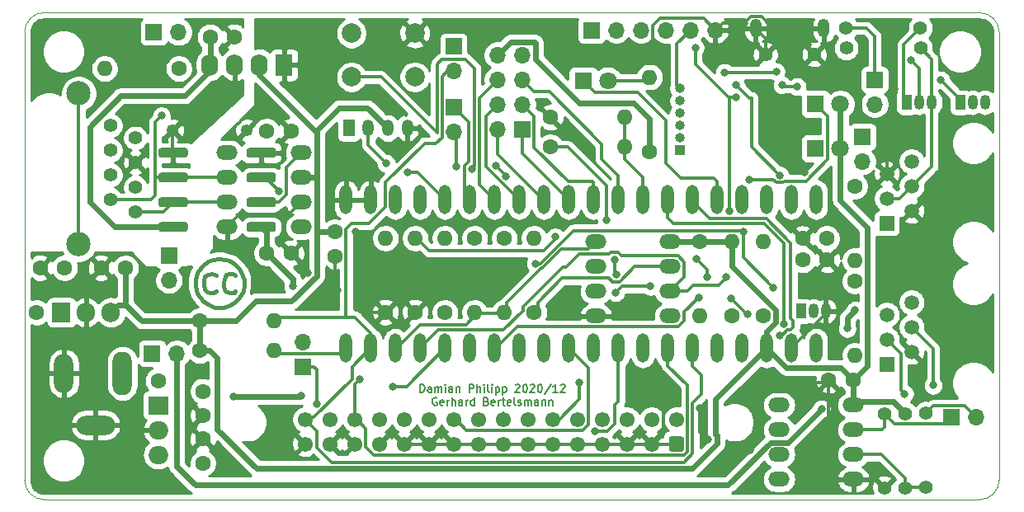
<source format=gtl>
G04 #@! TF.GenerationSoftware,KiCad,Pcbnew,5.1.9-73d0e3b20d~88~ubuntu20.04.1*
G04 #@! TF.CreationDate,2021-01-08T20:19:29+01:00*
G04 #@! TF.ProjectId,c6021light,63363032-316c-4696-9768-742e6b696361,rev?*
G04 #@! TF.SameCoordinates,Original*
G04 #@! TF.FileFunction,Copper,L1,Top*
G04 #@! TF.FilePolarity,Positive*
%FSLAX46Y46*%
G04 Gerber Fmt 4.6, Leading zero omitted, Abs format (unit mm)*
G04 Created by KiCad (PCBNEW 5.1.9-73d0e3b20d~88~ubuntu20.04.1) date 2021-01-08 20:19:29*
%MOMM*%
%LPD*%
G01*
G04 APERTURE LIST*
G04 #@! TA.AperFunction,NonConductor*
%ADD10C,0.150000*%
G04 #@! TD*
G04 #@! TA.AperFunction,Profile*
%ADD11C,0.050000*%
G04 #@! TD*
G04 #@! TA.AperFunction,EtchedComponent*
%ADD12C,0.381000*%
G04 #@! TD*
G04 #@! TA.AperFunction,ComponentPad*
%ADD13C,1.550000*%
G04 #@! TD*
G04 #@! TA.AperFunction,ComponentPad*
%ADD14O,1.700000X1.700000*%
G04 #@! TD*
G04 #@! TA.AperFunction,ComponentPad*
%ADD15R,1.700000X1.700000*%
G04 #@! TD*
G04 #@! TA.AperFunction,ComponentPad*
%ADD16C,1.400000*%
G04 #@! TD*
G04 #@! TA.AperFunction,ComponentPad*
%ADD17C,1.600000*%
G04 #@! TD*
G04 #@! TA.AperFunction,ComponentPad*
%ADD18R,1.050000X1.500000*%
G04 #@! TD*
G04 #@! TA.AperFunction,ComponentPad*
%ADD19O,1.050000X1.500000*%
G04 #@! TD*
G04 #@! TA.AperFunction,ComponentPad*
%ADD20O,1.200000X1.900000*%
G04 #@! TD*
G04 #@! TA.AperFunction,ComponentPad*
%ADD21C,1.450000*%
G04 #@! TD*
G04 #@! TA.AperFunction,ComponentPad*
%ADD22O,1.000000X1.000000*%
G04 #@! TD*
G04 #@! TA.AperFunction,ComponentPad*
%ADD23R,1.000000X1.000000*%
G04 #@! TD*
G04 #@! TA.AperFunction,ComponentPad*
%ADD24O,1.600000X1.600000*%
G04 #@! TD*
G04 #@! TA.AperFunction,ComponentPad*
%ADD25O,2.199640X1.501140*%
G04 #@! TD*
G04 #@! TA.AperFunction,ComponentPad*
%ADD26C,2.499360*%
G04 #@! TD*
G04 #@! TA.AperFunction,ComponentPad*
%ADD27C,1.399540*%
G04 #@! TD*
G04 #@! TA.AperFunction,ComponentPad*
%ADD28O,1.300000X3.000000*%
G04 #@! TD*
G04 #@! TA.AperFunction,ComponentPad*
%ADD29C,1.998980*%
G04 #@! TD*
G04 #@! TA.AperFunction,ComponentPad*
%ADD30R,1.520000X1.520000*%
G04 #@! TD*
G04 #@! TA.AperFunction,ComponentPad*
%ADD31C,1.520000*%
G04 #@! TD*
G04 #@! TA.AperFunction,ComponentPad*
%ADD32C,1.250000*%
G04 #@! TD*
G04 #@! TA.AperFunction,ComponentPad*
%ADD33C,1.800000*%
G04 #@! TD*
G04 #@! TA.AperFunction,ComponentPad*
%ADD34R,1.800000X1.800000*%
G04 #@! TD*
G04 #@! TA.AperFunction,ComponentPad*
%ADD35O,2.000000X1.905000*%
G04 #@! TD*
G04 #@! TA.AperFunction,ComponentPad*
%ADD36R,2.000000X1.905000*%
G04 #@! TD*
G04 #@! TA.AperFunction,ComponentPad*
%ADD37O,1.905000X2.000000*%
G04 #@! TD*
G04 #@! TA.AperFunction,ComponentPad*
%ADD38R,1.905000X2.000000*%
G04 #@! TD*
G04 #@! TA.AperFunction,ComponentPad*
%ADD39R,1.750000X2.250000*%
G04 #@! TD*
G04 #@! TA.AperFunction,ComponentPad*
%ADD40O,1.750000X2.250000*%
G04 #@! TD*
G04 #@! TA.AperFunction,ComponentPad*
%ADD41O,1.198880X1.699260*%
G04 #@! TD*
G04 #@! TA.AperFunction,ComponentPad*
%ADD42R,1.198880X1.699260*%
G04 #@! TD*
G04 #@! TA.AperFunction,ComponentPad*
%ADD43O,1.998980X4.500880*%
G04 #@! TD*
G04 #@! TA.AperFunction,ComponentPad*
%ADD44O,1.998980X4.000500*%
G04 #@! TD*
G04 #@! TA.AperFunction,ComponentPad*
%ADD45O,4.000500X1.998980*%
G04 #@! TD*
G04 #@! TA.AperFunction,ViaPad*
%ADD46C,0.800000*%
G04 #@! TD*
G04 #@! TA.AperFunction,Conductor*
%ADD47C,0.300000*%
G04 #@! TD*
G04 #@! TA.AperFunction,Conductor*
%ADD48C,0.600000*%
G04 #@! TD*
G04 #@! TA.AperFunction,Conductor*
%ADD49C,0.254000*%
G04 #@! TD*
G04 #@! TA.AperFunction,Conductor*
%ADD50C,0.100000*%
G04 #@! TD*
G04 APERTURE END LIST*
D10*
X140596276Y-88967904D02*
X140596276Y-88167904D01*
X140786752Y-88167904D01*
X140901038Y-88206000D01*
X140977228Y-88282190D01*
X141015323Y-88358380D01*
X141053419Y-88510761D01*
X141053419Y-88625047D01*
X141015323Y-88777428D01*
X140977228Y-88853619D01*
X140901038Y-88929809D01*
X140786752Y-88967904D01*
X140596276Y-88967904D01*
X141739133Y-88967904D02*
X141739133Y-88548857D01*
X141701038Y-88472666D01*
X141624847Y-88434571D01*
X141472466Y-88434571D01*
X141396276Y-88472666D01*
X141739133Y-88929809D02*
X141662942Y-88967904D01*
X141472466Y-88967904D01*
X141396276Y-88929809D01*
X141358180Y-88853619D01*
X141358180Y-88777428D01*
X141396276Y-88701238D01*
X141472466Y-88663142D01*
X141662942Y-88663142D01*
X141739133Y-88625047D01*
X142120085Y-88967904D02*
X142120085Y-88434571D01*
X142120085Y-88510761D02*
X142158180Y-88472666D01*
X142234371Y-88434571D01*
X142348657Y-88434571D01*
X142424847Y-88472666D01*
X142462942Y-88548857D01*
X142462942Y-88967904D01*
X142462942Y-88548857D02*
X142501038Y-88472666D01*
X142577228Y-88434571D01*
X142691514Y-88434571D01*
X142767704Y-88472666D01*
X142805800Y-88548857D01*
X142805800Y-88967904D01*
X143186752Y-88967904D02*
X143186752Y-88434571D01*
X143186752Y-88167904D02*
X143148657Y-88206000D01*
X143186752Y-88244095D01*
X143224847Y-88206000D01*
X143186752Y-88167904D01*
X143186752Y-88244095D01*
X143910561Y-88967904D02*
X143910561Y-88548857D01*
X143872466Y-88472666D01*
X143796276Y-88434571D01*
X143643895Y-88434571D01*
X143567704Y-88472666D01*
X143910561Y-88929809D02*
X143834371Y-88967904D01*
X143643895Y-88967904D01*
X143567704Y-88929809D01*
X143529609Y-88853619D01*
X143529609Y-88777428D01*
X143567704Y-88701238D01*
X143643895Y-88663142D01*
X143834371Y-88663142D01*
X143910561Y-88625047D01*
X144291514Y-88434571D02*
X144291514Y-88967904D01*
X144291514Y-88510761D02*
X144329609Y-88472666D01*
X144405800Y-88434571D01*
X144520085Y-88434571D01*
X144596276Y-88472666D01*
X144634371Y-88548857D01*
X144634371Y-88967904D01*
X145624847Y-88967904D02*
X145624847Y-88167904D01*
X145929609Y-88167904D01*
X146005800Y-88206000D01*
X146043895Y-88244095D01*
X146081990Y-88320285D01*
X146081990Y-88434571D01*
X146043895Y-88510761D01*
X146005800Y-88548857D01*
X145929609Y-88586952D01*
X145624847Y-88586952D01*
X146424847Y-88967904D02*
X146424847Y-88167904D01*
X146767704Y-88967904D02*
X146767704Y-88548857D01*
X146729609Y-88472666D01*
X146653419Y-88434571D01*
X146539133Y-88434571D01*
X146462942Y-88472666D01*
X146424847Y-88510761D01*
X147148657Y-88967904D02*
X147148657Y-88434571D01*
X147148657Y-88167904D02*
X147110561Y-88206000D01*
X147148657Y-88244095D01*
X147186752Y-88206000D01*
X147148657Y-88167904D01*
X147148657Y-88244095D01*
X147643895Y-88967904D02*
X147567704Y-88929809D01*
X147529609Y-88853619D01*
X147529609Y-88167904D01*
X147948657Y-88967904D02*
X147948657Y-88434571D01*
X147948657Y-88167904D02*
X147910561Y-88206000D01*
X147948657Y-88244095D01*
X147986752Y-88206000D01*
X147948657Y-88167904D01*
X147948657Y-88244095D01*
X148329609Y-88434571D02*
X148329609Y-89234571D01*
X148329609Y-88472666D02*
X148405800Y-88434571D01*
X148558180Y-88434571D01*
X148634371Y-88472666D01*
X148672466Y-88510761D01*
X148710561Y-88586952D01*
X148710561Y-88815523D01*
X148672466Y-88891714D01*
X148634371Y-88929809D01*
X148558180Y-88967904D01*
X148405800Y-88967904D01*
X148329609Y-88929809D01*
X149053419Y-88434571D02*
X149053419Y-89234571D01*
X149053419Y-88472666D02*
X149129609Y-88434571D01*
X149281990Y-88434571D01*
X149358180Y-88472666D01*
X149396276Y-88510761D01*
X149434371Y-88586952D01*
X149434371Y-88815523D01*
X149396276Y-88891714D01*
X149358180Y-88929809D01*
X149281990Y-88967904D01*
X149129609Y-88967904D01*
X149053419Y-88929809D01*
X150348657Y-88244095D02*
X150386752Y-88206000D01*
X150462942Y-88167904D01*
X150653419Y-88167904D01*
X150729609Y-88206000D01*
X150767704Y-88244095D01*
X150805800Y-88320285D01*
X150805800Y-88396476D01*
X150767704Y-88510761D01*
X150310561Y-88967904D01*
X150805800Y-88967904D01*
X151301038Y-88167904D02*
X151377228Y-88167904D01*
X151453419Y-88206000D01*
X151491514Y-88244095D01*
X151529609Y-88320285D01*
X151567704Y-88472666D01*
X151567704Y-88663142D01*
X151529609Y-88815523D01*
X151491514Y-88891714D01*
X151453419Y-88929809D01*
X151377228Y-88967904D01*
X151301038Y-88967904D01*
X151224847Y-88929809D01*
X151186752Y-88891714D01*
X151148657Y-88815523D01*
X151110561Y-88663142D01*
X151110561Y-88472666D01*
X151148657Y-88320285D01*
X151186752Y-88244095D01*
X151224847Y-88206000D01*
X151301038Y-88167904D01*
X151872466Y-88244095D02*
X151910561Y-88206000D01*
X151986752Y-88167904D01*
X152177228Y-88167904D01*
X152253419Y-88206000D01*
X152291514Y-88244095D01*
X152329609Y-88320285D01*
X152329609Y-88396476D01*
X152291514Y-88510761D01*
X151834371Y-88967904D01*
X152329609Y-88967904D01*
X152824847Y-88167904D02*
X152901038Y-88167904D01*
X152977228Y-88206000D01*
X153015323Y-88244095D01*
X153053419Y-88320285D01*
X153091514Y-88472666D01*
X153091514Y-88663142D01*
X153053419Y-88815523D01*
X153015323Y-88891714D01*
X152977228Y-88929809D01*
X152901038Y-88967904D01*
X152824847Y-88967904D01*
X152748657Y-88929809D01*
X152710561Y-88891714D01*
X152672466Y-88815523D01*
X152634371Y-88663142D01*
X152634371Y-88472666D01*
X152672466Y-88320285D01*
X152710561Y-88244095D01*
X152748657Y-88206000D01*
X152824847Y-88167904D01*
X154005800Y-88129809D02*
X153320085Y-89158380D01*
X154691514Y-88967904D02*
X154234371Y-88967904D01*
X154462942Y-88967904D02*
X154462942Y-88167904D01*
X154386752Y-88282190D01*
X154310561Y-88358380D01*
X154234371Y-88396476D01*
X154996276Y-88244095D02*
X155034371Y-88206000D01*
X155110561Y-88167904D01*
X155301038Y-88167904D01*
X155377228Y-88206000D01*
X155415323Y-88244095D01*
X155453419Y-88320285D01*
X155453419Y-88396476D01*
X155415323Y-88510761D01*
X154958180Y-88967904D01*
X155453419Y-88967904D01*
X142272466Y-89556000D02*
X142196276Y-89517904D01*
X142081990Y-89517904D01*
X141967704Y-89556000D01*
X141891514Y-89632190D01*
X141853419Y-89708380D01*
X141815323Y-89860761D01*
X141815323Y-89975047D01*
X141853419Y-90127428D01*
X141891514Y-90203619D01*
X141967704Y-90279809D01*
X142081990Y-90317904D01*
X142158180Y-90317904D01*
X142272466Y-90279809D01*
X142310561Y-90241714D01*
X142310561Y-89975047D01*
X142158180Y-89975047D01*
X142958180Y-90279809D02*
X142881990Y-90317904D01*
X142729609Y-90317904D01*
X142653419Y-90279809D01*
X142615323Y-90203619D01*
X142615323Y-89898857D01*
X142653419Y-89822666D01*
X142729609Y-89784571D01*
X142881990Y-89784571D01*
X142958180Y-89822666D01*
X142996276Y-89898857D01*
X142996276Y-89975047D01*
X142615323Y-90051238D01*
X143339133Y-90317904D02*
X143339133Y-89784571D01*
X143339133Y-89936952D02*
X143377228Y-89860761D01*
X143415323Y-89822666D01*
X143491514Y-89784571D01*
X143567704Y-89784571D01*
X143834371Y-90317904D02*
X143834371Y-89517904D01*
X144177228Y-90317904D02*
X144177228Y-89898857D01*
X144139133Y-89822666D01*
X144062942Y-89784571D01*
X143948657Y-89784571D01*
X143872466Y-89822666D01*
X143834371Y-89860761D01*
X144901038Y-90317904D02*
X144901038Y-89898857D01*
X144862942Y-89822666D01*
X144786752Y-89784571D01*
X144634371Y-89784571D01*
X144558180Y-89822666D01*
X144901038Y-90279809D02*
X144824847Y-90317904D01*
X144634371Y-90317904D01*
X144558180Y-90279809D01*
X144520085Y-90203619D01*
X144520085Y-90127428D01*
X144558180Y-90051238D01*
X144634371Y-90013142D01*
X144824847Y-90013142D01*
X144901038Y-89975047D01*
X145281990Y-90317904D02*
X145281990Y-89784571D01*
X145281990Y-89936952D02*
X145320085Y-89860761D01*
X145358180Y-89822666D01*
X145434371Y-89784571D01*
X145510561Y-89784571D01*
X146120085Y-90317904D02*
X146120085Y-89517904D01*
X146120085Y-90279809D02*
X146043895Y-90317904D01*
X145891514Y-90317904D01*
X145815323Y-90279809D01*
X145777228Y-90241714D01*
X145739133Y-90165523D01*
X145739133Y-89936952D01*
X145777228Y-89860761D01*
X145815323Y-89822666D01*
X145891514Y-89784571D01*
X146043895Y-89784571D01*
X146120085Y-89822666D01*
X147377228Y-89898857D02*
X147491514Y-89936952D01*
X147529609Y-89975047D01*
X147567704Y-90051238D01*
X147567704Y-90165523D01*
X147529609Y-90241714D01*
X147491514Y-90279809D01*
X147415323Y-90317904D01*
X147110561Y-90317904D01*
X147110561Y-89517904D01*
X147377228Y-89517904D01*
X147453419Y-89556000D01*
X147491514Y-89594095D01*
X147529609Y-89670285D01*
X147529609Y-89746476D01*
X147491514Y-89822666D01*
X147453419Y-89860761D01*
X147377228Y-89898857D01*
X147110561Y-89898857D01*
X148215323Y-90279809D02*
X148139133Y-90317904D01*
X147986752Y-90317904D01*
X147910561Y-90279809D01*
X147872466Y-90203619D01*
X147872466Y-89898857D01*
X147910561Y-89822666D01*
X147986752Y-89784571D01*
X148139133Y-89784571D01*
X148215323Y-89822666D01*
X148253419Y-89898857D01*
X148253419Y-89975047D01*
X147872466Y-90051238D01*
X148596276Y-90317904D02*
X148596276Y-89784571D01*
X148596276Y-89936952D02*
X148634371Y-89860761D01*
X148672466Y-89822666D01*
X148748657Y-89784571D01*
X148824847Y-89784571D01*
X148977228Y-89784571D02*
X149281990Y-89784571D01*
X149091514Y-89517904D02*
X149091514Y-90203619D01*
X149129609Y-90279809D01*
X149205800Y-90317904D01*
X149281990Y-90317904D01*
X149853419Y-90279809D02*
X149777228Y-90317904D01*
X149624847Y-90317904D01*
X149548657Y-90279809D01*
X149510561Y-90203619D01*
X149510561Y-89898857D01*
X149548657Y-89822666D01*
X149624847Y-89784571D01*
X149777228Y-89784571D01*
X149853419Y-89822666D01*
X149891514Y-89898857D01*
X149891514Y-89975047D01*
X149510561Y-90051238D01*
X150348657Y-90317904D02*
X150272466Y-90279809D01*
X150234371Y-90203619D01*
X150234371Y-89517904D01*
X150615323Y-90279809D02*
X150691514Y-90317904D01*
X150843895Y-90317904D01*
X150920085Y-90279809D01*
X150958180Y-90203619D01*
X150958180Y-90165523D01*
X150920085Y-90089333D01*
X150843895Y-90051238D01*
X150729609Y-90051238D01*
X150653419Y-90013142D01*
X150615323Y-89936952D01*
X150615323Y-89898857D01*
X150653419Y-89822666D01*
X150729609Y-89784571D01*
X150843895Y-89784571D01*
X150920085Y-89822666D01*
X151301038Y-90317904D02*
X151301038Y-89784571D01*
X151301038Y-89860761D02*
X151339133Y-89822666D01*
X151415323Y-89784571D01*
X151529609Y-89784571D01*
X151605800Y-89822666D01*
X151643895Y-89898857D01*
X151643895Y-90317904D01*
X151643895Y-89898857D02*
X151681990Y-89822666D01*
X151758180Y-89784571D01*
X151872466Y-89784571D01*
X151948657Y-89822666D01*
X151986752Y-89898857D01*
X151986752Y-90317904D01*
X152710561Y-90317904D02*
X152710561Y-89898857D01*
X152672466Y-89822666D01*
X152596276Y-89784571D01*
X152443895Y-89784571D01*
X152367704Y-89822666D01*
X152710561Y-90279809D02*
X152634371Y-90317904D01*
X152443895Y-90317904D01*
X152367704Y-90279809D01*
X152329609Y-90203619D01*
X152329609Y-90127428D01*
X152367704Y-90051238D01*
X152443895Y-90013142D01*
X152634371Y-90013142D01*
X152710561Y-89975047D01*
X153091514Y-89784571D02*
X153091514Y-90317904D01*
X153091514Y-89860761D02*
X153129609Y-89822666D01*
X153205800Y-89784571D01*
X153320085Y-89784571D01*
X153396276Y-89822666D01*
X153434371Y-89898857D01*
X153434371Y-90317904D01*
X153815323Y-89784571D02*
X153815323Y-90317904D01*
X153815323Y-89860761D02*
X153853419Y-89822666D01*
X153929609Y-89784571D01*
X154043895Y-89784571D01*
X154120085Y-89822666D01*
X154158180Y-89898857D01*
X154158180Y-90317904D01*
D11*
X102000000Y-100000000D02*
G75*
G02*
X100000000Y-98000000I0J2000000D01*
G01*
X100000000Y-52000000D02*
G75*
G02*
X102000000Y-50000000I2000000J0D01*
G01*
X200000000Y-98000000D02*
G75*
G02*
X198000000Y-100000000I-2000000J0D01*
G01*
X198000000Y-50000000D02*
G75*
G02*
X200000000Y-52000000I0J-2000000D01*
G01*
X100000000Y-52000000D02*
X100000000Y-98000000D01*
X198000000Y-50000000D02*
X102000000Y-50000000D01*
X200000000Y-98000000D02*
X200000000Y-52000000D01*
X102000000Y-100000000D02*
X198000000Y-100000000D01*
D12*
X121612800Y-76976300D02*
X121513740Y-76877240D01*
X121513740Y-76877240D02*
X121313080Y-76775640D01*
X121313080Y-76775640D02*
X121013360Y-76775640D01*
X121013360Y-76775640D02*
X120713640Y-76877240D01*
X120713640Y-76877240D02*
X120512980Y-77276020D01*
X120512980Y-77276020D02*
X120411380Y-77776400D01*
X120411380Y-77776400D02*
X120411380Y-78175180D01*
X120411380Y-78175180D02*
X120612040Y-78576500D01*
X120612040Y-78576500D02*
X121013360Y-78777160D01*
X121013360Y-78777160D02*
X121211480Y-78777160D01*
X121211480Y-78777160D02*
X121513740Y-78777160D01*
X121513740Y-78777160D02*
X121612800Y-78576500D01*
X119613820Y-76976300D02*
X119512220Y-76877240D01*
X119512220Y-76877240D02*
X119212500Y-76775640D01*
X119212500Y-76775640D02*
X118813720Y-76877240D01*
X118813720Y-76877240D02*
X118511460Y-77075360D01*
X118511460Y-77075360D02*
X118412400Y-77476680D01*
X118412400Y-77476680D02*
X118412400Y-77875460D01*
X118412400Y-77875460D02*
X118511460Y-78375840D01*
X118511460Y-78375840D02*
X118712120Y-78675560D01*
X118712120Y-78675560D02*
X119011840Y-78777160D01*
X119011840Y-78777160D02*
X119413160Y-78777160D01*
X119413160Y-78777160D02*
X119613820Y-78576500D01*
X120012600Y-75277040D02*
X119913540Y-75277040D01*
X119913540Y-75277040D02*
X119311560Y-75376100D01*
X119311560Y-75376100D02*
X118813720Y-75576760D01*
X118813720Y-75576760D02*
X118313340Y-75975540D01*
X118313340Y-75975540D02*
X117812960Y-76577520D01*
X117812960Y-76577520D02*
X117612300Y-76976300D01*
X117612300Y-76976300D02*
X117513240Y-77476680D01*
X117513240Y-77476680D02*
X117513240Y-78076120D01*
X117513240Y-78076120D02*
X117711360Y-78876220D01*
X117711360Y-78876220D02*
X118313340Y-79577260D01*
X118313340Y-79577260D02*
X118813720Y-79976040D01*
X118813720Y-79976040D02*
X119512220Y-80275760D01*
X119512220Y-80275760D02*
X120312320Y-80275760D01*
X120312320Y-80275760D02*
X120911760Y-80077640D01*
X120911760Y-80077640D02*
X121513740Y-79775380D01*
X121513740Y-79775380D02*
X122011580Y-79277540D01*
X122011580Y-79277540D02*
X122412900Y-78576500D01*
X122412900Y-78576500D02*
X122511960Y-77977060D01*
X122511960Y-77977060D02*
X122511960Y-77377620D01*
X122511960Y-77377620D02*
X122313840Y-76775640D01*
X122313840Y-76775640D02*
X122011580Y-76275260D01*
X122011580Y-76275260D02*
X121513740Y-75777420D01*
X121513740Y-75777420D02*
X121013360Y-75475160D01*
X121013360Y-75475160D02*
X120612040Y-75376100D01*
X120612040Y-75376100D02*
X120012600Y-75277040D01*
D13*
X128778000Y-91760000D03*
X131318000Y-91760000D03*
X133858000Y-91760000D03*
X136398000Y-91760000D03*
X138938000Y-91760000D03*
X141478000Y-91760000D03*
X144018000Y-91760000D03*
X146558000Y-91760000D03*
X149098000Y-91760000D03*
X151638000Y-91760000D03*
X154178000Y-91760000D03*
X156718000Y-91760000D03*
X159258000Y-91760000D03*
X161798000Y-91760000D03*
X164338000Y-91760000D03*
X166878000Y-91760000D03*
X128778000Y-94300000D03*
X131318000Y-94300000D03*
X133858000Y-94300000D03*
X136398000Y-94300000D03*
X138938000Y-94300000D03*
X141478000Y-94300000D03*
X144018000Y-94300000D03*
X146558000Y-94300000D03*
X149098000Y-94300000D03*
X151638000Y-94300000D03*
X154178000Y-94300000D03*
X156718000Y-94300000D03*
X159258000Y-94300000D03*
X161798000Y-94300000D03*
X164338000Y-94300000D03*
G04 #@! TA.AperFunction,ComponentPad*
G36*
G01*
X167403002Y-95075000D02*
X166352998Y-95075000D01*
G75*
G02*
X166103000Y-94825002I0J249998D01*
G01*
X166103000Y-93774998D01*
G75*
G02*
X166352998Y-93525000I249998J0D01*
G01*
X167403002Y-93525000D01*
G75*
G02*
X167653000Y-93774998I0J-249998D01*
G01*
X167653000Y-94825002D01*
G75*
G02*
X167403002Y-95075000I-249998J0D01*
G01*
G37*
G04 #@! TD.AperFunction*
D14*
X187223400Y-59410600D03*
D15*
X187223400Y-56870600D03*
D14*
X185978800Y-65278000D03*
D15*
X185978800Y-62738000D03*
D14*
X197612000Y-91567000D03*
D15*
X195072000Y-91567000D03*
D14*
X114808000Y-77470000D03*
D15*
X114808000Y-74930000D03*
D16*
X190347600Y-98780600D03*
X190347600Y-91160600D03*
X188239400Y-98780600D03*
X188239400Y-91160600D03*
X192481200Y-98755200D03*
X192481200Y-91135200D03*
D17*
X121524400Y-52476400D03*
X119024400Y-52476400D03*
X127341000Y-62166500D03*
X124841000Y-62166500D03*
X131826000Y-75017000D03*
X131826000Y-72517000D03*
X127341000Y-74676000D03*
X124841000Y-74676000D03*
X118287800Y-93766000D03*
X118287800Y-96266000D03*
X118313200Y-91374600D03*
X118313200Y-88874600D03*
D14*
X115620800Y-84988400D03*
D15*
X113080800Y-84988400D03*
D16*
X184289700Y-51574700D03*
X191909700Y-51574700D03*
X184302400Y-53644800D03*
X191922400Y-53644800D03*
D18*
X190525400Y-59207400D03*
D19*
X193065400Y-59207400D03*
X191795400Y-59207400D03*
D18*
X195999100Y-59207400D03*
D19*
X198539100Y-59207400D03*
X197269100Y-59207400D03*
D20*
X182011200Y-51594500D03*
X175011200Y-51594500D03*
D21*
X181011200Y-54294500D03*
X176011200Y-54294500D03*
D22*
X167208200Y-57785000D03*
X167208200Y-59055000D03*
X167208200Y-60325000D03*
X167208200Y-61595000D03*
X167208200Y-62865000D03*
D23*
X167208200Y-64135000D03*
D24*
X125603000Y-81661000D03*
D17*
X117983000Y-81661000D03*
D24*
X125603000Y-84709000D03*
D17*
X117983000Y-84709000D03*
D24*
X164134800Y-56616600D03*
D17*
X164134800Y-64236600D03*
D24*
X161544000Y-60756800D03*
D17*
X153924000Y-60756800D03*
D24*
X161544000Y-63779400D03*
D17*
X153924000Y-63779400D03*
D24*
X185191400Y-85191600D03*
D17*
X185191400Y-77571600D03*
D24*
X143129000Y-73152000D03*
D17*
X143129000Y-80772000D03*
D24*
X137033000Y-73152000D03*
D17*
X137033000Y-80772000D03*
D24*
X140081000Y-73152000D03*
D17*
X140081000Y-80772000D03*
D24*
X172593000Y-73533000D03*
D17*
X172593000Y-81153000D03*
D24*
X149225000Y-80772000D03*
D17*
X149225000Y-73152000D03*
D24*
X169291000Y-81153000D03*
D17*
X169291000Y-73533000D03*
D24*
X146177000Y-80772000D03*
D17*
X146177000Y-73152000D03*
D24*
X152273000Y-73152000D03*
D17*
X152273000Y-80772000D03*
D24*
X175768000Y-73533000D03*
D17*
X175768000Y-81153000D03*
D24*
X108204000Y-55753000D03*
D17*
X115824000Y-55753000D03*
D24*
X185191400Y-75438000D03*
D17*
X185191400Y-67818000D03*
D25*
X185039000Y-90297000D03*
X185039000Y-92837000D03*
X185039000Y-95377000D03*
X185039000Y-97917000D03*
X177419000Y-97917000D03*
X177419000Y-95377000D03*
X177419000Y-92837000D03*
X177419000Y-90297000D03*
D17*
X182513600Y-87757000D03*
X185013600Y-87757000D03*
X182332000Y-75387200D03*
X179832000Y-75387200D03*
X179821200Y-73202800D03*
X182321200Y-73202800D03*
D26*
X105537000Y-73787000D03*
X105537000Y-58293000D03*
D27*
X111379000Y-70485000D03*
X108839000Y-69215000D03*
X111379000Y-67945000D03*
X108839000Y-66675000D03*
X111379000Y-65405000D03*
X111379000Y-62865000D03*
X108839000Y-61595000D03*
X108839000Y-64135000D03*
D17*
X107863000Y-76200000D03*
X110363000Y-76200000D03*
X101600000Y-76200000D03*
X104100000Y-76200000D03*
D28*
X132969000Y-69207380D03*
X132969000Y-84455000D03*
X135509000Y-69207380D03*
X135509000Y-84455000D03*
X138049000Y-69215000D03*
X138049000Y-84447380D03*
X140589000Y-69215000D03*
X140589000Y-84455000D03*
X143129000Y-69215000D03*
X143129000Y-84455000D03*
X145669000Y-69215000D03*
X145669000Y-84455000D03*
X148209000Y-69215000D03*
X148209000Y-84455000D03*
X150749000Y-69215000D03*
X150749000Y-84455000D03*
X153289000Y-69207380D03*
X153289000Y-84455000D03*
X155829000Y-69215000D03*
X155829000Y-84455000D03*
X158369000Y-69215000D03*
X158369000Y-84455000D03*
X160909000Y-69215000D03*
X160909000Y-84455000D03*
X163449000Y-69215000D03*
X163449000Y-84447380D03*
X165989000Y-69215000D03*
X165989000Y-84455000D03*
X168529000Y-69215000D03*
X168529000Y-84455000D03*
X171069000Y-69215000D03*
X171069000Y-84455000D03*
X173609000Y-69215000D03*
X173609000Y-84455000D03*
X176149000Y-69207380D03*
X176149000Y-84455000D03*
X178689000Y-69215000D03*
X178689000Y-84455000D03*
X181229000Y-69215000D03*
X181229000Y-84455000D03*
D14*
X128524000Y-83820000D03*
D15*
X128524000Y-86360000D03*
D29*
X140030200Y-56606440D03*
X133527800Y-52105560D03*
X140030200Y-52105560D03*
X133527800Y-56606440D03*
D14*
X148526500Y-54356000D03*
X151066500Y-54356000D03*
X148526500Y-56896000D03*
X151066500Y-56896000D03*
X148526500Y-59436000D03*
X151066500Y-59436000D03*
X148526500Y-61976000D03*
D15*
X151066500Y-61976000D03*
D17*
X113690400Y-87782400D03*
X101219000Y-80772000D03*
D14*
X170865800Y-51790600D03*
X168325800Y-51790600D03*
X165785800Y-51790600D03*
X163245800Y-51790600D03*
X160705800Y-51790600D03*
D15*
X158165800Y-51790600D03*
G04 #@! TA.AperFunction,SMDPad,CuDef*
G36*
G01*
X116736000Y-71759000D02*
X116736000Y-72259000D01*
G75*
G02*
X116486000Y-72509000I-250000J0D01*
G01*
X113986000Y-72509000D01*
G75*
G02*
X113736000Y-72259000I0J250000D01*
G01*
X113736000Y-71759000D01*
G75*
G02*
X113986000Y-71509000I250000J0D01*
G01*
X116486000Y-71509000D01*
G75*
G02*
X116736000Y-71759000I0J-250000D01*
G01*
G37*
G04 #@! TD.AperFunction*
G04 #@! TA.AperFunction,SMDPad,CuDef*
G36*
G01*
X116736000Y-69219000D02*
X116736000Y-69719000D01*
G75*
G02*
X116486000Y-69969000I-250000J0D01*
G01*
X113986000Y-69969000D01*
G75*
G02*
X113736000Y-69719000I0J250000D01*
G01*
X113736000Y-69219000D01*
G75*
G02*
X113986000Y-68969000I250000J0D01*
G01*
X116486000Y-68969000D01*
G75*
G02*
X116736000Y-69219000I0J-250000D01*
G01*
G37*
G04 #@! TD.AperFunction*
G04 #@! TA.AperFunction,SMDPad,CuDef*
G36*
G01*
X116736000Y-66679000D02*
X116736000Y-67179000D01*
G75*
G02*
X116486000Y-67429000I-250000J0D01*
G01*
X113986000Y-67429000D01*
G75*
G02*
X113736000Y-67179000I0J250000D01*
G01*
X113736000Y-66679000D01*
G75*
G02*
X113986000Y-66429000I250000J0D01*
G01*
X116486000Y-66429000D01*
G75*
G02*
X116736000Y-66679000I0J-250000D01*
G01*
G37*
G04 #@! TD.AperFunction*
G04 #@! TA.AperFunction,SMDPad,CuDef*
G36*
G01*
X116736000Y-64139000D02*
X116736000Y-64639000D01*
G75*
G02*
X116486000Y-64889000I-250000J0D01*
G01*
X113986000Y-64889000D01*
G75*
G02*
X113736000Y-64639000I0J250000D01*
G01*
X113736000Y-64139000D01*
G75*
G02*
X113986000Y-63889000I250000J0D01*
G01*
X116486000Y-63889000D01*
G75*
G02*
X116736000Y-64139000I0J-250000D01*
G01*
G37*
G04 #@! TD.AperFunction*
G04 #@! TA.AperFunction,SMDPad,CuDef*
G36*
G01*
X125786000Y-64139000D02*
X125786000Y-64639000D01*
G75*
G02*
X125536000Y-64889000I-250000J0D01*
G01*
X123036000Y-64889000D01*
G75*
G02*
X122786000Y-64639000I0J250000D01*
G01*
X122786000Y-64139000D01*
G75*
G02*
X123036000Y-63889000I250000J0D01*
G01*
X125536000Y-63889000D01*
G75*
G02*
X125786000Y-64139000I0J-250000D01*
G01*
G37*
G04 #@! TD.AperFunction*
G04 #@! TA.AperFunction,SMDPad,CuDef*
G36*
G01*
X125786000Y-66679000D02*
X125786000Y-67179000D01*
G75*
G02*
X125536000Y-67429000I-250000J0D01*
G01*
X123036000Y-67429000D01*
G75*
G02*
X122786000Y-67179000I0J250000D01*
G01*
X122786000Y-66679000D01*
G75*
G02*
X123036000Y-66429000I250000J0D01*
G01*
X125536000Y-66429000D01*
G75*
G02*
X125786000Y-66679000I0J-250000D01*
G01*
G37*
G04 #@! TD.AperFunction*
G04 #@! TA.AperFunction,SMDPad,CuDef*
G36*
G01*
X125786000Y-69219000D02*
X125786000Y-69719000D01*
G75*
G02*
X125536000Y-69969000I-250000J0D01*
G01*
X123036000Y-69969000D01*
G75*
G02*
X122786000Y-69719000I0J250000D01*
G01*
X122786000Y-69219000D01*
G75*
G02*
X123036000Y-68969000I250000J0D01*
G01*
X125536000Y-68969000D01*
G75*
G02*
X125786000Y-69219000I0J-250000D01*
G01*
G37*
G04 #@! TD.AperFunction*
G04 #@! TA.AperFunction,SMDPad,CuDef*
G36*
G01*
X125786000Y-71759000D02*
X125786000Y-72259000D01*
G75*
G02*
X125536000Y-72509000I-250000J0D01*
G01*
X123036000Y-72509000D01*
G75*
G02*
X122786000Y-72259000I0J250000D01*
G01*
X122786000Y-71759000D01*
G75*
G02*
X123036000Y-71509000I250000J0D01*
G01*
X125536000Y-71509000D01*
G75*
G02*
X125786000Y-71759000I0J-250000D01*
G01*
G37*
G04 #@! TD.AperFunction*
D30*
X188468000Y-71628000D03*
D31*
X191008000Y-70358000D03*
X188468000Y-69088000D03*
X191008000Y-67818000D03*
X188468000Y-66548000D03*
X191008000Y-65278000D03*
D32*
X122810000Y-62103000D03*
X115190000Y-62103000D03*
D14*
X144018000Y-56007000D03*
D15*
X144018000Y-53467000D03*
D14*
X144018000Y-62230000D03*
D15*
X144018000Y-59690000D03*
D33*
X183705500Y-59385200D03*
D34*
X181165500Y-59385200D03*
D33*
X183705500Y-63931800D03*
D34*
X181165500Y-63931800D03*
D33*
X159842200Y-56972200D03*
D34*
X157302200Y-56972200D03*
D25*
X166243000Y-73533000D03*
X166243000Y-76073000D03*
X166243000Y-78613000D03*
X166243000Y-81153000D03*
X158623000Y-81153000D03*
X158623000Y-78613000D03*
X158623000Y-76073000D03*
X158623000Y-73533000D03*
X120777000Y-72009000D03*
X120777000Y-69469000D03*
X120777000Y-66929000D03*
X120777000Y-64389000D03*
X128397000Y-64389000D03*
X128397000Y-66929000D03*
X128397000Y-69469000D03*
X128397000Y-72009000D03*
D35*
X113690400Y-95402400D03*
X113690400Y-92862400D03*
D36*
X113690400Y-90322400D03*
D37*
X108839000Y-80772000D03*
X106299000Y-80772000D03*
D38*
X103759000Y-80772000D03*
D18*
X179679600Y-80645000D03*
D19*
X182219600Y-80645000D03*
X180949600Y-80645000D03*
D39*
X126619000Y-55372000D03*
D40*
X124079000Y-55372000D03*
X121539000Y-55372000D03*
X118999000Y-55372000D03*
D30*
X188468000Y-86106000D03*
D31*
X191008000Y-84836000D03*
X188468000Y-83566000D03*
X191008000Y-82296000D03*
X188468000Y-81026000D03*
X191008000Y-79756000D03*
D14*
X115798600Y-51993800D03*
D15*
X113258600Y-51993800D03*
D41*
X139270740Y-61849000D03*
X135270240Y-61849000D03*
X137271760Y-61849000D03*
D42*
X133268720Y-61849000D03*
D43*
X110035340Y-87045800D03*
D44*
X104033320Y-87045800D03*
D45*
X107284520Y-92346780D03*
D46*
X132080000Y-78486000D03*
X134302500Y-79311500D03*
X129032000Y-76708000D03*
X164401500Y-88519000D03*
X178752500Y-88011000D03*
X174498000Y-89471500D03*
X174434500Y-94932500D03*
X170116500Y-93853000D03*
X169291000Y-90614500D03*
X133985000Y-72453500D03*
X134874000Y-75946000D03*
X122936000Y-75819000D03*
X173848242Y-51037546D03*
X180359003Y-53230027D03*
X178142900Y-65252600D03*
X180009800Y-66395600D03*
X188899800Y-64592200D03*
X192836800Y-69062600D03*
X124129800Y-77012800D03*
X197027800Y-66573400D03*
X189255400Y-57810400D03*
X189204600Y-55194200D03*
X198932800Y-56007000D03*
X178968400Y-62560200D03*
X165058939Y-54778061D03*
X144272000Y-65786000D03*
X134355990Y-87641990D03*
X127508000Y-78105000D03*
X160528000Y-75374500D03*
X160678092Y-76874511D03*
X172021500Y-77152500D03*
X137096500Y-65468500D03*
X139319000Y-66421000D03*
X164211000Y-78105000D03*
X160655000Y-78740000D03*
X172279850Y-70375392D03*
X172974000Y-58674000D03*
X168808211Y-53590571D03*
X169164000Y-79248000D03*
X172974000Y-57404000D03*
X177495163Y-66695223D03*
X156921200Y-87985600D03*
X158546800Y-92989400D03*
X177922262Y-81942989D03*
X177514771Y-83176390D03*
X126111000Y-68326000D03*
X145921324Y-66074262D03*
X149415500Y-66802000D03*
X148361911Y-65684911D03*
X121475500Y-89408000D03*
X128397000Y-89344500D03*
X154432000Y-73025000D03*
X171831000Y-56134000D03*
X177111190Y-56045348D03*
X174377248Y-67124900D03*
X114046000Y-60579000D03*
X190296800Y-89128600D03*
X184404000Y-82423000D03*
X185216800Y-80543400D03*
X181763590Y-90684271D03*
X193217800Y-88265000D03*
X179247800Y-57607200D03*
X177723800Y-57429400D03*
X152400000Y-75755500D03*
X173736000Y-72517000D03*
X176847500Y-78232000D03*
X174180500Y-80962500D03*
X172466000Y-79311500D03*
X170053000Y-77152500D03*
X168951162Y-75288662D03*
X159702500Y-71310500D03*
X137795000Y-88392000D03*
X129948643Y-90210680D03*
X194017900Y-56921400D03*
X190957200Y-54914800D03*
D47*
X105537000Y-58293000D02*
X105537000Y-73787000D01*
X131826000Y-75017000D02*
X131826000Y-78232000D01*
X131826000Y-78232000D02*
X132080000Y-78486000D01*
X135763000Y-80772000D02*
X137033000Y-80772000D01*
X134302500Y-79311500D02*
X135763000Y-80772000D01*
X129032000Y-76367000D02*
X127341000Y-74676000D01*
X129032000Y-76708000D02*
X129032000Y-76367000D01*
X121867170Y-70918830D02*
X120777000Y-72009000D01*
X126947170Y-70918830D02*
X121867170Y-70918830D01*
X128397000Y-69469000D02*
X126947170Y-70918830D01*
X178752500Y-88011000D02*
X175958500Y-88011000D01*
X175958500Y-88011000D02*
X174498000Y-89471500D01*
X170116500Y-93853000D02*
X169291000Y-93027500D01*
X169291000Y-93027500D02*
X169291000Y-90614500D01*
X133985000Y-72453500D02*
X133985000Y-75057000D01*
X133985000Y-75057000D02*
X134874000Y-75946000D01*
X182245000Y-80899000D02*
X182245000Y-80645000D01*
X178689000Y-84455000D02*
X182245000Y-80899000D01*
X171618854Y-51037546D02*
X170865800Y-51790600D01*
X173848242Y-51037546D02*
X171618854Y-51037546D01*
X180359003Y-53230027D02*
X178439327Y-53230027D01*
X175592690Y-50383390D02*
X174502398Y-50383390D01*
X174502398Y-50383390D02*
X173848242Y-51037546D01*
X178439327Y-53230027D02*
X175592690Y-50383390D01*
X178142900Y-65252600D02*
X178866800Y-65252600D01*
X178866800Y-65252600D02*
X180009800Y-66395600D01*
X188468000Y-66548000D02*
X188468000Y-65024000D01*
X188468000Y-65024000D02*
X188899800Y-64592200D01*
X192303400Y-69062600D02*
X191008000Y-70358000D01*
X192836800Y-69062600D02*
X192303400Y-69062600D01*
X122936000Y-75819000D02*
X124129800Y-77012800D01*
X164401500Y-88519000D02*
X165539789Y-89657289D01*
X165539789Y-92905211D02*
X164338000Y-94107000D01*
X165539789Y-89657289D02*
X165539789Y-92905211D01*
X192836800Y-69062600D02*
X194538600Y-69062600D01*
X194538600Y-69062600D02*
X197027800Y-66573400D01*
X189255400Y-57810400D02*
X189255400Y-55245000D01*
X189255400Y-55245000D02*
X189204600Y-55194200D01*
X164338000Y-94300000D02*
X166878000Y-94300000D01*
X164338000Y-94300000D02*
X161798000Y-94300000D01*
X161798000Y-94300000D02*
X159258000Y-94300000D01*
X159258000Y-94300000D02*
X156718000Y-94300000D01*
X156718000Y-94300000D02*
X154178000Y-94300000D01*
X154178000Y-94300000D02*
X151638000Y-94300000D01*
X151638000Y-94300000D02*
X149098000Y-94300000D01*
X149098000Y-94300000D02*
X146558000Y-94300000D01*
X146558000Y-94300000D02*
X144018000Y-94300000D01*
X144018000Y-94300000D02*
X141478000Y-94300000D01*
X141478000Y-94300000D02*
X138938000Y-94300000D01*
X182259600Y-88011000D02*
X182513600Y-87757000D01*
X178752500Y-88011000D02*
X182259600Y-88011000D01*
X182513600Y-87757000D02*
X182513600Y-97093400D01*
X183337200Y-97917000D02*
X185039000Y-97917000D01*
X182513600Y-97093400D02*
X183337200Y-97917000D01*
X182011200Y-53383400D02*
X181011200Y-54383400D01*
X182011200Y-51683400D02*
X182011200Y-53383400D01*
X175011200Y-51683400D02*
X176011200Y-52683400D01*
X176011200Y-52683400D02*
X176011200Y-54383400D01*
X164445801Y-54164923D02*
X165058939Y-54778061D01*
X165182401Y-50590599D02*
X164445801Y-51327199D01*
X164445801Y-51327199D02*
X164445801Y-54164923D01*
X170865800Y-51790600D02*
X169665799Y-50590599D01*
X169665799Y-50590599D02*
X165182401Y-50590599D01*
X132969000Y-84582000D02*
X132403999Y-85147001D01*
X144272000Y-62484000D02*
X144018000Y-62230000D01*
X144272000Y-65786000D02*
X144272000Y-62484000D01*
X132403999Y-85020001D02*
X125914001Y-85020001D01*
X125914001Y-85020001D02*
X125603000Y-84709000D01*
X132969000Y-84455000D02*
X132403999Y-85020001D01*
X165989000Y-86255000D02*
X165989000Y-84455000D01*
X168003010Y-88269010D02*
X165989000Y-86255000D01*
X168003010Y-95073536D02*
X168003010Y-88269010D01*
X135858008Y-95425010D02*
X167651536Y-95425010D01*
X133858000Y-91567000D02*
X134983001Y-92692001D01*
X134983001Y-94550003D02*
X135858008Y-95425010D01*
X133858000Y-88139980D02*
X133858000Y-91567000D01*
X134983001Y-92692001D02*
X134983001Y-94550003D01*
X134355990Y-87641990D02*
X133858000Y-88139980D01*
X168003010Y-95073536D02*
X167651536Y-95425010D01*
X132976001Y-81272999D02*
X132976001Y-72225495D01*
X135340609Y-71639998D02*
X137048990Y-69931617D01*
X133561498Y-71639998D02*
X135340609Y-71639998D01*
X142193999Y-63430001D02*
X142817999Y-62806001D01*
X141041997Y-63430001D02*
X142193999Y-63430001D01*
X142817999Y-62806001D02*
X142817999Y-56572001D01*
X137048990Y-69931617D02*
X137048990Y-67423008D01*
X132976001Y-72225495D02*
X133561498Y-71639998D01*
X137048990Y-67423008D02*
X141041997Y-63430001D01*
X135509000Y-84455000D02*
X135509000Y-82931000D01*
X133850999Y-81272999D02*
X132976001Y-81272999D01*
X135509000Y-82931000D02*
X133850999Y-81272999D01*
X125991001Y-81272999D02*
X125603000Y-81661000D01*
X132976001Y-81272999D02*
X125991001Y-81272999D01*
X143383000Y-56007000D02*
X142817999Y-56572001D01*
X144018000Y-56007000D02*
X143383000Y-56007000D01*
X133605988Y-87614010D02*
X133605988Y-86358012D01*
X133605988Y-86358012D02*
X135509000Y-84455000D01*
X129652998Y-91567000D02*
X133605988Y-87614010D01*
X128778000Y-91567000D02*
X129652998Y-91567000D01*
X129997200Y-94644202D02*
X129997200Y-92979200D01*
X167629334Y-96170988D02*
X131523986Y-96170988D01*
X131523986Y-96170988D02*
X129997200Y-94644202D01*
X129997200Y-92979200D02*
X128778000Y-91760000D01*
X168529000Y-95271322D02*
X167629334Y-96170988D01*
X169479000Y-87205000D02*
X169479000Y-89165122D01*
X168529000Y-86255000D02*
X169479000Y-87205000D01*
X168529000Y-90115122D02*
X168529000Y-95271322D01*
X168529000Y-84455000D02*
X168529000Y-86255000D01*
X169479000Y-89165122D02*
X168529000Y-90115122D01*
D48*
X124841000Y-72564000D02*
X124286000Y-72009000D01*
X124841000Y-74676000D02*
X124841000Y-72564000D01*
X127508000Y-77343000D02*
X124841000Y-74676000D01*
X127508000Y-78105000D02*
X127508000Y-77343000D01*
X152319999Y-53005999D02*
X149876501Y-53005999D01*
X149876501Y-53005999D02*
X148526500Y-54356000D01*
X152416501Y-54786503D02*
X156913598Y-59283600D01*
X152416501Y-53102501D02*
X152416501Y-54786503D01*
X152319999Y-53005999D02*
X152416501Y-53102501D01*
X156913598Y-59283600D02*
X162534600Y-59283600D01*
X164134800Y-60883800D02*
X164134800Y-64236600D01*
X162534600Y-59283600D02*
X164134800Y-60883800D01*
D47*
X158623000Y-73533000D02*
X157853999Y-74302001D01*
X157853999Y-74302001D02*
X155068621Y-74302001D01*
X155068621Y-74302001D02*
X153115111Y-76255511D01*
X153115111Y-76255511D02*
X152991119Y-76255511D01*
X145280999Y-82049001D02*
X140574379Y-82049001D01*
X140574379Y-82049001D02*
X138049000Y-84574380D01*
X149479000Y-80899000D02*
X146431000Y-80899000D01*
X146431000Y-80899000D02*
X145280999Y-82049001D01*
X149479000Y-79767630D02*
X149479000Y-80899000D01*
X152991119Y-76255511D02*
X149479000Y-79767630D01*
X160591500Y-75374500D02*
X160528000Y-75374500D01*
X160591500Y-75374500D02*
X160591500Y-76787919D01*
X160591500Y-76787919D02*
X160678092Y-76874511D01*
X171176012Y-77997988D02*
X171958000Y-77216000D01*
X168596888Y-77997988D02*
X171176012Y-77997988D01*
X166243000Y-78613000D02*
X167981876Y-78613000D01*
X167981876Y-78613000D02*
X168596888Y-77997988D01*
X171958000Y-77216000D02*
X172021500Y-77152500D01*
X156374999Y-75313001D02*
X155575000Y-76113000D01*
X161235924Y-74972420D02*
X160888002Y-74624498D01*
X167692830Y-75617125D02*
X167048125Y-74972420D01*
X160167998Y-74624498D02*
X159981506Y-74810990D01*
X167048125Y-74972420D02*
X161235924Y-74972420D01*
X156877010Y-74810990D02*
X156374999Y-75313001D01*
X166243000Y-78613000D02*
X167692830Y-77163170D01*
X167692830Y-77163170D02*
X167692830Y-75617125D01*
X160888002Y-74624498D02*
X160167998Y-74624498D01*
X159981506Y-74810990D02*
X156877010Y-74810990D01*
X151122999Y-80219999D02*
X155229998Y-76113000D01*
X149094012Y-82604990D02*
X151122999Y-80576003D01*
X155229998Y-76113000D02*
X155575000Y-76113000D01*
X142439010Y-82604990D02*
X149094012Y-82604990D01*
X151122999Y-80576003D02*
X151122999Y-80219999D01*
X140589000Y-84455000D02*
X142439010Y-82604990D01*
X135270240Y-61849000D02*
X135270240Y-63642240D01*
X135270240Y-63642240D02*
X137096500Y-65468500D01*
X140335000Y-66421000D02*
X143129000Y-69215000D01*
X139319000Y-66421000D02*
X140335000Y-66421000D01*
X145669000Y-69215000D02*
X145171322Y-68717322D01*
X145171322Y-68717322D02*
X145171322Y-65714260D01*
X145561322Y-61233322D02*
X144018000Y-59690000D01*
X145171322Y-65714260D02*
X145561322Y-65324260D01*
X145561322Y-65324260D02*
X145561322Y-61233322D01*
X164211000Y-78105000D02*
X161290000Y-78105000D01*
X161290000Y-78105000D02*
X160655000Y-78740000D01*
X172279850Y-58741850D02*
X172212000Y-58674000D01*
X172279850Y-70375392D02*
X172279850Y-58741850D01*
X172974000Y-58674000D02*
X172212000Y-58674000D01*
X168808211Y-54156256D02*
X168808211Y-53590571D01*
X172212000Y-58674000D02*
X168808211Y-55270211D01*
X168808211Y-55270211D02*
X168808211Y-54156256D01*
X148209000Y-69215000D02*
X146677010Y-67683010D01*
X146677010Y-58745490D02*
X148526500Y-56896000D01*
X146677010Y-67683010D02*
X146677010Y-58745490D01*
X167692830Y-80719170D02*
X169164000Y-79248000D01*
X167692830Y-81608875D02*
X167692830Y-80719170D01*
X167048125Y-82253580D02*
X167692830Y-81608875D01*
X150537420Y-82253580D02*
X167048125Y-82253580D01*
X148209000Y-84582000D02*
X150537420Y-82253580D01*
X174591292Y-58767292D02*
X174337292Y-58767292D01*
X174337292Y-58767292D02*
X172974000Y-57404000D01*
X174591292Y-63791352D02*
X174591292Y-58767292D01*
X177495163Y-66695223D02*
X174591292Y-63791352D01*
X147326499Y-65792499D02*
X150749000Y-69215000D01*
X148526500Y-59436000D02*
X147326499Y-60636001D01*
X147326499Y-60636001D02*
X147326499Y-65792499D01*
X153289000Y-69207380D02*
X153217880Y-69207380D01*
X148526500Y-64516000D02*
X148526500Y-61976000D01*
X153217880Y-69207380D02*
X148526500Y-64516000D01*
X151066500Y-64452500D02*
X155829000Y-69215000D01*
X151066500Y-61976000D02*
X151066500Y-64452500D01*
X158369000Y-67437000D02*
X158369000Y-69215000D01*
X155777998Y-67335400D02*
X158267400Y-67335400D01*
X152266501Y-63823903D02*
X155777998Y-67335400D01*
X152266501Y-60636001D02*
X152266501Y-63823903D01*
X158267400Y-67335400D02*
X158369000Y-67437000D01*
X151066500Y-59436000D02*
X152266501Y-60636001D01*
X156921200Y-89698798D02*
X156921200Y-87985600D01*
X154859998Y-91760000D02*
X156921200Y-89698798D01*
X154178000Y-91760000D02*
X154859998Y-91760000D01*
X160909000Y-68274998D02*
X160909000Y-69215000D01*
X151066500Y-56896000D02*
X152266501Y-58096001D01*
X152266501Y-58096001D02*
X153828601Y-58096001D01*
X153828601Y-58096001D02*
X159232600Y-63500000D01*
X159232600Y-63500000D02*
X159232600Y-65074800D01*
X160909000Y-66751200D02*
X160909000Y-69215000D01*
X159232600Y-65074800D02*
X160909000Y-66751200D01*
X160909000Y-84455000D02*
X160672999Y-84691001D01*
X160909000Y-84455000D02*
X160383001Y-84980999D01*
X160909000Y-89941400D02*
X160909000Y-84455000D01*
X160553400Y-90297000D02*
X160909000Y-89941400D01*
X160553400Y-92252800D02*
X160553400Y-90297000D01*
X159994600Y-92811600D02*
X160553400Y-92252800D01*
X159816800Y-92989400D02*
X158546800Y-92989400D01*
X159994600Y-92811600D02*
X159816800Y-92989400D01*
X161544000Y-60756800D02*
X161544000Y-63779400D01*
X161544000Y-63779400D02*
X161544000Y-65024000D01*
X163449000Y-66929000D02*
X163449000Y-69215000D01*
X161544000Y-65024000D02*
X163449000Y-66929000D01*
X157843001Y-86469001D02*
X155829000Y-84455000D01*
X157258001Y-92885001D02*
X157843001Y-92300001D01*
X145336001Y-92885001D02*
X157258001Y-92885001D01*
X157843001Y-92300001D02*
X157843001Y-86469001D01*
X144018000Y-91567000D02*
X145336001Y-92885001D01*
X177922262Y-73655262D02*
X177922262Y-81377304D01*
X165989000Y-71015000D02*
X166599404Y-71625404D01*
X175892404Y-71625404D02*
X177922262Y-73655262D01*
X166599404Y-71625404D02*
X175892404Y-71625404D01*
X165989000Y-69215000D02*
X165989000Y-71015000D01*
X177922262Y-81377304D02*
X177922262Y-81942989D01*
X178601014Y-82604990D02*
X178274783Y-82604990D01*
X178274783Y-82604990D02*
X177703383Y-83176390D01*
X168529000Y-69342000D02*
X170312393Y-71125393D01*
X178867502Y-82338502D02*
X178601014Y-82604990D01*
X176099515Y-71125393D02*
X178617511Y-73643389D01*
X178617511Y-81368507D02*
X178867502Y-81618498D01*
X170312393Y-71125393D02*
X176099515Y-71125393D01*
X177703383Y-83176390D02*
X177514771Y-83176390D01*
X178617511Y-73643389D02*
X178617511Y-81368507D01*
X178867502Y-81618498D02*
X178867502Y-82338502D01*
X157302200Y-56972200D02*
X158552201Y-58222201D01*
X158552201Y-58222201D02*
X162895601Y-58222201D01*
X162895601Y-58222201D02*
X165760400Y-61087000D01*
X165760400Y-61087000D02*
X165760400Y-65430400D01*
X165760400Y-65430400D02*
X167309800Y-66979800D01*
X171069000Y-67335400D02*
X171069000Y-69215000D01*
X167309800Y-66979800D02*
X170713400Y-66979800D01*
X170713400Y-66979800D02*
X171069000Y-67335400D01*
X126861002Y-68686002D02*
X126861002Y-65924998D01*
X126861002Y-65924998D02*
X128397000Y-64389000D01*
X124286000Y-69469000D02*
X126078004Y-69469000D01*
X126078004Y-69469000D02*
X126861002Y-68686002D01*
X124286000Y-66929000D02*
X124714000Y-66929000D01*
X124714000Y-66929000D02*
X126111000Y-68326000D01*
X149415500Y-66738500D02*
X149415500Y-66802000D01*
X149415500Y-66738500D02*
X148361911Y-65684911D01*
X146169010Y-65826576D02*
X145921324Y-66074262D01*
X136552940Y-56606440D02*
X142317988Y-62371488D01*
X146169010Y-55745010D02*
X146169010Y-65826576D01*
X142317988Y-62371488D02*
X142317990Y-55296008D01*
X133527800Y-56606440D02*
X136552940Y-56606440D01*
X142317990Y-55296008D02*
X142806999Y-54806999D01*
X145230999Y-54806999D02*
X146169010Y-55745010D01*
X142806999Y-54806999D02*
X145230999Y-54806999D01*
D48*
X127395002Y-79629000D02*
X129996830Y-77027172D01*
X172593000Y-73533000D02*
X169291000Y-73533000D01*
X169291000Y-73533000D02*
X166243000Y-73533000D01*
X129794000Y-66929000D02*
X129996830Y-67131830D01*
X128397000Y-66929000D02*
X129794000Y-66929000D01*
X129996830Y-67131830D02*
X129996830Y-62037828D01*
X135176260Y-59753500D02*
X137271760Y-61849000D01*
X132281158Y-59753500D02*
X135176260Y-59753500D01*
X129996830Y-62037828D02*
X132281158Y-59753500D01*
X124079000Y-56367002D02*
X124079000Y-56007000D01*
X129996830Y-62037828D02*
X129749826Y-62037828D01*
X172593000Y-76053998D02*
X177068001Y-80528999D01*
X177022260Y-81822742D02*
X176149000Y-82696002D01*
X176149000Y-82696002D02*
X176149000Y-84455000D01*
X177068001Y-80528999D02*
X177068001Y-81465246D01*
X177022260Y-81510987D02*
X177022260Y-81822742D01*
X172593000Y-73533000D02*
X172593000Y-76053998D01*
X177068001Y-81465246D02*
X177022260Y-81510987D01*
X130111500Y-72517000D02*
X129996830Y-72402330D01*
X131826000Y-72517000D02*
X130111500Y-72517000D01*
X129996830Y-77027172D02*
X129996830Y-72402330D01*
X129996830Y-72402330D02*
X129996830Y-67131830D01*
X117983000Y-81661000D02*
X117983000Y-84709000D01*
X117983000Y-81661000D02*
X112014000Y-81661000D01*
X117983000Y-81661000D02*
X121666000Y-81661000D01*
X123698000Y-79629000D02*
X127395002Y-79629000D01*
X121666000Y-81661000D02*
X123698000Y-79629000D01*
X110363000Y-80010000D02*
X112014000Y-81661000D01*
X110363000Y-76200000D02*
X110363000Y-80010000D01*
X109601000Y-80010000D02*
X108839000Y-80772000D01*
X110363000Y-80010000D02*
X109601000Y-80010000D01*
X124079000Y-55372000D02*
X124079000Y-55622000D01*
X124079000Y-56367002D02*
X129749826Y-62037828D01*
X124079000Y-55622000D02*
X124079000Y-56367002D01*
X185013600Y-90271600D02*
X185039000Y-90297000D01*
X185013600Y-87757000D02*
X185013600Y-90271600D01*
X178150999Y-86456999D02*
X176149000Y-84455000D01*
X183713599Y-86456999D02*
X178150999Y-86456999D01*
X185013600Y-87757000D02*
X183713599Y-86456999D01*
X183705500Y-59385200D02*
X183705500Y-63931800D01*
X186491401Y-86279199D02*
X185013600Y-87757000D01*
X186491401Y-72071403D02*
X186491401Y-86279199D01*
X183705500Y-69285502D02*
X186491401Y-72071403D01*
X183705500Y-63931800D02*
X183705500Y-69285502D01*
X170902999Y-89701001D02*
X176149000Y-84455000D01*
X170902999Y-93307497D02*
X170902999Y-89701001D01*
X171016501Y-93420999D02*
X170902999Y-93307497D01*
X171016501Y-94286499D02*
X171016501Y-93420999D01*
X118999000Y-84709000D02*
X119761000Y-85471000D01*
X117983000Y-84709000D02*
X118999000Y-84709000D01*
X123808499Y-96820999D02*
X168482001Y-96820999D01*
X119761000Y-85471000D02*
X119761000Y-92773500D01*
X168482001Y-96820999D02*
X171016501Y-94286499D01*
X119761000Y-92773500D02*
X123808499Y-96820999D01*
X185375401Y-89960599D02*
X185039000Y-90297000D01*
X189147599Y-89960599D02*
X185375401Y-89960599D01*
X190347600Y-91160600D02*
X189147599Y-89960599D01*
X104100000Y-80431000D02*
X103759000Y-80772000D01*
X113817400Y-90195400D02*
X113690400Y-90322400D01*
X121475500Y-89408000D02*
X128333500Y-89408000D01*
X128333500Y-89408000D02*
X128397000Y-89344500D01*
D47*
X121372000Y-55833000D02*
X121539000Y-56000000D01*
X115190000Y-64343000D02*
X115236000Y-64389000D01*
X115190000Y-62103000D02*
X115190000Y-64343000D01*
X121499000Y-55332000D02*
X121539000Y-55372000D01*
D48*
X109220000Y-72009000D02*
X115236000Y-72009000D01*
X106680000Y-69469000D02*
X109220000Y-72009000D01*
X116459000Y-58547000D02*
X109855000Y-58547000D01*
X118872000Y-55880000D02*
X118999000Y-56007000D01*
X106680000Y-61722000D02*
X106680000Y-69469000D01*
X106680000Y-61722000D02*
X109855000Y-58547000D01*
X118999000Y-56007000D02*
X116459000Y-58547000D01*
X118999000Y-55372000D02*
X118999000Y-56007000D01*
X119024400Y-55346600D02*
X118999000Y-55372000D01*
X119024400Y-52476400D02*
X119024400Y-55346600D01*
D47*
X154432000Y-73279000D02*
X154432000Y-73025000D01*
X153281999Y-74429001D02*
X154432000Y-73279000D01*
X141485001Y-74429001D02*
X153281999Y-74429001D01*
X140335000Y-73279000D02*
X141485001Y-74429001D01*
X177022538Y-56134000D02*
X177111190Y-56045348D01*
X171831000Y-56134000D02*
X177022538Y-56134000D01*
X163779200Y-56972200D02*
X164134800Y-56616600D01*
X159842200Y-56972200D02*
X163779200Y-56972200D01*
X182415501Y-60635201D02*
X181165500Y-59385200D01*
X176814838Y-67124900D02*
X177135162Y-67445224D01*
X177135162Y-67445224D02*
X177855164Y-67445224D01*
X177855164Y-67445224D02*
X177994648Y-67305740D01*
X177994648Y-67305740D02*
X180179160Y-67305740D01*
X182415501Y-65069399D02*
X182415501Y-60635201D01*
X180179160Y-67305740D02*
X182415501Y-65069399D01*
X174377248Y-67124900D02*
X176814838Y-67124900D01*
X120777000Y-66929000D02*
X115236000Y-66929000D01*
X113385990Y-61239010D02*
X113385990Y-66776990D01*
X114046000Y-60579000D02*
X113385990Y-61239010D01*
X108839000Y-69215000D02*
X112950000Y-69215000D01*
X113385990Y-68779010D02*
X112950000Y-69215000D01*
X115236000Y-66929000D02*
X113436400Y-66929000D01*
X113385990Y-66979410D02*
X113385990Y-68779010D01*
X113436400Y-66929000D02*
X113385990Y-66979410D01*
X113385990Y-66776990D02*
X113385990Y-66979410D01*
X115236000Y-69469000D02*
X120777000Y-69469000D01*
X111379000Y-70485000D02*
X114220000Y-70485000D01*
X114220000Y-70485000D02*
X115236000Y-69469000D01*
X196411999Y-90366999D02*
X197612000Y-91567000D01*
X193249401Y-90366999D02*
X196411999Y-90366999D01*
X192481200Y-91135200D02*
X193249401Y-90366999D01*
X188239400Y-91160600D02*
X188239400Y-92583000D01*
X187985400Y-92837000D02*
X185039000Y-92837000D01*
X188239400Y-92583000D02*
X187985400Y-92837000D01*
X189289401Y-92210601D02*
X188239400Y-91160600D01*
X194428399Y-92210601D02*
X189289401Y-92210601D01*
X195072000Y-91567000D02*
X194428399Y-92210601D01*
X189896801Y-84994801D02*
X188468000Y-83566000D01*
X189896801Y-88728601D02*
X189896801Y-84994801D01*
X190296800Y-89128600D02*
X189896801Y-88728601D01*
D48*
X184404000Y-82423000D02*
X184404000Y-81356200D01*
X184404000Y-81356200D02*
X185216800Y-80543400D01*
X115620800Y-84988400D02*
X115620800Y-96621600D01*
X115620800Y-96621600D02*
X117500400Y-98501200D01*
X117500400Y-98501200D02*
X172176963Y-98501200D01*
X172176963Y-98501200D02*
X176551743Y-94126420D01*
X176551743Y-94126420D02*
X178321441Y-94126420D01*
X178321441Y-94126420D02*
X181763590Y-90684271D01*
D47*
X190347600Y-98780600D02*
X190347600Y-97790000D01*
X187934600Y-95377000D02*
X185039000Y-95377000D01*
X190347600Y-97790000D02*
X187934600Y-95377000D01*
X190373000Y-98755200D02*
X190347600Y-98780600D01*
X192481200Y-98755200D02*
X190373000Y-98755200D01*
X193217800Y-84505800D02*
X191008000Y-82296000D01*
X193217800Y-88265000D02*
X193217800Y-84505800D01*
X177901600Y-57607200D02*
X177723800Y-57429400D01*
X179247800Y-57607200D02*
X177901600Y-57607200D01*
X152400000Y-75755500D02*
X152908000Y-75755500D01*
X156280501Y-72382999D02*
X173601999Y-72382999D01*
X152908000Y-75755500D02*
X156280501Y-72382999D01*
X173601999Y-72382999D02*
X173736000Y-72517000D01*
X173743001Y-72524001D02*
X173736000Y-72517000D01*
X173743001Y-75127501D02*
X173743001Y-72524001D01*
X176847500Y-78232000D02*
X173743001Y-75127501D01*
X174180500Y-80962500D02*
X174117000Y-80962500D01*
X174117000Y-80962500D02*
X172466000Y-79311500D01*
X170053000Y-76390500D02*
X168951162Y-75288662D01*
X170053000Y-77152500D02*
X170053000Y-76390500D01*
X159702500Y-67779900D02*
X155702000Y-63779400D01*
X155702000Y-63779400D02*
X153924000Y-63779400D01*
X159702500Y-71310500D02*
X159702500Y-67779900D01*
X161038094Y-77624513D02*
X160318090Y-77624513D01*
X166243000Y-76073000D02*
X162589607Y-76073000D01*
X162589607Y-76073000D02*
X161038094Y-77624513D01*
X152654000Y-79741122D02*
X152654000Y-80772000D01*
X155132121Y-77263001D02*
X152654000Y-79741122D01*
X159956578Y-77263001D02*
X155132121Y-77263001D01*
X160318090Y-77624513D02*
X159956578Y-77263001D01*
X143129000Y-84455000D02*
X139192000Y-88392000D01*
X139192000Y-88392000D02*
X137795000Y-88392000D01*
X149098000Y-91567000D02*
X149098000Y-91122500D01*
X129948643Y-86634643D02*
X129948643Y-90210680D01*
X129674000Y-86360000D02*
X129948643Y-86634643D01*
X128524000Y-86360000D02*
X129674000Y-86360000D01*
X189738000Y-69088000D02*
X191008000Y-67818000D01*
X188468000Y-69088000D02*
X189738000Y-69088000D01*
X193065400Y-65760600D02*
X193065400Y-59207400D01*
X191008000Y-67818000D02*
X193065400Y-65760600D01*
X191922400Y-53644800D02*
X193065400Y-54787800D01*
X193065400Y-54787800D02*
X193065400Y-59207400D01*
X195999100Y-58902600D02*
X195999100Y-59207400D01*
X194017900Y-56921400D02*
X195999100Y-58902600D01*
X184289700Y-51574700D02*
X186359800Y-51574700D01*
X187223400Y-52438300D02*
X186359800Y-51574700D01*
X187223400Y-56870600D02*
X187223400Y-52438300D01*
X191795400Y-55753000D02*
X190957200Y-54914800D01*
X191795400Y-59207400D02*
X191795400Y-55753000D01*
X190207198Y-53277202D02*
X190207198Y-58889198D01*
X190207198Y-58889198D02*
X190525400Y-59207400D01*
X191909700Y-51574700D02*
X190207198Y-53277202D01*
D48*
X113817400Y-87718900D02*
X113690400Y-87591900D01*
D47*
X168338500Y-51803300D02*
X168325800Y-51790600D01*
X168058201Y-52058199D02*
X168325800Y-51790600D01*
X167208200Y-57785000D02*
X167005202Y-57785000D01*
X168325800Y-51790600D02*
X166928800Y-53187600D01*
X166928800Y-57505600D02*
X167208200Y-57785000D01*
X166928800Y-53187600D02*
X166928800Y-57505600D01*
D49*
X103866818Y-74679731D02*
X103927884Y-74771123D01*
X103681426Y-74820147D01*
X103420273Y-74928320D01*
X103185241Y-75085363D01*
X102985363Y-75285241D01*
X102851308Y-75485869D01*
X102836671Y-75458486D01*
X102592702Y-75386903D01*
X101779605Y-76200000D01*
X102592702Y-77013097D01*
X102836671Y-76941514D01*
X102850324Y-76912659D01*
X102985363Y-77114759D01*
X103185241Y-77314637D01*
X103420273Y-77471680D01*
X103681426Y-77579853D01*
X103958665Y-77635000D01*
X104241335Y-77635000D01*
X104518574Y-77579853D01*
X104779727Y-77471680D01*
X105014759Y-77314637D01*
X105136694Y-77192702D01*
X107049903Y-77192702D01*
X107121486Y-77436671D01*
X107376996Y-77557571D01*
X107651184Y-77626300D01*
X107933512Y-77640217D01*
X108213130Y-77598787D01*
X108479292Y-77503603D01*
X108604514Y-77436671D01*
X108676097Y-77192702D01*
X107863000Y-76379605D01*
X107049903Y-77192702D01*
X105136694Y-77192702D01*
X105214637Y-77114759D01*
X105371680Y-76879727D01*
X105479853Y-76618574D01*
X105535000Y-76341335D01*
X105535000Y-76270512D01*
X106422783Y-76270512D01*
X106464213Y-76550130D01*
X106559397Y-76816292D01*
X106626329Y-76941514D01*
X106870298Y-77013097D01*
X107683395Y-76200000D01*
X106870298Y-75386903D01*
X106626329Y-75458486D01*
X106505429Y-75713996D01*
X106436700Y-75988184D01*
X106422783Y-76270512D01*
X105535000Y-76270512D01*
X105535000Y-76058665D01*
X105479853Y-75781426D01*
X105434395Y-75671680D01*
X105722625Y-75671680D01*
X106086741Y-75599253D01*
X106429731Y-75457182D01*
X106738413Y-75250926D01*
X106782041Y-75207298D01*
X107049903Y-75207298D01*
X107863000Y-76020395D01*
X108676097Y-75207298D01*
X108604514Y-74963329D01*
X108349004Y-74842429D01*
X108074816Y-74773700D01*
X107792488Y-74759783D01*
X107512870Y-74801213D01*
X107246708Y-74896397D01*
X107121486Y-74963329D01*
X107049903Y-75207298D01*
X106782041Y-75207298D01*
X107000926Y-74988413D01*
X107207182Y-74679731D01*
X107229024Y-74627000D01*
X110947394Y-74627000D01*
X112410197Y-76089803D01*
X112429443Y-76105597D01*
X112451399Y-76117333D01*
X112475224Y-76124560D01*
X112501959Y-76126985D01*
X113001589Y-76119278D01*
X113417425Y-76115714D01*
X113427463Y-76134494D01*
X113506815Y-76231185D01*
X113603506Y-76310537D01*
X113713820Y-76369502D01*
X113786380Y-76391513D01*
X113654525Y-76523368D01*
X113492010Y-76766589D01*
X113380068Y-77036842D01*
X113323000Y-77323740D01*
X113323000Y-77616260D01*
X113380068Y-77903158D01*
X113492010Y-78173411D01*
X113654525Y-78416632D01*
X113861368Y-78623475D01*
X114104589Y-78785990D01*
X114374842Y-78897932D01*
X114661740Y-78955000D01*
X114954260Y-78955000D01*
X115241158Y-78897932D01*
X115511411Y-78785990D01*
X115754632Y-78623475D01*
X115961475Y-78416632D01*
X116123990Y-78173411D01*
X116235932Y-77903158D01*
X116293000Y-77616260D01*
X116293000Y-77323740D01*
X116235932Y-77036842D01*
X116123990Y-76766589D01*
X115961475Y-76523368D01*
X115829620Y-76391513D01*
X115902180Y-76369502D01*
X116012494Y-76310537D01*
X116109185Y-76231185D01*
X116188537Y-76134494D01*
X116211375Y-76091767D01*
X117148545Y-76083735D01*
X117122317Y-76125166D01*
X117083877Y-76181921D01*
X117063071Y-76231274D01*
X116879316Y-76596459D01*
X116845660Y-76659563D01*
X116831021Y-76707978D01*
X116812823Y-76755174D01*
X116800607Y-76825632D01*
X116711406Y-77276213D01*
X116699684Y-77314855D01*
X116695653Y-77355787D01*
X116695581Y-77356149D01*
X116691706Y-77395863D01*
X116687740Y-77436128D01*
X116687740Y-77436502D01*
X116683746Y-77477432D01*
X116687740Y-77517608D01*
X116687740Y-78054744D01*
X116684638Y-78114584D01*
X116693591Y-78176078D01*
X116699684Y-78237946D01*
X116717086Y-78295313D01*
X116907669Y-79064978D01*
X116923149Y-79134647D01*
X116943598Y-79181060D01*
X116960551Y-79228847D01*
X116976303Y-79255289D01*
X116988712Y-79283454D01*
X117017816Y-79324976D01*
X117043772Y-79368548D01*
X117091548Y-79421547D01*
X117658496Y-80081791D01*
X117679746Y-80112627D01*
X117711321Y-80143309D01*
X117713473Y-80145815D01*
X117740524Y-80171686D01*
X117767141Y-80197550D01*
X117769702Y-80199591D01*
X117801540Y-80230040D01*
X117806259Y-80233043D01*
X117564426Y-80281147D01*
X117303273Y-80389320D01*
X117068241Y-80546363D01*
X116888604Y-80726000D01*
X112401289Y-80726000D01*
X111298000Y-79622711D01*
X111298000Y-77294396D01*
X111477637Y-77114759D01*
X111634680Y-76879727D01*
X111742853Y-76618574D01*
X111798000Y-76341335D01*
X111798000Y-76058665D01*
X111742853Y-75781426D01*
X111634680Y-75520273D01*
X111477637Y-75285241D01*
X111277759Y-75085363D01*
X111042727Y-74928320D01*
X110781574Y-74820147D01*
X110504335Y-74765000D01*
X110221665Y-74765000D01*
X109944426Y-74820147D01*
X109683273Y-74928320D01*
X109448241Y-75085363D01*
X109248363Y-75285241D01*
X109114308Y-75485869D01*
X109099671Y-75458486D01*
X108855702Y-75386903D01*
X108042605Y-76200000D01*
X108855702Y-77013097D01*
X109099671Y-76941514D01*
X109113324Y-76912659D01*
X109248363Y-77114759D01*
X109428000Y-77294396D01*
X109428001Y-79087514D01*
X109417708Y-79088528D01*
X109314011Y-79119985D01*
X109241460Y-79141993D01*
X109186964Y-79171121D01*
X109150203Y-79159970D01*
X108839000Y-79129319D01*
X108527796Y-79159970D01*
X108228551Y-79250745D01*
X107952765Y-79398155D01*
X107711037Y-79596537D01*
X107563838Y-79775900D01*
X107408437Y-79590685D01*
X107165923Y-79396031D01*
X106890094Y-79252429D01*
X106671980Y-79181437D01*
X106426000Y-79301406D01*
X106426000Y-80645000D01*
X106446000Y-80645000D01*
X106446000Y-80899000D01*
X106426000Y-80899000D01*
X106426000Y-82242594D01*
X106671980Y-82362563D01*
X106890094Y-82291571D01*
X107165923Y-82147969D01*
X107408437Y-81953315D01*
X107563837Y-81768101D01*
X107711037Y-81947463D01*
X107952766Y-82145845D01*
X108228552Y-82293255D01*
X108527797Y-82384030D01*
X108839000Y-82414681D01*
X109150204Y-82384030D01*
X109449449Y-82293255D01*
X109725235Y-82145845D01*
X109966963Y-81947463D01*
X110165345Y-81705734D01*
X110312755Y-81429948D01*
X110347179Y-81316468D01*
X111320370Y-82289659D01*
X111349656Y-82325344D01*
X111492028Y-82442186D01*
X111573874Y-82485933D01*
X111654459Y-82529007D01*
X111830708Y-82582472D01*
X112014000Y-82600524D01*
X112059935Y-82596000D01*
X116888604Y-82596000D01*
X117048000Y-82755396D01*
X117048001Y-83614603D01*
X116868363Y-83794241D01*
X116731531Y-83999024D01*
X116567432Y-83834925D01*
X116324211Y-83672410D01*
X116053958Y-83560468D01*
X115767060Y-83503400D01*
X115474540Y-83503400D01*
X115187642Y-83560468D01*
X114917389Y-83672410D01*
X114674168Y-83834925D01*
X114542313Y-83966780D01*
X114520302Y-83894220D01*
X114461337Y-83783906D01*
X114381985Y-83687215D01*
X114285294Y-83607863D01*
X114174980Y-83548898D01*
X114055282Y-83512588D01*
X113930800Y-83500328D01*
X112230800Y-83500328D01*
X112106318Y-83512588D01*
X111986620Y-83548898D01*
X111876306Y-83607863D01*
X111779615Y-83687215D01*
X111700263Y-83783906D01*
X111641298Y-83894220D01*
X111604988Y-84013918D01*
X111592728Y-84138400D01*
X111592728Y-85298226D01*
X111552718Y-85166331D01*
X111400944Y-84882383D01*
X111196691Y-84633499D01*
X110947807Y-84429246D01*
X110663859Y-84277472D01*
X110355756Y-84184010D01*
X110035340Y-84152452D01*
X109714925Y-84184010D01*
X109406822Y-84277472D01*
X109122874Y-84429246D01*
X108873990Y-84633499D01*
X108669737Y-84882383D01*
X108517963Y-85166331D01*
X108424501Y-85474434D01*
X108400851Y-85714558D01*
X108400850Y-88377041D01*
X108424500Y-88617165D01*
X108517962Y-88925268D01*
X108669736Y-89209216D01*
X108873989Y-89458101D01*
X109122873Y-89662354D01*
X109406821Y-89814128D01*
X109714924Y-89907590D01*
X110035340Y-89939148D01*
X110355755Y-89907590D01*
X110663858Y-89814128D01*
X110947806Y-89662354D01*
X111196691Y-89458101D01*
X111400944Y-89209217D01*
X111552718Y-88925269D01*
X111646180Y-88617166D01*
X111669830Y-88377042D01*
X111669830Y-86135959D01*
X111700263Y-86192894D01*
X111779615Y-86289585D01*
X111876306Y-86368937D01*
X111986620Y-86427902D01*
X112106318Y-86464212D01*
X112230800Y-86476472D01*
X113093355Y-86476472D01*
X113010673Y-86510720D01*
X112775641Y-86667763D01*
X112575763Y-86867641D01*
X112418720Y-87102673D01*
X112310547Y-87363826D01*
X112255400Y-87641065D01*
X112255400Y-87923735D01*
X112310547Y-88200974D01*
X112418720Y-88462127D01*
X112575763Y-88697159D01*
X112617602Y-88738998D01*
X112565918Y-88744088D01*
X112446220Y-88780398D01*
X112335906Y-88839363D01*
X112239215Y-88918715D01*
X112159863Y-89015406D01*
X112100898Y-89125720D01*
X112064588Y-89245418D01*
X112052328Y-89369900D01*
X112052328Y-91274900D01*
X112064588Y-91399382D01*
X112100898Y-91519080D01*
X112159863Y-91629394D01*
X112239215Y-91726085D01*
X112335906Y-91805437D01*
X112427619Y-91854459D01*
X112314431Y-91995477D01*
X112170829Y-92271306D01*
X112099837Y-92489420D01*
X112219806Y-92735400D01*
X113563400Y-92735400D01*
X113563400Y-92715400D01*
X113817400Y-92715400D01*
X113817400Y-92735400D01*
X113837400Y-92735400D01*
X113837400Y-92989400D01*
X113817400Y-92989400D01*
X113817400Y-93009400D01*
X113563400Y-93009400D01*
X113563400Y-92989400D01*
X112219806Y-92989400D01*
X112099837Y-93235380D01*
X112170829Y-93453494D01*
X112314431Y-93729323D01*
X112509085Y-93971837D01*
X112694299Y-94127237D01*
X112514937Y-94274437D01*
X112316555Y-94516165D01*
X112169145Y-94791951D01*
X112078370Y-95091196D01*
X112047719Y-95402400D01*
X112078370Y-95713604D01*
X112169145Y-96012849D01*
X112316555Y-96288635D01*
X112514937Y-96530363D01*
X112756665Y-96728745D01*
X113032451Y-96876155D01*
X113331696Y-96966930D01*
X113564914Y-96989900D01*
X113815886Y-96989900D01*
X114049104Y-96966930D01*
X114348349Y-96876155D01*
X114624135Y-96728745D01*
X114686766Y-96677344D01*
X114699329Y-96804891D01*
X114745164Y-96955988D01*
X114752794Y-96981140D01*
X114839615Y-97143572D01*
X114956457Y-97285944D01*
X114992136Y-97315225D01*
X116806770Y-99129859D01*
X116836056Y-99165544D01*
X116978428Y-99282386D01*
X117086217Y-99340000D01*
X102032279Y-99340000D01*
X101740340Y-99311375D01*
X101490571Y-99235965D01*
X101260206Y-99113477D01*
X101058021Y-98948579D01*
X100891712Y-98747546D01*
X100767622Y-98518046D01*
X100690469Y-98268805D01*
X100660000Y-97978911D01*
X100660000Y-95779872D01*
X101765000Y-95779872D01*
X101765000Y-96220128D01*
X101850890Y-96651925D01*
X102019369Y-97058669D01*
X102263962Y-97424729D01*
X102575271Y-97736038D01*
X102941331Y-97980631D01*
X103348075Y-98149110D01*
X103779872Y-98235000D01*
X104220128Y-98235000D01*
X104651925Y-98149110D01*
X105058669Y-97980631D01*
X105424729Y-97736038D01*
X105736038Y-97424729D01*
X105980631Y-97058669D01*
X106149110Y-96651925D01*
X106235000Y-96220128D01*
X106235000Y-95779872D01*
X106149110Y-95348075D01*
X105980631Y-94941331D01*
X105736038Y-94575271D01*
X105424729Y-94263962D01*
X105058669Y-94019369D01*
X104651925Y-93850890D01*
X104220128Y-93765000D01*
X103779872Y-93765000D01*
X103348075Y-93850890D01*
X102941331Y-94019369D01*
X102575271Y-94263962D01*
X102263962Y-94575271D01*
X102019369Y-94941331D01*
X101850890Y-95348075D01*
X101765000Y-95779872D01*
X100660000Y-95779872D01*
X100660000Y-92727134D01*
X104694141Y-92727134D01*
X104725087Y-92854939D01*
X104854173Y-93149257D01*
X105038198Y-93412736D01*
X105270089Y-93635251D01*
X105540935Y-93808251D01*
X105840327Y-93925087D01*
X106156760Y-93981270D01*
X107157520Y-93981270D01*
X107157520Y-92473780D01*
X107411520Y-92473780D01*
X107411520Y-93981270D01*
X108412280Y-93981270D01*
X108728713Y-93925087D01*
X109028105Y-93808251D01*
X109298951Y-93635251D01*
X109530842Y-93412736D01*
X109714867Y-93149257D01*
X109843953Y-92854939D01*
X109874899Y-92727134D01*
X109755545Y-92473780D01*
X107411520Y-92473780D01*
X107157520Y-92473780D01*
X104813495Y-92473780D01*
X104694141Y-92727134D01*
X100660000Y-92727134D01*
X100660000Y-91966426D01*
X104694141Y-91966426D01*
X104813495Y-92219780D01*
X107157520Y-92219780D01*
X107157520Y-90712290D01*
X107411520Y-90712290D01*
X107411520Y-92219780D01*
X109755545Y-92219780D01*
X109874899Y-91966426D01*
X109843953Y-91838621D01*
X109714867Y-91544303D01*
X109530842Y-91280824D01*
X109298951Y-91058309D01*
X109028105Y-90885309D01*
X108728713Y-90768473D01*
X108412280Y-90712290D01*
X107411520Y-90712290D01*
X107157520Y-90712290D01*
X106156760Y-90712290D01*
X105840327Y-90768473D01*
X105540935Y-90885309D01*
X105270089Y-91058309D01*
X105038198Y-91280824D01*
X104854173Y-91544303D01*
X104725087Y-91838621D01*
X104694141Y-91966426D01*
X100660000Y-91966426D01*
X100660000Y-87172800D01*
X102398830Y-87172800D01*
X102398830Y-88173560D01*
X102455013Y-88489993D01*
X102571849Y-88789385D01*
X102744849Y-89060231D01*
X102967364Y-89292122D01*
X103230843Y-89476147D01*
X103525161Y-89605233D01*
X103652966Y-89636179D01*
X103906320Y-89516825D01*
X103906320Y-87172800D01*
X104160320Y-87172800D01*
X104160320Y-89516825D01*
X104413674Y-89636179D01*
X104541479Y-89605233D01*
X104835797Y-89476147D01*
X105099276Y-89292122D01*
X105321791Y-89060231D01*
X105494791Y-88789385D01*
X105611627Y-88489993D01*
X105667810Y-88173560D01*
X105667810Y-87172800D01*
X104160320Y-87172800D01*
X103906320Y-87172800D01*
X102398830Y-87172800D01*
X100660000Y-87172800D01*
X100660000Y-85918040D01*
X102398830Y-85918040D01*
X102398830Y-86918800D01*
X103906320Y-86918800D01*
X103906320Y-84574775D01*
X104160320Y-84574775D01*
X104160320Y-86918800D01*
X105667810Y-86918800D01*
X105667810Y-85918040D01*
X105611627Y-85601607D01*
X105494791Y-85302215D01*
X105321791Y-85031369D01*
X105099276Y-84799478D01*
X104835797Y-84615453D01*
X104541479Y-84486367D01*
X104413674Y-84455421D01*
X104160320Y-84574775D01*
X103906320Y-84574775D01*
X103652966Y-84455421D01*
X103525161Y-84486367D01*
X103230843Y-84615453D01*
X102967364Y-84799478D01*
X102744849Y-85031369D01*
X102571849Y-85302215D01*
X102455013Y-85601607D01*
X102398830Y-85918040D01*
X100660000Y-85918040D01*
X100660000Y-82093687D01*
X100800426Y-82151853D01*
X101077665Y-82207000D01*
X101360335Y-82207000D01*
X101637574Y-82151853D01*
X101898727Y-82043680D01*
X102133759Y-81886637D01*
X102175598Y-81844798D01*
X102180688Y-81896482D01*
X102216998Y-82016180D01*
X102275963Y-82126494D01*
X102355315Y-82223185D01*
X102452006Y-82302537D01*
X102562320Y-82361502D01*
X102682018Y-82397812D01*
X102806500Y-82410072D01*
X104711500Y-82410072D01*
X104835982Y-82397812D01*
X104955680Y-82361502D01*
X105065994Y-82302537D01*
X105162685Y-82223185D01*
X105242037Y-82126494D01*
X105291059Y-82034781D01*
X105432077Y-82147969D01*
X105707906Y-82291571D01*
X105926020Y-82362563D01*
X106172000Y-82242594D01*
X106172000Y-80899000D01*
X106152000Y-80899000D01*
X106152000Y-80645000D01*
X106172000Y-80645000D01*
X106172000Y-79301406D01*
X105926020Y-79181437D01*
X105707906Y-79252429D01*
X105432077Y-79396031D01*
X105291059Y-79509219D01*
X105242037Y-79417506D01*
X105162685Y-79320815D01*
X105065994Y-79241463D01*
X104955680Y-79182498D01*
X104835982Y-79146188D01*
X104711500Y-79133928D01*
X102806500Y-79133928D01*
X102682018Y-79146188D01*
X102562320Y-79182498D01*
X102452006Y-79241463D01*
X102355315Y-79320815D01*
X102275963Y-79417506D01*
X102216998Y-79527820D01*
X102180688Y-79647518D01*
X102175598Y-79699202D01*
X102133759Y-79657363D01*
X101898727Y-79500320D01*
X101637574Y-79392147D01*
X101360335Y-79337000D01*
X101077665Y-79337000D01*
X100800426Y-79392147D01*
X100660000Y-79450313D01*
X100660000Y-77298347D01*
X100670630Y-77308977D01*
X100786903Y-77192704D01*
X100858486Y-77436671D01*
X101113996Y-77557571D01*
X101388184Y-77626300D01*
X101670512Y-77640217D01*
X101950130Y-77598787D01*
X102216292Y-77503603D01*
X102341514Y-77436671D01*
X102413097Y-77192702D01*
X101600000Y-76379605D01*
X101585858Y-76393748D01*
X101406253Y-76214143D01*
X101420395Y-76200000D01*
X101406253Y-76185858D01*
X101585858Y-76006253D01*
X101600000Y-76020395D01*
X102413097Y-75207298D01*
X102341514Y-74963329D01*
X102086004Y-74842429D01*
X101811816Y-74773700D01*
X101529488Y-74759783D01*
X101249870Y-74801213D01*
X100983708Y-74896397D01*
X100858486Y-74963329D01*
X100786903Y-75207296D01*
X100670630Y-75091023D01*
X100660000Y-75101653D01*
X100660000Y-74627000D01*
X103844976Y-74627000D01*
X103866818Y-74679731D01*
G04 #@! TA.AperFunction,Conductor*
D50*
G36*
X103866818Y-74679731D02*
G01*
X103927884Y-74771123D01*
X103681426Y-74820147D01*
X103420273Y-74928320D01*
X103185241Y-75085363D01*
X102985363Y-75285241D01*
X102851308Y-75485869D01*
X102836671Y-75458486D01*
X102592702Y-75386903D01*
X101779605Y-76200000D01*
X102592702Y-77013097D01*
X102836671Y-76941514D01*
X102850324Y-76912659D01*
X102985363Y-77114759D01*
X103185241Y-77314637D01*
X103420273Y-77471680D01*
X103681426Y-77579853D01*
X103958665Y-77635000D01*
X104241335Y-77635000D01*
X104518574Y-77579853D01*
X104779727Y-77471680D01*
X105014759Y-77314637D01*
X105136694Y-77192702D01*
X107049903Y-77192702D01*
X107121486Y-77436671D01*
X107376996Y-77557571D01*
X107651184Y-77626300D01*
X107933512Y-77640217D01*
X108213130Y-77598787D01*
X108479292Y-77503603D01*
X108604514Y-77436671D01*
X108676097Y-77192702D01*
X107863000Y-76379605D01*
X107049903Y-77192702D01*
X105136694Y-77192702D01*
X105214637Y-77114759D01*
X105371680Y-76879727D01*
X105479853Y-76618574D01*
X105535000Y-76341335D01*
X105535000Y-76270512D01*
X106422783Y-76270512D01*
X106464213Y-76550130D01*
X106559397Y-76816292D01*
X106626329Y-76941514D01*
X106870298Y-77013097D01*
X107683395Y-76200000D01*
X106870298Y-75386903D01*
X106626329Y-75458486D01*
X106505429Y-75713996D01*
X106436700Y-75988184D01*
X106422783Y-76270512D01*
X105535000Y-76270512D01*
X105535000Y-76058665D01*
X105479853Y-75781426D01*
X105434395Y-75671680D01*
X105722625Y-75671680D01*
X106086741Y-75599253D01*
X106429731Y-75457182D01*
X106738413Y-75250926D01*
X106782041Y-75207298D01*
X107049903Y-75207298D01*
X107863000Y-76020395D01*
X108676097Y-75207298D01*
X108604514Y-74963329D01*
X108349004Y-74842429D01*
X108074816Y-74773700D01*
X107792488Y-74759783D01*
X107512870Y-74801213D01*
X107246708Y-74896397D01*
X107121486Y-74963329D01*
X107049903Y-75207298D01*
X106782041Y-75207298D01*
X107000926Y-74988413D01*
X107207182Y-74679731D01*
X107229024Y-74627000D01*
X110947394Y-74627000D01*
X112410197Y-76089803D01*
X112429443Y-76105597D01*
X112451399Y-76117333D01*
X112475224Y-76124560D01*
X112501959Y-76126985D01*
X113001589Y-76119278D01*
X113417425Y-76115714D01*
X113427463Y-76134494D01*
X113506815Y-76231185D01*
X113603506Y-76310537D01*
X113713820Y-76369502D01*
X113786380Y-76391513D01*
X113654525Y-76523368D01*
X113492010Y-76766589D01*
X113380068Y-77036842D01*
X113323000Y-77323740D01*
X113323000Y-77616260D01*
X113380068Y-77903158D01*
X113492010Y-78173411D01*
X113654525Y-78416632D01*
X113861368Y-78623475D01*
X114104589Y-78785990D01*
X114374842Y-78897932D01*
X114661740Y-78955000D01*
X114954260Y-78955000D01*
X115241158Y-78897932D01*
X115511411Y-78785990D01*
X115754632Y-78623475D01*
X115961475Y-78416632D01*
X116123990Y-78173411D01*
X116235932Y-77903158D01*
X116293000Y-77616260D01*
X116293000Y-77323740D01*
X116235932Y-77036842D01*
X116123990Y-76766589D01*
X115961475Y-76523368D01*
X115829620Y-76391513D01*
X115902180Y-76369502D01*
X116012494Y-76310537D01*
X116109185Y-76231185D01*
X116188537Y-76134494D01*
X116211375Y-76091767D01*
X117148545Y-76083735D01*
X117122317Y-76125166D01*
X117083877Y-76181921D01*
X117063071Y-76231274D01*
X116879316Y-76596459D01*
X116845660Y-76659563D01*
X116831021Y-76707978D01*
X116812823Y-76755174D01*
X116800607Y-76825632D01*
X116711406Y-77276213D01*
X116699684Y-77314855D01*
X116695653Y-77355787D01*
X116695581Y-77356149D01*
X116691706Y-77395863D01*
X116687740Y-77436128D01*
X116687740Y-77436502D01*
X116683746Y-77477432D01*
X116687740Y-77517608D01*
X116687740Y-78054744D01*
X116684638Y-78114584D01*
X116693591Y-78176078D01*
X116699684Y-78237946D01*
X116717086Y-78295313D01*
X116907669Y-79064978D01*
X116923149Y-79134647D01*
X116943598Y-79181060D01*
X116960551Y-79228847D01*
X116976303Y-79255289D01*
X116988712Y-79283454D01*
X117017816Y-79324976D01*
X117043772Y-79368548D01*
X117091548Y-79421547D01*
X117658496Y-80081791D01*
X117679746Y-80112627D01*
X117711321Y-80143309D01*
X117713473Y-80145815D01*
X117740524Y-80171686D01*
X117767141Y-80197550D01*
X117769702Y-80199591D01*
X117801540Y-80230040D01*
X117806259Y-80233043D01*
X117564426Y-80281147D01*
X117303273Y-80389320D01*
X117068241Y-80546363D01*
X116888604Y-80726000D01*
X112401289Y-80726000D01*
X111298000Y-79622711D01*
X111298000Y-77294396D01*
X111477637Y-77114759D01*
X111634680Y-76879727D01*
X111742853Y-76618574D01*
X111798000Y-76341335D01*
X111798000Y-76058665D01*
X111742853Y-75781426D01*
X111634680Y-75520273D01*
X111477637Y-75285241D01*
X111277759Y-75085363D01*
X111042727Y-74928320D01*
X110781574Y-74820147D01*
X110504335Y-74765000D01*
X110221665Y-74765000D01*
X109944426Y-74820147D01*
X109683273Y-74928320D01*
X109448241Y-75085363D01*
X109248363Y-75285241D01*
X109114308Y-75485869D01*
X109099671Y-75458486D01*
X108855702Y-75386903D01*
X108042605Y-76200000D01*
X108855702Y-77013097D01*
X109099671Y-76941514D01*
X109113324Y-76912659D01*
X109248363Y-77114759D01*
X109428000Y-77294396D01*
X109428001Y-79087514D01*
X109417708Y-79088528D01*
X109314011Y-79119985D01*
X109241460Y-79141993D01*
X109186964Y-79171121D01*
X109150203Y-79159970D01*
X108839000Y-79129319D01*
X108527796Y-79159970D01*
X108228551Y-79250745D01*
X107952765Y-79398155D01*
X107711037Y-79596537D01*
X107563838Y-79775900D01*
X107408437Y-79590685D01*
X107165923Y-79396031D01*
X106890094Y-79252429D01*
X106671980Y-79181437D01*
X106426000Y-79301406D01*
X106426000Y-80645000D01*
X106446000Y-80645000D01*
X106446000Y-80899000D01*
X106426000Y-80899000D01*
X106426000Y-82242594D01*
X106671980Y-82362563D01*
X106890094Y-82291571D01*
X107165923Y-82147969D01*
X107408437Y-81953315D01*
X107563837Y-81768101D01*
X107711037Y-81947463D01*
X107952766Y-82145845D01*
X108228552Y-82293255D01*
X108527797Y-82384030D01*
X108839000Y-82414681D01*
X109150204Y-82384030D01*
X109449449Y-82293255D01*
X109725235Y-82145845D01*
X109966963Y-81947463D01*
X110165345Y-81705734D01*
X110312755Y-81429948D01*
X110347179Y-81316468D01*
X111320370Y-82289659D01*
X111349656Y-82325344D01*
X111492028Y-82442186D01*
X111573874Y-82485933D01*
X111654459Y-82529007D01*
X111830708Y-82582472D01*
X112014000Y-82600524D01*
X112059935Y-82596000D01*
X116888604Y-82596000D01*
X117048000Y-82755396D01*
X117048001Y-83614603D01*
X116868363Y-83794241D01*
X116731531Y-83999024D01*
X116567432Y-83834925D01*
X116324211Y-83672410D01*
X116053958Y-83560468D01*
X115767060Y-83503400D01*
X115474540Y-83503400D01*
X115187642Y-83560468D01*
X114917389Y-83672410D01*
X114674168Y-83834925D01*
X114542313Y-83966780D01*
X114520302Y-83894220D01*
X114461337Y-83783906D01*
X114381985Y-83687215D01*
X114285294Y-83607863D01*
X114174980Y-83548898D01*
X114055282Y-83512588D01*
X113930800Y-83500328D01*
X112230800Y-83500328D01*
X112106318Y-83512588D01*
X111986620Y-83548898D01*
X111876306Y-83607863D01*
X111779615Y-83687215D01*
X111700263Y-83783906D01*
X111641298Y-83894220D01*
X111604988Y-84013918D01*
X111592728Y-84138400D01*
X111592728Y-85298226D01*
X111552718Y-85166331D01*
X111400944Y-84882383D01*
X111196691Y-84633499D01*
X110947807Y-84429246D01*
X110663859Y-84277472D01*
X110355756Y-84184010D01*
X110035340Y-84152452D01*
X109714925Y-84184010D01*
X109406822Y-84277472D01*
X109122874Y-84429246D01*
X108873990Y-84633499D01*
X108669737Y-84882383D01*
X108517963Y-85166331D01*
X108424501Y-85474434D01*
X108400851Y-85714558D01*
X108400850Y-88377041D01*
X108424500Y-88617165D01*
X108517962Y-88925268D01*
X108669736Y-89209216D01*
X108873989Y-89458101D01*
X109122873Y-89662354D01*
X109406821Y-89814128D01*
X109714924Y-89907590D01*
X110035340Y-89939148D01*
X110355755Y-89907590D01*
X110663858Y-89814128D01*
X110947806Y-89662354D01*
X111196691Y-89458101D01*
X111400944Y-89209217D01*
X111552718Y-88925269D01*
X111646180Y-88617166D01*
X111669830Y-88377042D01*
X111669830Y-86135959D01*
X111700263Y-86192894D01*
X111779615Y-86289585D01*
X111876306Y-86368937D01*
X111986620Y-86427902D01*
X112106318Y-86464212D01*
X112230800Y-86476472D01*
X113093355Y-86476472D01*
X113010673Y-86510720D01*
X112775641Y-86667763D01*
X112575763Y-86867641D01*
X112418720Y-87102673D01*
X112310547Y-87363826D01*
X112255400Y-87641065D01*
X112255400Y-87923735D01*
X112310547Y-88200974D01*
X112418720Y-88462127D01*
X112575763Y-88697159D01*
X112617602Y-88738998D01*
X112565918Y-88744088D01*
X112446220Y-88780398D01*
X112335906Y-88839363D01*
X112239215Y-88918715D01*
X112159863Y-89015406D01*
X112100898Y-89125720D01*
X112064588Y-89245418D01*
X112052328Y-89369900D01*
X112052328Y-91274900D01*
X112064588Y-91399382D01*
X112100898Y-91519080D01*
X112159863Y-91629394D01*
X112239215Y-91726085D01*
X112335906Y-91805437D01*
X112427619Y-91854459D01*
X112314431Y-91995477D01*
X112170829Y-92271306D01*
X112099837Y-92489420D01*
X112219806Y-92735400D01*
X113563400Y-92735400D01*
X113563400Y-92715400D01*
X113817400Y-92715400D01*
X113817400Y-92735400D01*
X113837400Y-92735400D01*
X113837400Y-92989400D01*
X113817400Y-92989400D01*
X113817400Y-93009400D01*
X113563400Y-93009400D01*
X113563400Y-92989400D01*
X112219806Y-92989400D01*
X112099837Y-93235380D01*
X112170829Y-93453494D01*
X112314431Y-93729323D01*
X112509085Y-93971837D01*
X112694299Y-94127237D01*
X112514937Y-94274437D01*
X112316555Y-94516165D01*
X112169145Y-94791951D01*
X112078370Y-95091196D01*
X112047719Y-95402400D01*
X112078370Y-95713604D01*
X112169145Y-96012849D01*
X112316555Y-96288635D01*
X112514937Y-96530363D01*
X112756665Y-96728745D01*
X113032451Y-96876155D01*
X113331696Y-96966930D01*
X113564914Y-96989900D01*
X113815886Y-96989900D01*
X114049104Y-96966930D01*
X114348349Y-96876155D01*
X114624135Y-96728745D01*
X114686766Y-96677344D01*
X114699329Y-96804891D01*
X114745164Y-96955988D01*
X114752794Y-96981140D01*
X114839615Y-97143572D01*
X114956457Y-97285944D01*
X114992136Y-97315225D01*
X116806770Y-99129859D01*
X116836056Y-99165544D01*
X116978428Y-99282386D01*
X117086217Y-99340000D01*
X102032279Y-99340000D01*
X101740340Y-99311375D01*
X101490571Y-99235965D01*
X101260206Y-99113477D01*
X101058021Y-98948579D01*
X100891712Y-98747546D01*
X100767622Y-98518046D01*
X100690469Y-98268805D01*
X100660000Y-97978911D01*
X100660000Y-95779872D01*
X101765000Y-95779872D01*
X101765000Y-96220128D01*
X101850890Y-96651925D01*
X102019369Y-97058669D01*
X102263962Y-97424729D01*
X102575271Y-97736038D01*
X102941331Y-97980631D01*
X103348075Y-98149110D01*
X103779872Y-98235000D01*
X104220128Y-98235000D01*
X104651925Y-98149110D01*
X105058669Y-97980631D01*
X105424729Y-97736038D01*
X105736038Y-97424729D01*
X105980631Y-97058669D01*
X106149110Y-96651925D01*
X106235000Y-96220128D01*
X106235000Y-95779872D01*
X106149110Y-95348075D01*
X105980631Y-94941331D01*
X105736038Y-94575271D01*
X105424729Y-94263962D01*
X105058669Y-94019369D01*
X104651925Y-93850890D01*
X104220128Y-93765000D01*
X103779872Y-93765000D01*
X103348075Y-93850890D01*
X102941331Y-94019369D01*
X102575271Y-94263962D01*
X102263962Y-94575271D01*
X102019369Y-94941331D01*
X101850890Y-95348075D01*
X101765000Y-95779872D01*
X100660000Y-95779872D01*
X100660000Y-92727134D01*
X104694141Y-92727134D01*
X104725087Y-92854939D01*
X104854173Y-93149257D01*
X105038198Y-93412736D01*
X105270089Y-93635251D01*
X105540935Y-93808251D01*
X105840327Y-93925087D01*
X106156760Y-93981270D01*
X107157520Y-93981270D01*
X107157520Y-92473780D01*
X107411520Y-92473780D01*
X107411520Y-93981270D01*
X108412280Y-93981270D01*
X108728713Y-93925087D01*
X109028105Y-93808251D01*
X109298951Y-93635251D01*
X109530842Y-93412736D01*
X109714867Y-93149257D01*
X109843953Y-92854939D01*
X109874899Y-92727134D01*
X109755545Y-92473780D01*
X107411520Y-92473780D01*
X107157520Y-92473780D01*
X104813495Y-92473780D01*
X104694141Y-92727134D01*
X100660000Y-92727134D01*
X100660000Y-91966426D01*
X104694141Y-91966426D01*
X104813495Y-92219780D01*
X107157520Y-92219780D01*
X107157520Y-90712290D01*
X107411520Y-90712290D01*
X107411520Y-92219780D01*
X109755545Y-92219780D01*
X109874899Y-91966426D01*
X109843953Y-91838621D01*
X109714867Y-91544303D01*
X109530842Y-91280824D01*
X109298951Y-91058309D01*
X109028105Y-90885309D01*
X108728713Y-90768473D01*
X108412280Y-90712290D01*
X107411520Y-90712290D01*
X107157520Y-90712290D01*
X106156760Y-90712290D01*
X105840327Y-90768473D01*
X105540935Y-90885309D01*
X105270089Y-91058309D01*
X105038198Y-91280824D01*
X104854173Y-91544303D01*
X104725087Y-91838621D01*
X104694141Y-91966426D01*
X100660000Y-91966426D01*
X100660000Y-87172800D01*
X102398830Y-87172800D01*
X102398830Y-88173560D01*
X102455013Y-88489993D01*
X102571849Y-88789385D01*
X102744849Y-89060231D01*
X102967364Y-89292122D01*
X103230843Y-89476147D01*
X103525161Y-89605233D01*
X103652966Y-89636179D01*
X103906320Y-89516825D01*
X103906320Y-87172800D01*
X104160320Y-87172800D01*
X104160320Y-89516825D01*
X104413674Y-89636179D01*
X104541479Y-89605233D01*
X104835797Y-89476147D01*
X105099276Y-89292122D01*
X105321791Y-89060231D01*
X105494791Y-88789385D01*
X105611627Y-88489993D01*
X105667810Y-88173560D01*
X105667810Y-87172800D01*
X104160320Y-87172800D01*
X103906320Y-87172800D01*
X102398830Y-87172800D01*
X100660000Y-87172800D01*
X100660000Y-85918040D01*
X102398830Y-85918040D01*
X102398830Y-86918800D01*
X103906320Y-86918800D01*
X103906320Y-84574775D01*
X104160320Y-84574775D01*
X104160320Y-86918800D01*
X105667810Y-86918800D01*
X105667810Y-85918040D01*
X105611627Y-85601607D01*
X105494791Y-85302215D01*
X105321791Y-85031369D01*
X105099276Y-84799478D01*
X104835797Y-84615453D01*
X104541479Y-84486367D01*
X104413674Y-84455421D01*
X104160320Y-84574775D01*
X103906320Y-84574775D01*
X103652966Y-84455421D01*
X103525161Y-84486367D01*
X103230843Y-84615453D01*
X102967364Y-84799478D01*
X102744849Y-85031369D01*
X102571849Y-85302215D01*
X102455013Y-85601607D01*
X102398830Y-85918040D01*
X100660000Y-85918040D01*
X100660000Y-82093687D01*
X100800426Y-82151853D01*
X101077665Y-82207000D01*
X101360335Y-82207000D01*
X101637574Y-82151853D01*
X101898727Y-82043680D01*
X102133759Y-81886637D01*
X102175598Y-81844798D01*
X102180688Y-81896482D01*
X102216998Y-82016180D01*
X102275963Y-82126494D01*
X102355315Y-82223185D01*
X102452006Y-82302537D01*
X102562320Y-82361502D01*
X102682018Y-82397812D01*
X102806500Y-82410072D01*
X104711500Y-82410072D01*
X104835982Y-82397812D01*
X104955680Y-82361502D01*
X105065994Y-82302537D01*
X105162685Y-82223185D01*
X105242037Y-82126494D01*
X105291059Y-82034781D01*
X105432077Y-82147969D01*
X105707906Y-82291571D01*
X105926020Y-82362563D01*
X106172000Y-82242594D01*
X106172000Y-80899000D01*
X106152000Y-80899000D01*
X106152000Y-80645000D01*
X106172000Y-80645000D01*
X106172000Y-79301406D01*
X105926020Y-79181437D01*
X105707906Y-79252429D01*
X105432077Y-79396031D01*
X105291059Y-79509219D01*
X105242037Y-79417506D01*
X105162685Y-79320815D01*
X105065994Y-79241463D01*
X104955680Y-79182498D01*
X104835982Y-79146188D01*
X104711500Y-79133928D01*
X102806500Y-79133928D01*
X102682018Y-79146188D01*
X102562320Y-79182498D01*
X102452006Y-79241463D01*
X102355315Y-79320815D01*
X102275963Y-79417506D01*
X102216998Y-79527820D01*
X102180688Y-79647518D01*
X102175598Y-79699202D01*
X102133759Y-79657363D01*
X101898727Y-79500320D01*
X101637574Y-79392147D01*
X101360335Y-79337000D01*
X101077665Y-79337000D01*
X100800426Y-79392147D01*
X100660000Y-79450313D01*
X100660000Y-77298347D01*
X100670630Y-77308977D01*
X100786903Y-77192704D01*
X100858486Y-77436671D01*
X101113996Y-77557571D01*
X101388184Y-77626300D01*
X101670512Y-77640217D01*
X101950130Y-77598787D01*
X102216292Y-77503603D01*
X102341514Y-77436671D01*
X102413097Y-77192702D01*
X101600000Y-76379605D01*
X101585858Y-76393748D01*
X101406253Y-76214143D01*
X101420395Y-76200000D01*
X101406253Y-76185858D01*
X101585858Y-76006253D01*
X101600000Y-76020395D01*
X102413097Y-75207298D01*
X102341514Y-74963329D01*
X102086004Y-74842429D01*
X101811816Y-74773700D01*
X101529488Y-74759783D01*
X101249870Y-74801213D01*
X100983708Y-74896397D01*
X100858486Y-74963329D01*
X100786903Y-75207296D01*
X100670630Y-75091023D01*
X100660000Y-75101653D01*
X100660000Y-74627000D01*
X103844976Y-74627000D01*
X103866818Y-74679731D01*
G37*
G04 #@! TD.AperFunction*
D49*
X175654874Y-86497929D02*
X175897097Y-86571407D01*
X176149000Y-86596217D01*
X176400904Y-86571407D01*
X176643127Y-86497929D01*
X176790739Y-86419029D01*
X177457373Y-87085663D01*
X177486655Y-87121343D01*
X177629027Y-87238185D01*
X177791459Y-87325006D01*
X177914242Y-87362252D01*
X177967706Y-87378470D01*
X178150998Y-87396523D01*
X178196930Y-87391999D01*
X181125698Y-87391999D01*
X181087300Y-87545184D01*
X181073383Y-87827512D01*
X181114813Y-88107130D01*
X181209997Y-88373292D01*
X181276929Y-88498514D01*
X181520898Y-88570097D01*
X182333995Y-87757000D01*
X182319853Y-87742858D01*
X182499458Y-87563253D01*
X182513600Y-87577395D01*
X182527743Y-87563253D01*
X182707348Y-87742858D01*
X182693205Y-87757000D01*
X183506302Y-88570097D01*
X183750271Y-88498514D01*
X183763924Y-88469659D01*
X183898963Y-88671759D01*
X184078600Y-88851396D01*
X184078601Y-89052585D01*
X183916244Y-89139366D01*
X183705264Y-89312514D01*
X183532116Y-89523494D01*
X183403457Y-89764200D01*
X183324228Y-90025381D01*
X183297476Y-90297000D01*
X183324228Y-90568619D01*
X183403457Y-90829800D01*
X183532116Y-91070506D01*
X183705264Y-91281486D01*
X183916244Y-91454634D01*
X184126468Y-91567000D01*
X183916244Y-91679366D01*
X183705264Y-91852514D01*
X183532116Y-92063494D01*
X183403457Y-92304200D01*
X183324228Y-92565381D01*
X183297476Y-92837000D01*
X183324228Y-93108619D01*
X183403457Y-93369800D01*
X183532116Y-93610506D01*
X183705264Y-93821486D01*
X183916244Y-93994634D01*
X184126468Y-94107000D01*
X183916244Y-94219366D01*
X183705264Y-94392514D01*
X183532116Y-94603494D01*
X183403457Y-94844200D01*
X183324228Y-95105381D01*
X183297476Y-95377000D01*
X183324228Y-95648619D01*
X183403457Y-95909800D01*
X183532116Y-96150506D01*
X183705264Y-96361486D01*
X183916244Y-96534634D01*
X184130991Y-96649418D01*
X184042183Y-96685501D01*
X183814372Y-96835498D01*
X183620202Y-97027057D01*
X183467134Y-97252815D01*
X183361050Y-97504098D01*
X183346867Y-97575725D01*
X183469521Y-97790000D01*
X184912000Y-97790000D01*
X184912000Y-97770000D01*
X185166000Y-97770000D01*
X185166000Y-97790000D01*
X186608479Y-97790000D01*
X186731133Y-97575725D01*
X186716950Y-97504098D01*
X186610866Y-97252815D01*
X186457798Y-97027057D01*
X186263628Y-96835498D01*
X186035817Y-96685501D01*
X185947009Y-96649418D01*
X186161756Y-96534634D01*
X186372736Y-96361486D01*
X186536451Y-96162000D01*
X187609443Y-96162000D01*
X189343834Y-97896391D01*
X189310638Y-97929587D01*
X189226402Y-98055656D01*
X189160669Y-98038936D01*
X188419005Y-98780600D01*
X188433148Y-98794743D01*
X188253543Y-98974348D01*
X188239400Y-98960205D01*
X188225258Y-98974348D01*
X188045653Y-98794743D01*
X188059795Y-98780600D01*
X187318131Y-98038936D01*
X187084363Y-98098397D01*
X186973466Y-98336842D01*
X186911217Y-98592340D01*
X186900010Y-98855073D01*
X186940275Y-99114944D01*
X187022445Y-99340000D01*
X172591146Y-99340000D01*
X172698935Y-99282386D01*
X172841307Y-99165544D01*
X172870593Y-99129859D01*
X175890461Y-96109992D01*
X175912116Y-96150506D01*
X176085264Y-96361486D01*
X176296244Y-96534634D01*
X176506468Y-96647000D01*
X176296244Y-96759366D01*
X176085264Y-96932514D01*
X175912116Y-97143494D01*
X175783457Y-97384200D01*
X175704228Y-97645381D01*
X175677476Y-97917000D01*
X175704228Y-98188619D01*
X175783457Y-98449800D01*
X175912116Y-98690506D01*
X176085264Y-98901486D01*
X176296244Y-99074634D01*
X176536950Y-99203293D01*
X176798131Y-99282522D01*
X177001683Y-99302570D01*
X177836317Y-99302570D01*
X178039869Y-99282522D01*
X178301050Y-99203293D01*
X178541756Y-99074634D01*
X178752736Y-98901486D01*
X178925884Y-98690506D01*
X179054543Y-98449800D01*
X179112641Y-98258275D01*
X183346867Y-98258275D01*
X183361050Y-98329902D01*
X183467134Y-98581185D01*
X183620202Y-98806943D01*
X183814372Y-98998502D01*
X184042183Y-99148499D01*
X184294879Y-99251170D01*
X184562750Y-99302570D01*
X184912000Y-99302570D01*
X184912000Y-98044000D01*
X185166000Y-98044000D01*
X185166000Y-99302570D01*
X185515250Y-99302570D01*
X185783121Y-99251170D01*
X186035817Y-99148499D01*
X186263628Y-98998502D01*
X186457798Y-98806943D01*
X186610866Y-98581185D01*
X186716950Y-98329902D01*
X186731133Y-98258275D01*
X186608479Y-98044000D01*
X185166000Y-98044000D01*
X184912000Y-98044000D01*
X183469521Y-98044000D01*
X183346867Y-98258275D01*
X179112641Y-98258275D01*
X179133772Y-98188619D01*
X179160524Y-97917000D01*
X179154845Y-97859331D01*
X187497736Y-97859331D01*
X188239400Y-98600995D01*
X188981064Y-97859331D01*
X188921603Y-97625563D01*
X188683158Y-97514666D01*
X188427660Y-97452417D01*
X188164927Y-97441210D01*
X187905056Y-97481475D01*
X187658034Y-97571665D01*
X187557197Y-97625563D01*
X187497736Y-97859331D01*
X179154845Y-97859331D01*
X179133772Y-97645381D01*
X179054543Y-97384200D01*
X178925884Y-97143494D01*
X178752736Y-96932514D01*
X178541756Y-96759366D01*
X178331532Y-96647000D01*
X178541756Y-96534634D01*
X178752736Y-96361486D01*
X178925884Y-96150506D01*
X179054543Y-95909800D01*
X179133772Y-95648619D01*
X179160524Y-95377000D01*
X179133772Y-95105381D01*
X179054543Y-94844200D01*
X179010127Y-94761103D01*
X179015071Y-94755079D01*
X182108448Y-91661702D01*
X182253846Y-91601476D01*
X182423364Y-91488208D01*
X182567527Y-91344045D01*
X182680795Y-91174527D01*
X182758816Y-90986169D01*
X182798590Y-90786210D01*
X182798590Y-90582332D01*
X182758816Y-90382373D01*
X182680795Y-90194015D01*
X182567527Y-90024497D01*
X182423364Y-89880334D01*
X182253846Y-89767066D01*
X182065488Y-89689045D01*
X181865529Y-89649271D01*
X181661651Y-89649271D01*
X181461692Y-89689045D01*
X181273334Y-89767066D01*
X181103816Y-89880334D01*
X180959653Y-90024497D01*
X180846385Y-90194015D01*
X180786159Y-90339413D01*
X178973324Y-92152248D01*
X178925884Y-92063494D01*
X178752736Y-91852514D01*
X178541756Y-91679366D01*
X178331532Y-91567000D01*
X178541756Y-91454634D01*
X178752736Y-91281486D01*
X178925884Y-91070506D01*
X179054543Y-90829800D01*
X179133772Y-90568619D01*
X179160524Y-90297000D01*
X179133772Y-90025381D01*
X179054543Y-89764200D01*
X178925884Y-89523494D01*
X178752736Y-89312514D01*
X178541756Y-89139366D01*
X178301050Y-89010707D01*
X178039869Y-88931478D01*
X177836317Y-88911430D01*
X177001683Y-88911430D01*
X176798131Y-88931478D01*
X176536950Y-89010707D01*
X176296244Y-89139366D01*
X176085264Y-89312514D01*
X175912116Y-89523494D01*
X175783457Y-89764200D01*
X175704228Y-90025381D01*
X175677476Y-90297000D01*
X175704228Y-90568619D01*
X175783457Y-90829800D01*
X175912116Y-91070506D01*
X176085264Y-91281486D01*
X176296244Y-91454634D01*
X176506468Y-91567000D01*
X176296244Y-91679366D01*
X176085264Y-91852514D01*
X175912116Y-92063494D01*
X175783457Y-92304200D01*
X175704228Y-92565381D01*
X175677476Y-92837000D01*
X175704228Y-93108619D01*
X175783457Y-93369800D01*
X175854033Y-93501840D01*
X171789674Y-97566200D01*
X169047821Y-97566200D01*
X169146345Y-97485343D01*
X169175631Y-97449658D01*
X171645167Y-94980123D01*
X171680845Y-94950843D01*
X171797687Y-94808471D01*
X171884508Y-94646039D01*
X171929512Y-94497680D01*
X171937972Y-94469792D01*
X171956025Y-94286500D01*
X171951501Y-94240568D01*
X171951501Y-93926670D01*
X172227120Y-94040835D01*
X172625108Y-94120000D01*
X173030892Y-94120000D01*
X173428880Y-94040835D01*
X173803776Y-93885548D01*
X174141173Y-93660106D01*
X174428106Y-93373173D01*
X174653548Y-93035776D01*
X174808835Y-92660880D01*
X174888000Y-92262892D01*
X174888000Y-91857108D01*
X174808835Y-91459120D01*
X174653548Y-91084224D01*
X174428106Y-90746827D01*
X174141173Y-90459894D01*
X173803776Y-90234452D01*
X173428880Y-90079165D01*
X173030892Y-90000000D01*
X172625108Y-90000000D01*
X172227120Y-90079165D01*
X171852224Y-90234452D01*
X171837999Y-90243957D01*
X171837999Y-90088290D01*
X173176587Y-88749702D01*
X181700503Y-88749702D01*
X181772086Y-88993671D01*
X182027596Y-89114571D01*
X182301784Y-89183300D01*
X182584112Y-89197217D01*
X182863730Y-89155787D01*
X183129892Y-89060603D01*
X183255114Y-88993671D01*
X183326697Y-88749702D01*
X182513600Y-87936605D01*
X181700503Y-88749702D01*
X173176587Y-88749702D01*
X175507261Y-86419028D01*
X175654874Y-86497929D01*
G04 #@! TA.AperFunction,Conductor*
D50*
G36*
X175654874Y-86497929D02*
G01*
X175897097Y-86571407D01*
X176149000Y-86596217D01*
X176400904Y-86571407D01*
X176643127Y-86497929D01*
X176790739Y-86419029D01*
X177457373Y-87085663D01*
X177486655Y-87121343D01*
X177629027Y-87238185D01*
X177791459Y-87325006D01*
X177914242Y-87362252D01*
X177967706Y-87378470D01*
X178150998Y-87396523D01*
X178196930Y-87391999D01*
X181125698Y-87391999D01*
X181087300Y-87545184D01*
X181073383Y-87827512D01*
X181114813Y-88107130D01*
X181209997Y-88373292D01*
X181276929Y-88498514D01*
X181520898Y-88570097D01*
X182333995Y-87757000D01*
X182319853Y-87742858D01*
X182499458Y-87563253D01*
X182513600Y-87577395D01*
X182527743Y-87563253D01*
X182707348Y-87742858D01*
X182693205Y-87757000D01*
X183506302Y-88570097D01*
X183750271Y-88498514D01*
X183763924Y-88469659D01*
X183898963Y-88671759D01*
X184078600Y-88851396D01*
X184078601Y-89052585D01*
X183916244Y-89139366D01*
X183705264Y-89312514D01*
X183532116Y-89523494D01*
X183403457Y-89764200D01*
X183324228Y-90025381D01*
X183297476Y-90297000D01*
X183324228Y-90568619D01*
X183403457Y-90829800D01*
X183532116Y-91070506D01*
X183705264Y-91281486D01*
X183916244Y-91454634D01*
X184126468Y-91567000D01*
X183916244Y-91679366D01*
X183705264Y-91852514D01*
X183532116Y-92063494D01*
X183403457Y-92304200D01*
X183324228Y-92565381D01*
X183297476Y-92837000D01*
X183324228Y-93108619D01*
X183403457Y-93369800D01*
X183532116Y-93610506D01*
X183705264Y-93821486D01*
X183916244Y-93994634D01*
X184126468Y-94107000D01*
X183916244Y-94219366D01*
X183705264Y-94392514D01*
X183532116Y-94603494D01*
X183403457Y-94844200D01*
X183324228Y-95105381D01*
X183297476Y-95377000D01*
X183324228Y-95648619D01*
X183403457Y-95909800D01*
X183532116Y-96150506D01*
X183705264Y-96361486D01*
X183916244Y-96534634D01*
X184130991Y-96649418D01*
X184042183Y-96685501D01*
X183814372Y-96835498D01*
X183620202Y-97027057D01*
X183467134Y-97252815D01*
X183361050Y-97504098D01*
X183346867Y-97575725D01*
X183469521Y-97790000D01*
X184912000Y-97790000D01*
X184912000Y-97770000D01*
X185166000Y-97770000D01*
X185166000Y-97790000D01*
X186608479Y-97790000D01*
X186731133Y-97575725D01*
X186716950Y-97504098D01*
X186610866Y-97252815D01*
X186457798Y-97027057D01*
X186263628Y-96835498D01*
X186035817Y-96685501D01*
X185947009Y-96649418D01*
X186161756Y-96534634D01*
X186372736Y-96361486D01*
X186536451Y-96162000D01*
X187609443Y-96162000D01*
X189343834Y-97896391D01*
X189310638Y-97929587D01*
X189226402Y-98055656D01*
X189160669Y-98038936D01*
X188419005Y-98780600D01*
X188433148Y-98794743D01*
X188253543Y-98974348D01*
X188239400Y-98960205D01*
X188225258Y-98974348D01*
X188045653Y-98794743D01*
X188059795Y-98780600D01*
X187318131Y-98038936D01*
X187084363Y-98098397D01*
X186973466Y-98336842D01*
X186911217Y-98592340D01*
X186900010Y-98855073D01*
X186940275Y-99114944D01*
X187022445Y-99340000D01*
X172591146Y-99340000D01*
X172698935Y-99282386D01*
X172841307Y-99165544D01*
X172870593Y-99129859D01*
X175890461Y-96109992D01*
X175912116Y-96150506D01*
X176085264Y-96361486D01*
X176296244Y-96534634D01*
X176506468Y-96647000D01*
X176296244Y-96759366D01*
X176085264Y-96932514D01*
X175912116Y-97143494D01*
X175783457Y-97384200D01*
X175704228Y-97645381D01*
X175677476Y-97917000D01*
X175704228Y-98188619D01*
X175783457Y-98449800D01*
X175912116Y-98690506D01*
X176085264Y-98901486D01*
X176296244Y-99074634D01*
X176536950Y-99203293D01*
X176798131Y-99282522D01*
X177001683Y-99302570D01*
X177836317Y-99302570D01*
X178039869Y-99282522D01*
X178301050Y-99203293D01*
X178541756Y-99074634D01*
X178752736Y-98901486D01*
X178925884Y-98690506D01*
X179054543Y-98449800D01*
X179112641Y-98258275D01*
X183346867Y-98258275D01*
X183361050Y-98329902D01*
X183467134Y-98581185D01*
X183620202Y-98806943D01*
X183814372Y-98998502D01*
X184042183Y-99148499D01*
X184294879Y-99251170D01*
X184562750Y-99302570D01*
X184912000Y-99302570D01*
X184912000Y-98044000D01*
X185166000Y-98044000D01*
X185166000Y-99302570D01*
X185515250Y-99302570D01*
X185783121Y-99251170D01*
X186035817Y-99148499D01*
X186263628Y-98998502D01*
X186457798Y-98806943D01*
X186610866Y-98581185D01*
X186716950Y-98329902D01*
X186731133Y-98258275D01*
X186608479Y-98044000D01*
X185166000Y-98044000D01*
X184912000Y-98044000D01*
X183469521Y-98044000D01*
X183346867Y-98258275D01*
X179112641Y-98258275D01*
X179133772Y-98188619D01*
X179160524Y-97917000D01*
X179154845Y-97859331D01*
X187497736Y-97859331D01*
X188239400Y-98600995D01*
X188981064Y-97859331D01*
X188921603Y-97625563D01*
X188683158Y-97514666D01*
X188427660Y-97452417D01*
X188164927Y-97441210D01*
X187905056Y-97481475D01*
X187658034Y-97571665D01*
X187557197Y-97625563D01*
X187497736Y-97859331D01*
X179154845Y-97859331D01*
X179133772Y-97645381D01*
X179054543Y-97384200D01*
X178925884Y-97143494D01*
X178752736Y-96932514D01*
X178541756Y-96759366D01*
X178331532Y-96647000D01*
X178541756Y-96534634D01*
X178752736Y-96361486D01*
X178925884Y-96150506D01*
X179054543Y-95909800D01*
X179133772Y-95648619D01*
X179160524Y-95377000D01*
X179133772Y-95105381D01*
X179054543Y-94844200D01*
X179010127Y-94761103D01*
X179015071Y-94755079D01*
X182108448Y-91661702D01*
X182253846Y-91601476D01*
X182423364Y-91488208D01*
X182567527Y-91344045D01*
X182680795Y-91174527D01*
X182758816Y-90986169D01*
X182798590Y-90786210D01*
X182798590Y-90582332D01*
X182758816Y-90382373D01*
X182680795Y-90194015D01*
X182567527Y-90024497D01*
X182423364Y-89880334D01*
X182253846Y-89767066D01*
X182065488Y-89689045D01*
X181865529Y-89649271D01*
X181661651Y-89649271D01*
X181461692Y-89689045D01*
X181273334Y-89767066D01*
X181103816Y-89880334D01*
X180959653Y-90024497D01*
X180846385Y-90194015D01*
X180786159Y-90339413D01*
X178973324Y-92152248D01*
X178925884Y-92063494D01*
X178752736Y-91852514D01*
X178541756Y-91679366D01*
X178331532Y-91567000D01*
X178541756Y-91454634D01*
X178752736Y-91281486D01*
X178925884Y-91070506D01*
X179054543Y-90829800D01*
X179133772Y-90568619D01*
X179160524Y-90297000D01*
X179133772Y-90025381D01*
X179054543Y-89764200D01*
X178925884Y-89523494D01*
X178752736Y-89312514D01*
X178541756Y-89139366D01*
X178301050Y-89010707D01*
X178039869Y-88931478D01*
X177836317Y-88911430D01*
X177001683Y-88911430D01*
X176798131Y-88931478D01*
X176536950Y-89010707D01*
X176296244Y-89139366D01*
X176085264Y-89312514D01*
X175912116Y-89523494D01*
X175783457Y-89764200D01*
X175704228Y-90025381D01*
X175677476Y-90297000D01*
X175704228Y-90568619D01*
X175783457Y-90829800D01*
X175912116Y-91070506D01*
X176085264Y-91281486D01*
X176296244Y-91454634D01*
X176506468Y-91567000D01*
X176296244Y-91679366D01*
X176085264Y-91852514D01*
X175912116Y-92063494D01*
X175783457Y-92304200D01*
X175704228Y-92565381D01*
X175677476Y-92837000D01*
X175704228Y-93108619D01*
X175783457Y-93369800D01*
X175854033Y-93501840D01*
X171789674Y-97566200D01*
X169047821Y-97566200D01*
X169146345Y-97485343D01*
X169175631Y-97449658D01*
X171645167Y-94980123D01*
X171680845Y-94950843D01*
X171797687Y-94808471D01*
X171884508Y-94646039D01*
X171929512Y-94497680D01*
X171937972Y-94469792D01*
X171956025Y-94286500D01*
X171951501Y-94240568D01*
X171951501Y-93926670D01*
X172227120Y-94040835D01*
X172625108Y-94120000D01*
X173030892Y-94120000D01*
X173428880Y-94040835D01*
X173803776Y-93885548D01*
X174141173Y-93660106D01*
X174428106Y-93373173D01*
X174653548Y-93035776D01*
X174808835Y-92660880D01*
X174888000Y-92262892D01*
X174888000Y-91857108D01*
X174808835Y-91459120D01*
X174653548Y-91084224D01*
X174428106Y-90746827D01*
X174141173Y-90459894D01*
X173803776Y-90234452D01*
X173428880Y-90079165D01*
X173030892Y-90000000D01*
X172625108Y-90000000D01*
X172227120Y-90079165D01*
X171852224Y-90234452D01*
X171837999Y-90243957D01*
X171837999Y-90088290D01*
X173176587Y-88749702D01*
X181700503Y-88749702D01*
X181772086Y-88993671D01*
X182027596Y-89114571D01*
X182301784Y-89183300D01*
X182584112Y-89197217D01*
X182863730Y-89155787D01*
X183129892Y-89060603D01*
X183255114Y-88993671D01*
X183326697Y-88749702D01*
X182513600Y-87936605D01*
X181700503Y-88749702D01*
X173176587Y-88749702D01*
X175507261Y-86419028D01*
X175654874Y-86497929D01*
G37*
G04 #@! TD.AperFunction*
D49*
X117068241Y-85823637D02*
X117303273Y-85980680D01*
X117564426Y-86088853D01*
X117841665Y-86144000D01*
X118124335Y-86144000D01*
X118401574Y-86088853D01*
X118662727Y-85980680D01*
X118826000Y-85871585D01*
X118826000Y-87533777D01*
X118731774Y-87494747D01*
X118454535Y-87439600D01*
X118171865Y-87439600D01*
X117894626Y-87494747D01*
X117633473Y-87602920D01*
X117398441Y-87759963D01*
X117198563Y-87959841D01*
X117041520Y-88194873D01*
X116933347Y-88456026D01*
X116878200Y-88733265D01*
X116878200Y-89015935D01*
X116933347Y-89293174D01*
X117041520Y-89554327D01*
X117198563Y-89789359D01*
X117398441Y-89989237D01*
X117599069Y-90123292D01*
X117571686Y-90137929D01*
X117500103Y-90381898D01*
X118313200Y-91194995D01*
X118327343Y-91180853D01*
X118506948Y-91360458D01*
X118492805Y-91374600D01*
X118506948Y-91388743D01*
X118327343Y-91568348D01*
X118313200Y-91554205D01*
X117500103Y-92367302D01*
X117547459Y-92528702D01*
X117546286Y-92529329D01*
X117474703Y-92773298D01*
X118287800Y-93586395D01*
X118301943Y-93572253D01*
X118481548Y-93751858D01*
X118467405Y-93766000D01*
X119280502Y-94579097D01*
X119524471Y-94507514D01*
X119645371Y-94252004D01*
X119699855Y-94034644D01*
X123114869Y-97449658D01*
X123144155Y-97485343D01*
X123242679Y-97566200D01*
X118898674Y-97566200D01*
X118967527Y-97537680D01*
X119202559Y-97380637D01*
X119402437Y-97180759D01*
X119559480Y-96945727D01*
X119667653Y-96684574D01*
X119722800Y-96407335D01*
X119722800Y-96124665D01*
X119667653Y-95847426D01*
X119559480Y-95586273D01*
X119402437Y-95351241D01*
X119202559Y-95151363D01*
X119001931Y-95017308D01*
X119029314Y-95002671D01*
X119100897Y-94758702D01*
X118287800Y-93945605D01*
X117474703Y-94758702D01*
X117546286Y-95002671D01*
X117575141Y-95016324D01*
X117373041Y-95151363D01*
X117173163Y-95351241D01*
X117016120Y-95586273D01*
X116907947Y-95847426D01*
X116852800Y-96124665D01*
X116852800Y-96407335D01*
X116883584Y-96562095D01*
X116555800Y-96234311D01*
X116555800Y-93836512D01*
X116847583Y-93836512D01*
X116889013Y-94116130D01*
X116984197Y-94382292D01*
X117051129Y-94507514D01*
X117295098Y-94579097D01*
X118108195Y-93766000D01*
X117295098Y-92952903D01*
X117051129Y-93024486D01*
X116930229Y-93279996D01*
X116861500Y-93554184D01*
X116847583Y-93836512D01*
X116555800Y-93836512D01*
X116555800Y-91445112D01*
X116872983Y-91445112D01*
X116914413Y-91724730D01*
X117009597Y-91990892D01*
X117076529Y-92116114D01*
X117320498Y-92187697D01*
X118133595Y-91374600D01*
X117320498Y-90561503D01*
X117076529Y-90633086D01*
X116955629Y-90888596D01*
X116886900Y-91162784D01*
X116872983Y-91445112D01*
X116555800Y-91445112D01*
X116555800Y-86149647D01*
X116567432Y-86141875D01*
X116774275Y-85935032D01*
X116936640Y-85692036D01*
X117068241Y-85823637D01*
G04 #@! TA.AperFunction,Conductor*
D50*
G36*
X117068241Y-85823637D02*
G01*
X117303273Y-85980680D01*
X117564426Y-86088853D01*
X117841665Y-86144000D01*
X118124335Y-86144000D01*
X118401574Y-86088853D01*
X118662727Y-85980680D01*
X118826000Y-85871585D01*
X118826000Y-87533777D01*
X118731774Y-87494747D01*
X118454535Y-87439600D01*
X118171865Y-87439600D01*
X117894626Y-87494747D01*
X117633473Y-87602920D01*
X117398441Y-87759963D01*
X117198563Y-87959841D01*
X117041520Y-88194873D01*
X116933347Y-88456026D01*
X116878200Y-88733265D01*
X116878200Y-89015935D01*
X116933347Y-89293174D01*
X117041520Y-89554327D01*
X117198563Y-89789359D01*
X117398441Y-89989237D01*
X117599069Y-90123292D01*
X117571686Y-90137929D01*
X117500103Y-90381898D01*
X118313200Y-91194995D01*
X118327343Y-91180853D01*
X118506948Y-91360458D01*
X118492805Y-91374600D01*
X118506948Y-91388743D01*
X118327343Y-91568348D01*
X118313200Y-91554205D01*
X117500103Y-92367302D01*
X117547459Y-92528702D01*
X117546286Y-92529329D01*
X117474703Y-92773298D01*
X118287800Y-93586395D01*
X118301943Y-93572253D01*
X118481548Y-93751858D01*
X118467405Y-93766000D01*
X119280502Y-94579097D01*
X119524471Y-94507514D01*
X119645371Y-94252004D01*
X119699855Y-94034644D01*
X123114869Y-97449658D01*
X123144155Y-97485343D01*
X123242679Y-97566200D01*
X118898674Y-97566200D01*
X118967527Y-97537680D01*
X119202559Y-97380637D01*
X119402437Y-97180759D01*
X119559480Y-96945727D01*
X119667653Y-96684574D01*
X119722800Y-96407335D01*
X119722800Y-96124665D01*
X119667653Y-95847426D01*
X119559480Y-95586273D01*
X119402437Y-95351241D01*
X119202559Y-95151363D01*
X119001931Y-95017308D01*
X119029314Y-95002671D01*
X119100897Y-94758702D01*
X118287800Y-93945605D01*
X117474703Y-94758702D01*
X117546286Y-95002671D01*
X117575141Y-95016324D01*
X117373041Y-95151363D01*
X117173163Y-95351241D01*
X117016120Y-95586273D01*
X116907947Y-95847426D01*
X116852800Y-96124665D01*
X116852800Y-96407335D01*
X116883584Y-96562095D01*
X116555800Y-96234311D01*
X116555800Y-93836512D01*
X116847583Y-93836512D01*
X116889013Y-94116130D01*
X116984197Y-94382292D01*
X117051129Y-94507514D01*
X117295098Y-94579097D01*
X118108195Y-93766000D01*
X117295098Y-92952903D01*
X117051129Y-93024486D01*
X116930229Y-93279996D01*
X116861500Y-93554184D01*
X116847583Y-93836512D01*
X116555800Y-93836512D01*
X116555800Y-91445112D01*
X116872983Y-91445112D01*
X116914413Y-91724730D01*
X117009597Y-91990892D01*
X117076529Y-92116114D01*
X117320498Y-92187697D01*
X118133595Y-91374600D01*
X117320498Y-90561503D01*
X117076529Y-90633086D01*
X116955629Y-90888596D01*
X116886900Y-91162784D01*
X116872983Y-91445112D01*
X116555800Y-91445112D01*
X116555800Y-86149647D01*
X116567432Y-86141875D01*
X116774275Y-85935032D01*
X116936640Y-85692036D01*
X117068241Y-85823637D01*
G37*
G04 #@! TD.AperFunction*
D49*
X128295061Y-90379500D02*
X128490822Y-90379500D01*
X128366718Y-90404186D01*
X128110115Y-90510475D01*
X127879178Y-90664782D01*
X127682782Y-90861178D01*
X127528475Y-91092115D01*
X127422186Y-91348718D01*
X127368000Y-91621127D01*
X127368000Y-91898873D01*
X127422186Y-92171282D01*
X127528475Y-92427885D01*
X127682782Y-92658822D01*
X127879178Y-92855218D01*
X128110115Y-93009525D01*
X128155202Y-93028201D01*
X128051310Y-93083732D01*
X127982756Y-93325151D01*
X128778000Y-94120395D01*
X128792143Y-94106253D01*
X128971748Y-94285858D01*
X128957605Y-94300000D01*
X128971748Y-94314143D01*
X128792143Y-94493748D01*
X128778000Y-94479605D01*
X127982756Y-95274849D01*
X128051310Y-95516268D01*
X128302556Y-95634668D01*
X128572071Y-95701778D01*
X128849502Y-95715018D01*
X129124184Y-95673879D01*
X129385562Y-95579943D01*
X129504690Y-95516268D01*
X129560958Y-95318117D01*
X130128840Y-95885999D01*
X124195788Y-95885999D01*
X122681291Y-94371502D01*
X127362982Y-94371502D01*
X127404121Y-94646184D01*
X127498057Y-94907562D01*
X127561732Y-95026690D01*
X127803151Y-95095244D01*
X128598395Y-94300000D01*
X127803151Y-93504756D01*
X127561732Y-93573310D01*
X127443332Y-93824556D01*
X127376222Y-94094071D01*
X127362982Y-94371502D01*
X122681291Y-94371502D01*
X122381291Y-94071502D01*
X122625108Y-94120000D01*
X123030892Y-94120000D01*
X123428880Y-94040835D01*
X123803776Y-93885548D01*
X124141173Y-93660106D01*
X124428106Y-93373173D01*
X124653548Y-93035776D01*
X124808835Y-92660880D01*
X124888000Y-92262892D01*
X124888000Y-91857108D01*
X124808835Y-91459120D01*
X124653548Y-91084224D01*
X124428106Y-90746827D01*
X124141173Y-90459894D01*
X123966229Y-90343000D01*
X128111562Y-90343000D01*
X128295061Y-90379500D01*
G04 #@! TA.AperFunction,Conductor*
D50*
G36*
X128295061Y-90379500D02*
G01*
X128490822Y-90379500D01*
X128366718Y-90404186D01*
X128110115Y-90510475D01*
X127879178Y-90664782D01*
X127682782Y-90861178D01*
X127528475Y-91092115D01*
X127422186Y-91348718D01*
X127368000Y-91621127D01*
X127368000Y-91898873D01*
X127422186Y-92171282D01*
X127528475Y-92427885D01*
X127682782Y-92658822D01*
X127879178Y-92855218D01*
X128110115Y-93009525D01*
X128155202Y-93028201D01*
X128051310Y-93083732D01*
X127982756Y-93325151D01*
X128778000Y-94120395D01*
X128792143Y-94106253D01*
X128971748Y-94285858D01*
X128957605Y-94300000D01*
X128971748Y-94314143D01*
X128792143Y-94493748D01*
X128778000Y-94479605D01*
X127982756Y-95274849D01*
X128051310Y-95516268D01*
X128302556Y-95634668D01*
X128572071Y-95701778D01*
X128849502Y-95715018D01*
X129124184Y-95673879D01*
X129385562Y-95579943D01*
X129504690Y-95516268D01*
X129560958Y-95318117D01*
X130128840Y-95885999D01*
X124195788Y-95885999D01*
X122681291Y-94371502D01*
X127362982Y-94371502D01*
X127404121Y-94646184D01*
X127498057Y-94907562D01*
X127561732Y-95026690D01*
X127803151Y-95095244D01*
X128598395Y-94300000D01*
X127803151Y-93504756D01*
X127561732Y-93573310D01*
X127443332Y-93824556D01*
X127376222Y-94094071D01*
X127362982Y-94371502D01*
X122681291Y-94371502D01*
X122381291Y-94071502D01*
X122625108Y-94120000D01*
X123030892Y-94120000D01*
X123428880Y-94040835D01*
X123803776Y-93885548D01*
X124141173Y-93660106D01*
X124428106Y-93373173D01*
X124653548Y-93035776D01*
X124808835Y-92660880D01*
X124888000Y-92262892D01*
X124888000Y-91857108D01*
X124808835Y-91459120D01*
X124653548Y-91084224D01*
X124428106Y-90746827D01*
X124141173Y-90459894D01*
X123966229Y-90343000D01*
X128111562Y-90343000D01*
X128295061Y-90379500D01*
G37*
G04 #@! TD.AperFunction*
D49*
X132608475Y-92427885D02*
X132762782Y-92658822D01*
X132959178Y-92855218D01*
X133190115Y-93009525D01*
X133235202Y-93028201D01*
X133131310Y-93083732D01*
X133062756Y-93325151D01*
X133858000Y-94120395D01*
X133872143Y-94106253D01*
X134051748Y-94285858D01*
X134037605Y-94300000D01*
X134051748Y-94314143D01*
X133872143Y-94493748D01*
X133858000Y-94479605D01*
X133062756Y-95274849D01*
X133094315Y-95385988D01*
X132081685Y-95385988D01*
X132113244Y-95274849D01*
X131318000Y-94479605D01*
X131303858Y-94493748D01*
X131124253Y-94314143D01*
X131138395Y-94300000D01*
X131497605Y-94300000D01*
X132292849Y-95095244D01*
X132534268Y-95026690D01*
X132584620Y-94919841D01*
X132641732Y-95026690D01*
X132883151Y-95095244D01*
X133678395Y-94300000D01*
X132883151Y-93504756D01*
X132641732Y-93573310D01*
X132591380Y-93680159D01*
X132534268Y-93573310D01*
X132292849Y-93504756D01*
X131497605Y-94300000D01*
X131138395Y-94300000D01*
X131124253Y-94285858D01*
X131303858Y-94106253D01*
X131318000Y-94120395D01*
X132113244Y-93325151D01*
X132044690Y-93083732D01*
X131933376Y-93031275D01*
X131985885Y-93009525D01*
X132216822Y-92855218D01*
X132413218Y-92658822D01*
X132567525Y-92427885D01*
X132588000Y-92378454D01*
X132608475Y-92427885D01*
G04 #@! TA.AperFunction,Conductor*
D50*
G36*
X132608475Y-92427885D02*
G01*
X132762782Y-92658822D01*
X132959178Y-92855218D01*
X133190115Y-93009525D01*
X133235202Y-93028201D01*
X133131310Y-93083732D01*
X133062756Y-93325151D01*
X133858000Y-94120395D01*
X133872143Y-94106253D01*
X134051748Y-94285858D01*
X134037605Y-94300000D01*
X134051748Y-94314143D01*
X133872143Y-94493748D01*
X133858000Y-94479605D01*
X133062756Y-95274849D01*
X133094315Y-95385988D01*
X132081685Y-95385988D01*
X132113244Y-95274849D01*
X131318000Y-94479605D01*
X131303858Y-94493748D01*
X131124253Y-94314143D01*
X131138395Y-94300000D01*
X131497605Y-94300000D01*
X132292849Y-95095244D01*
X132534268Y-95026690D01*
X132584620Y-94919841D01*
X132641732Y-95026690D01*
X132883151Y-95095244D01*
X133678395Y-94300000D01*
X132883151Y-93504756D01*
X132641732Y-93573310D01*
X132591380Y-93680159D01*
X132534268Y-93573310D01*
X132292849Y-93504756D01*
X131497605Y-94300000D01*
X131138395Y-94300000D01*
X131124253Y-94285858D01*
X131303858Y-94106253D01*
X131318000Y-94120395D01*
X132113244Y-93325151D01*
X132044690Y-93083732D01*
X131933376Y-93031275D01*
X131985885Y-93009525D01*
X132216822Y-92855218D01*
X132413218Y-92658822D01*
X132567525Y-92427885D01*
X132588000Y-92378454D01*
X132608475Y-92427885D01*
G37*
G04 #@! TD.AperFunction*
D49*
X169967999Y-93261565D02*
X169963475Y-93307497D01*
X169969808Y-93371798D01*
X169981528Y-93490788D01*
X170034992Y-93667036D01*
X170081501Y-93754049D01*
X170081501Y-93899209D01*
X169314000Y-94666710D01*
X169314000Y-90440279D01*
X169968000Y-89786279D01*
X169967999Y-93261565D01*
G04 #@! TA.AperFunction,Conductor*
D50*
G36*
X169967999Y-93261565D02*
G01*
X169963475Y-93307497D01*
X169969808Y-93371798D01*
X169981528Y-93490788D01*
X170034992Y-93667036D01*
X170081501Y-93754049D01*
X170081501Y-93899209D01*
X169314000Y-94666710D01*
X169314000Y-90440279D01*
X169968000Y-89786279D01*
X169967999Y-93261565D01*
G37*
G04 #@! TD.AperFunction*
D49*
X149291748Y-94285858D02*
X149277605Y-94300000D01*
X149291748Y-94314143D01*
X149112143Y-94493748D01*
X149098000Y-94479605D01*
X149083858Y-94493748D01*
X148904253Y-94314143D01*
X148918395Y-94300000D01*
X148904253Y-94285858D01*
X149083858Y-94106253D01*
X149098000Y-94120395D01*
X149112143Y-94106253D01*
X149291748Y-94285858D01*
G04 #@! TA.AperFunction,Conductor*
D50*
G36*
X149291748Y-94285858D02*
G01*
X149277605Y-94300000D01*
X149291748Y-94314143D01*
X149112143Y-94493748D01*
X149098000Y-94479605D01*
X149083858Y-94493748D01*
X148904253Y-94314143D01*
X148918395Y-94300000D01*
X148904253Y-94285858D01*
X149083858Y-94106253D01*
X149098000Y-94120395D01*
X149112143Y-94106253D01*
X149291748Y-94285858D01*
G37*
G04 #@! TD.AperFunction*
D49*
X142768475Y-92427885D02*
X142922782Y-92658822D01*
X143119178Y-92855218D01*
X143350115Y-93009525D01*
X143395202Y-93028201D01*
X143291310Y-93083732D01*
X143222756Y-93325151D01*
X144018000Y-94120395D01*
X144032143Y-94106253D01*
X144211748Y-94285858D01*
X144197605Y-94300000D01*
X144211748Y-94314143D01*
X144032143Y-94493748D01*
X144018000Y-94479605D01*
X144003858Y-94493748D01*
X143824253Y-94314143D01*
X143838395Y-94300000D01*
X143043151Y-93504756D01*
X142801732Y-93573310D01*
X142751380Y-93680159D01*
X142694268Y-93573310D01*
X142452849Y-93504756D01*
X141657605Y-94300000D01*
X141671748Y-94314143D01*
X141492143Y-94493748D01*
X141478000Y-94479605D01*
X141463858Y-94493748D01*
X141284253Y-94314143D01*
X141298395Y-94300000D01*
X140503151Y-93504756D01*
X140261732Y-93573310D01*
X140211380Y-93680159D01*
X140154268Y-93573310D01*
X139912849Y-93504756D01*
X139117605Y-94300000D01*
X139131748Y-94314143D01*
X138952143Y-94493748D01*
X138938000Y-94479605D01*
X138923858Y-94493748D01*
X138744253Y-94314143D01*
X138758395Y-94300000D01*
X137963151Y-93504756D01*
X137721732Y-93573310D01*
X137671380Y-93680159D01*
X137614268Y-93573310D01*
X137372849Y-93504756D01*
X136577605Y-94300000D01*
X136591748Y-94314143D01*
X136412143Y-94493748D01*
X136398000Y-94479605D01*
X136383858Y-94493748D01*
X136204253Y-94314143D01*
X136218395Y-94300000D01*
X136204253Y-94285858D01*
X136383858Y-94106253D01*
X136398000Y-94120395D01*
X137193244Y-93325151D01*
X137124690Y-93083732D01*
X137013376Y-93031275D01*
X137065885Y-93009525D01*
X137296822Y-92855218D01*
X137493218Y-92658822D01*
X137647525Y-92427885D01*
X137668000Y-92378454D01*
X137688475Y-92427885D01*
X137842782Y-92658822D01*
X138039178Y-92855218D01*
X138270115Y-93009525D01*
X138315202Y-93028201D01*
X138211310Y-93083732D01*
X138142756Y-93325151D01*
X138938000Y-94120395D01*
X139733244Y-93325151D01*
X139664690Y-93083732D01*
X139553376Y-93031275D01*
X139605885Y-93009525D01*
X139836822Y-92855218D01*
X140033218Y-92658822D01*
X140187525Y-92427885D01*
X140208000Y-92378454D01*
X140228475Y-92427885D01*
X140382782Y-92658822D01*
X140579178Y-92855218D01*
X140810115Y-93009525D01*
X140855202Y-93028201D01*
X140751310Y-93083732D01*
X140682756Y-93325151D01*
X141478000Y-94120395D01*
X142273244Y-93325151D01*
X142204690Y-93083732D01*
X142093376Y-93031275D01*
X142145885Y-93009525D01*
X142376822Y-92855218D01*
X142573218Y-92658822D01*
X142727525Y-92427885D01*
X142748000Y-92378454D01*
X142768475Y-92427885D01*
G04 #@! TA.AperFunction,Conductor*
D50*
G36*
X142768475Y-92427885D02*
G01*
X142922782Y-92658822D01*
X143119178Y-92855218D01*
X143350115Y-93009525D01*
X143395202Y-93028201D01*
X143291310Y-93083732D01*
X143222756Y-93325151D01*
X144018000Y-94120395D01*
X144032143Y-94106253D01*
X144211748Y-94285858D01*
X144197605Y-94300000D01*
X144211748Y-94314143D01*
X144032143Y-94493748D01*
X144018000Y-94479605D01*
X144003858Y-94493748D01*
X143824253Y-94314143D01*
X143838395Y-94300000D01*
X143043151Y-93504756D01*
X142801732Y-93573310D01*
X142751380Y-93680159D01*
X142694268Y-93573310D01*
X142452849Y-93504756D01*
X141657605Y-94300000D01*
X141671748Y-94314143D01*
X141492143Y-94493748D01*
X141478000Y-94479605D01*
X141463858Y-94493748D01*
X141284253Y-94314143D01*
X141298395Y-94300000D01*
X140503151Y-93504756D01*
X140261732Y-93573310D01*
X140211380Y-93680159D01*
X140154268Y-93573310D01*
X139912849Y-93504756D01*
X139117605Y-94300000D01*
X139131748Y-94314143D01*
X138952143Y-94493748D01*
X138938000Y-94479605D01*
X138923858Y-94493748D01*
X138744253Y-94314143D01*
X138758395Y-94300000D01*
X137963151Y-93504756D01*
X137721732Y-93573310D01*
X137671380Y-93680159D01*
X137614268Y-93573310D01*
X137372849Y-93504756D01*
X136577605Y-94300000D01*
X136591748Y-94314143D01*
X136412143Y-94493748D01*
X136398000Y-94479605D01*
X136383858Y-94493748D01*
X136204253Y-94314143D01*
X136218395Y-94300000D01*
X136204253Y-94285858D01*
X136383858Y-94106253D01*
X136398000Y-94120395D01*
X137193244Y-93325151D01*
X137124690Y-93083732D01*
X137013376Y-93031275D01*
X137065885Y-93009525D01*
X137296822Y-92855218D01*
X137493218Y-92658822D01*
X137647525Y-92427885D01*
X137668000Y-92378454D01*
X137688475Y-92427885D01*
X137842782Y-92658822D01*
X138039178Y-92855218D01*
X138270115Y-93009525D01*
X138315202Y-93028201D01*
X138211310Y-93083732D01*
X138142756Y-93325151D01*
X138938000Y-94120395D01*
X139733244Y-93325151D01*
X139664690Y-93083732D01*
X139553376Y-93031275D01*
X139605885Y-93009525D01*
X139836822Y-92855218D01*
X140033218Y-92658822D01*
X140187525Y-92427885D01*
X140208000Y-92378454D01*
X140228475Y-92427885D01*
X140382782Y-92658822D01*
X140579178Y-92855218D01*
X140810115Y-93009525D01*
X140855202Y-93028201D01*
X140751310Y-93083732D01*
X140682756Y-93325151D01*
X141478000Y-94120395D01*
X142273244Y-93325151D01*
X142204690Y-93083732D01*
X142093376Y-93031275D01*
X142145885Y-93009525D01*
X142376822Y-92855218D01*
X142573218Y-92658822D01*
X142727525Y-92427885D01*
X142748000Y-92378454D01*
X142768475Y-92427885D01*
G37*
G04 #@! TD.AperFunction*
D49*
X165628475Y-92427885D02*
X165782782Y-92658822D01*
X165979178Y-92855218D01*
X166036445Y-92893483D01*
X165978518Y-92899188D01*
X165858820Y-92935498D01*
X165748506Y-92994463D01*
X165651815Y-93073815D01*
X165572463Y-93170506D01*
X165513498Y-93280820D01*
X165477188Y-93400518D01*
X165464928Y-93525000D01*
X165465072Y-93547982D01*
X165312849Y-93504756D01*
X164517605Y-94300000D01*
X164531748Y-94314143D01*
X164352143Y-94493748D01*
X164338000Y-94479605D01*
X164323858Y-94493748D01*
X164144253Y-94314143D01*
X164158395Y-94300000D01*
X163363151Y-93504756D01*
X163121732Y-93573310D01*
X163071380Y-93680159D01*
X163014268Y-93573310D01*
X162772849Y-93504756D01*
X161977605Y-94300000D01*
X161991748Y-94314143D01*
X161812143Y-94493748D01*
X161798000Y-94479605D01*
X161783858Y-94493748D01*
X161604253Y-94314143D01*
X161618395Y-94300000D01*
X160823151Y-93504756D01*
X160581732Y-93573310D01*
X160531380Y-93680159D01*
X160474268Y-93573310D01*
X160376006Y-93545407D01*
X160399147Y-93517210D01*
X160996267Y-92920090D01*
X161130115Y-93009525D01*
X161175202Y-93028201D01*
X161071310Y-93083732D01*
X161002756Y-93325151D01*
X161798000Y-94120395D01*
X162593244Y-93325151D01*
X162524690Y-93083732D01*
X162413376Y-93031275D01*
X162465885Y-93009525D01*
X162696822Y-92855218D01*
X162893218Y-92658822D01*
X163047525Y-92427885D01*
X163068000Y-92378454D01*
X163088475Y-92427885D01*
X163242782Y-92658822D01*
X163439178Y-92855218D01*
X163670115Y-93009525D01*
X163715202Y-93028201D01*
X163611310Y-93083732D01*
X163542756Y-93325151D01*
X164338000Y-94120395D01*
X165133244Y-93325151D01*
X165064690Y-93083732D01*
X164953376Y-93031275D01*
X165005885Y-93009525D01*
X165236822Y-92855218D01*
X165433218Y-92658822D01*
X165587525Y-92427885D01*
X165608000Y-92378454D01*
X165628475Y-92427885D01*
G04 #@! TA.AperFunction,Conductor*
D50*
G36*
X165628475Y-92427885D02*
G01*
X165782782Y-92658822D01*
X165979178Y-92855218D01*
X166036445Y-92893483D01*
X165978518Y-92899188D01*
X165858820Y-92935498D01*
X165748506Y-92994463D01*
X165651815Y-93073815D01*
X165572463Y-93170506D01*
X165513498Y-93280820D01*
X165477188Y-93400518D01*
X165464928Y-93525000D01*
X165465072Y-93547982D01*
X165312849Y-93504756D01*
X164517605Y-94300000D01*
X164531748Y-94314143D01*
X164352143Y-94493748D01*
X164338000Y-94479605D01*
X164323858Y-94493748D01*
X164144253Y-94314143D01*
X164158395Y-94300000D01*
X163363151Y-93504756D01*
X163121732Y-93573310D01*
X163071380Y-93680159D01*
X163014268Y-93573310D01*
X162772849Y-93504756D01*
X161977605Y-94300000D01*
X161991748Y-94314143D01*
X161812143Y-94493748D01*
X161798000Y-94479605D01*
X161783858Y-94493748D01*
X161604253Y-94314143D01*
X161618395Y-94300000D01*
X160823151Y-93504756D01*
X160581732Y-93573310D01*
X160531380Y-93680159D01*
X160474268Y-93573310D01*
X160376006Y-93545407D01*
X160399147Y-93517210D01*
X160996267Y-92920090D01*
X161130115Y-93009525D01*
X161175202Y-93028201D01*
X161071310Y-93083732D01*
X161002756Y-93325151D01*
X161798000Y-94120395D01*
X162593244Y-93325151D01*
X162524690Y-93083732D01*
X162413376Y-93031275D01*
X162465885Y-93009525D01*
X162696822Y-92855218D01*
X162893218Y-92658822D01*
X163047525Y-92427885D01*
X163068000Y-92378454D01*
X163088475Y-92427885D01*
X163242782Y-92658822D01*
X163439178Y-92855218D01*
X163670115Y-93009525D01*
X163715202Y-93028201D01*
X163611310Y-93083732D01*
X163542756Y-93325151D01*
X164338000Y-94120395D01*
X165133244Y-93325151D01*
X165064690Y-93083732D01*
X164953376Y-93031275D01*
X165005885Y-93009525D01*
X165236822Y-92855218D01*
X165433218Y-92658822D01*
X165587525Y-92427885D01*
X165608000Y-92378454D01*
X165628475Y-92427885D01*
G37*
G04 #@! TD.AperFunction*
D49*
X146751748Y-94285858D02*
X146737605Y-94300000D01*
X146751748Y-94314143D01*
X146572143Y-94493748D01*
X146558000Y-94479605D01*
X146543858Y-94493748D01*
X146364253Y-94314143D01*
X146378395Y-94300000D01*
X146364253Y-94285858D01*
X146543858Y-94106253D01*
X146558000Y-94120395D01*
X146572143Y-94106253D01*
X146751748Y-94285858D01*
G04 #@! TA.AperFunction,Conductor*
D50*
G36*
X146751748Y-94285858D02*
G01*
X146737605Y-94300000D01*
X146751748Y-94314143D01*
X146572143Y-94493748D01*
X146558000Y-94479605D01*
X146543858Y-94493748D01*
X146364253Y-94314143D01*
X146378395Y-94300000D01*
X146364253Y-94285858D01*
X146543858Y-94106253D01*
X146558000Y-94120395D01*
X146572143Y-94106253D01*
X146751748Y-94285858D01*
G37*
G04 #@! TD.AperFunction*
D49*
X151831748Y-94285858D02*
X151817605Y-94300000D01*
X151831748Y-94314143D01*
X151652143Y-94493748D01*
X151638000Y-94479605D01*
X151623858Y-94493748D01*
X151444253Y-94314143D01*
X151458395Y-94300000D01*
X151444253Y-94285858D01*
X151623858Y-94106253D01*
X151638000Y-94120395D01*
X151652143Y-94106253D01*
X151831748Y-94285858D01*
G04 #@! TA.AperFunction,Conductor*
D50*
G36*
X151831748Y-94285858D02*
G01*
X151817605Y-94300000D01*
X151831748Y-94314143D01*
X151652143Y-94493748D01*
X151638000Y-94479605D01*
X151623858Y-94493748D01*
X151444253Y-94314143D01*
X151458395Y-94300000D01*
X151444253Y-94285858D01*
X151623858Y-94106253D01*
X151638000Y-94120395D01*
X151652143Y-94106253D01*
X151831748Y-94285858D01*
G37*
G04 #@! TD.AperFunction*
D49*
X159451748Y-94285858D02*
X159437605Y-94300000D01*
X159451748Y-94314143D01*
X159272143Y-94493748D01*
X159258000Y-94479605D01*
X159243858Y-94493748D01*
X159064253Y-94314143D01*
X159078395Y-94300000D01*
X159064253Y-94285858D01*
X159243858Y-94106253D01*
X159258000Y-94120395D01*
X159272143Y-94106253D01*
X159451748Y-94285858D01*
G04 #@! TA.AperFunction,Conductor*
D50*
G36*
X159451748Y-94285858D02*
G01*
X159437605Y-94300000D01*
X159451748Y-94314143D01*
X159272143Y-94493748D01*
X159258000Y-94479605D01*
X159243858Y-94493748D01*
X159064253Y-94314143D01*
X159078395Y-94300000D01*
X159064253Y-94285858D01*
X159243858Y-94106253D01*
X159258000Y-94120395D01*
X159272143Y-94106253D01*
X159451748Y-94285858D01*
G37*
G04 #@! TD.AperFunction*
D49*
X154371748Y-94285858D02*
X154357605Y-94300000D01*
X154371748Y-94314143D01*
X154192143Y-94493748D01*
X154178000Y-94479605D01*
X154163858Y-94493748D01*
X153984253Y-94314143D01*
X153998395Y-94300000D01*
X153984253Y-94285858D01*
X154163858Y-94106253D01*
X154178000Y-94120395D01*
X154192143Y-94106253D01*
X154371748Y-94285858D01*
G04 #@! TA.AperFunction,Conductor*
D50*
G36*
X154371748Y-94285858D02*
G01*
X154357605Y-94300000D01*
X154371748Y-94314143D01*
X154192143Y-94493748D01*
X154178000Y-94479605D01*
X154163858Y-94493748D01*
X153984253Y-94314143D01*
X153998395Y-94300000D01*
X153984253Y-94285858D01*
X154163858Y-94106253D01*
X154178000Y-94120395D01*
X154192143Y-94106253D01*
X154371748Y-94285858D01*
G37*
G04 #@! TD.AperFunction*
D49*
X156911748Y-94285858D02*
X156897605Y-94300000D01*
X156911748Y-94314143D01*
X156732143Y-94493748D01*
X156718000Y-94479605D01*
X156703858Y-94493748D01*
X156524253Y-94314143D01*
X156538395Y-94300000D01*
X156524253Y-94285858D01*
X156703858Y-94106253D01*
X156718000Y-94120395D01*
X156732143Y-94106253D01*
X156911748Y-94285858D01*
G04 #@! TA.AperFunction,Conductor*
D50*
G36*
X156911748Y-94285858D02*
G01*
X156897605Y-94300000D01*
X156911748Y-94314143D01*
X156732143Y-94493748D01*
X156718000Y-94479605D01*
X156703858Y-94493748D01*
X156524253Y-94314143D01*
X156538395Y-94300000D01*
X156524253Y-94285858D01*
X156703858Y-94106253D01*
X156718000Y-94120395D01*
X156732143Y-94106253D01*
X156911748Y-94285858D01*
G37*
G04 #@! TD.AperFunction*
D49*
X167005000Y-94173000D02*
X167025000Y-94173000D01*
X167025000Y-94427000D01*
X167005000Y-94427000D01*
X167005000Y-94447000D01*
X166751000Y-94447000D01*
X166751000Y-94427000D01*
X166731000Y-94427000D01*
X166731000Y-94173000D01*
X166751000Y-94173000D01*
X166751000Y-94153000D01*
X167005000Y-94153000D01*
X167005000Y-94173000D01*
G04 #@! TA.AperFunction,Conductor*
D50*
G36*
X167005000Y-94173000D02*
G01*
X167025000Y-94173000D01*
X167025000Y-94427000D01*
X167005000Y-94427000D01*
X167005000Y-94447000D01*
X166751000Y-94447000D01*
X166751000Y-94427000D01*
X166731000Y-94427000D01*
X166731000Y-94173000D01*
X166751000Y-94173000D01*
X166751000Y-94153000D01*
X167005000Y-94153000D01*
X167005000Y-94173000D01*
G37*
G04 #@! TD.AperFunction*
D49*
X164722594Y-85556904D02*
X164796072Y-85799127D01*
X164915393Y-86022362D01*
X165075973Y-86218028D01*
X165207165Y-86325695D01*
X165215359Y-86408886D01*
X165260246Y-86556859D01*
X165333138Y-86693232D01*
X165431236Y-86812764D01*
X165461190Y-86837347D01*
X167218011Y-88594169D01*
X167218011Y-90390009D01*
X167016873Y-90350000D01*
X166739127Y-90350000D01*
X166466718Y-90404186D01*
X166210115Y-90510475D01*
X165979178Y-90664782D01*
X165782782Y-90861178D01*
X165628475Y-91092115D01*
X165608000Y-91141546D01*
X165587525Y-91092115D01*
X165433218Y-90861178D01*
X165236822Y-90664782D01*
X165005885Y-90510475D01*
X164749282Y-90404186D01*
X164476873Y-90350000D01*
X164199127Y-90350000D01*
X163926718Y-90404186D01*
X163670115Y-90510475D01*
X163439178Y-90664782D01*
X163242782Y-90861178D01*
X163088475Y-91092115D01*
X163068000Y-91141546D01*
X163047525Y-91092115D01*
X162893218Y-90861178D01*
X162696822Y-90664782D01*
X162465885Y-90510475D01*
X162209282Y-90404186D01*
X161936873Y-90350000D01*
X161659127Y-90350000D01*
X161571371Y-90367456D01*
X161637754Y-90243260D01*
X161682641Y-90095287D01*
X161694000Y-89979961D01*
X161694000Y-89979954D01*
X161697797Y-89941401D01*
X161694000Y-89902848D01*
X161694000Y-86323099D01*
X161822028Y-86218028D01*
X161982608Y-86022362D01*
X162101929Y-85799127D01*
X162175407Y-85556904D01*
X162179376Y-85516609D01*
X162182594Y-85549284D01*
X162256072Y-85791507D01*
X162375393Y-86014742D01*
X162535973Y-86210408D01*
X162731639Y-86370988D01*
X162954874Y-86490309D01*
X163197097Y-86563787D01*
X163449000Y-86588597D01*
X163700904Y-86563787D01*
X163943127Y-86490309D01*
X164166362Y-86370988D01*
X164362028Y-86210408D01*
X164522608Y-86014742D01*
X164641929Y-85791507D01*
X164715407Y-85549284D01*
X164718625Y-85516609D01*
X164722594Y-85556904D01*
G04 #@! TA.AperFunction,Conductor*
D50*
G36*
X164722594Y-85556904D02*
G01*
X164796072Y-85799127D01*
X164915393Y-86022362D01*
X165075973Y-86218028D01*
X165207165Y-86325695D01*
X165215359Y-86408886D01*
X165260246Y-86556859D01*
X165333138Y-86693232D01*
X165431236Y-86812764D01*
X165461190Y-86837347D01*
X167218011Y-88594169D01*
X167218011Y-90390009D01*
X167016873Y-90350000D01*
X166739127Y-90350000D01*
X166466718Y-90404186D01*
X166210115Y-90510475D01*
X165979178Y-90664782D01*
X165782782Y-90861178D01*
X165628475Y-91092115D01*
X165608000Y-91141546D01*
X165587525Y-91092115D01*
X165433218Y-90861178D01*
X165236822Y-90664782D01*
X165005885Y-90510475D01*
X164749282Y-90404186D01*
X164476873Y-90350000D01*
X164199127Y-90350000D01*
X163926718Y-90404186D01*
X163670115Y-90510475D01*
X163439178Y-90664782D01*
X163242782Y-90861178D01*
X163088475Y-91092115D01*
X163068000Y-91141546D01*
X163047525Y-91092115D01*
X162893218Y-90861178D01*
X162696822Y-90664782D01*
X162465885Y-90510475D01*
X162209282Y-90404186D01*
X161936873Y-90350000D01*
X161659127Y-90350000D01*
X161571371Y-90367456D01*
X161637754Y-90243260D01*
X161682641Y-90095287D01*
X161694000Y-89979961D01*
X161694000Y-89979954D01*
X161697797Y-89941401D01*
X161694000Y-89902848D01*
X161694000Y-86323099D01*
X161822028Y-86218028D01*
X161982608Y-86022362D01*
X162101929Y-85799127D01*
X162175407Y-85556904D01*
X162179376Y-85516609D01*
X162182594Y-85549284D01*
X162256072Y-85791507D01*
X162375393Y-86014742D01*
X162535973Y-86210408D01*
X162731639Y-86370988D01*
X162954874Y-86490309D01*
X163197097Y-86563787D01*
X163449000Y-86588597D01*
X163700904Y-86563787D01*
X163943127Y-86490309D01*
X164166362Y-86370988D01*
X164362028Y-86210408D01*
X164522608Y-86014742D01*
X164641929Y-85791507D01*
X164715407Y-85549284D01*
X164718625Y-85516609D01*
X164722594Y-85556904D01*
G37*
G04 #@! TD.AperFunction*
D49*
X193915961Y-57956400D02*
X193942743Y-57956400D01*
X194836028Y-58849686D01*
X194836028Y-59957400D01*
X194848288Y-60081882D01*
X194884598Y-60201580D01*
X194943563Y-60311894D01*
X195022915Y-60408585D01*
X195119606Y-60487937D01*
X195229920Y-60546902D01*
X195349618Y-60583212D01*
X195474100Y-60595472D01*
X196524100Y-60595472D01*
X196648582Y-60583212D01*
X196768280Y-60546902D01*
X196833002Y-60512307D01*
X197041701Y-60575615D01*
X197269100Y-60598012D01*
X197496500Y-60575615D01*
X197715160Y-60509285D01*
X197904101Y-60408294D01*
X198093041Y-60509285D01*
X198311701Y-60575615D01*
X198539100Y-60598012D01*
X198766500Y-60575615D01*
X198985160Y-60509285D01*
X199186679Y-60401571D01*
X199340001Y-60275743D01*
X199340001Y-62276382D01*
X199113456Y-61937334D01*
X198798666Y-61622544D01*
X198428511Y-61375214D01*
X198017218Y-61204851D01*
X197580591Y-61118000D01*
X197135409Y-61118000D01*
X196698782Y-61204851D01*
X196287489Y-61375214D01*
X195917334Y-61622544D01*
X195602544Y-61937334D01*
X195355214Y-62307489D01*
X195184851Y-62718782D01*
X195098000Y-63155409D01*
X195098000Y-63600591D01*
X195184851Y-64037218D01*
X195355214Y-64448511D01*
X195602544Y-64818666D01*
X195917334Y-65133456D01*
X196287489Y-65380786D01*
X196698782Y-65551149D01*
X197135409Y-65638000D01*
X197580591Y-65638000D01*
X198017218Y-65551149D01*
X198428511Y-65380786D01*
X198798666Y-65133456D01*
X199113456Y-64818666D01*
X199340001Y-64479618D01*
X199340001Y-72436381D01*
X199113456Y-72097334D01*
X198798666Y-71782544D01*
X198428511Y-71535214D01*
X198017218Y-71364851D01*
X197580591Y-71278000D01*
X197135409Y-71278000D01*
X196698782Y-71364851D01*
X196287489Y-71535214D01*
X195917334Y-71782544D01*
X195602544Y-72097334D01*
X195355214Y-72467489D01*
X195184851Y-72878782D01*
X195098000Y-73315409D01*
X195098000Y-73760591D01*
X195184851Y-74197218D01*
X195355214Y-74608511D01*
X195602544Y-74978666D01*
X195917334Y-75293456D01*
X196287489Y-75540786D01*
X196664623Y-75697000D01*
X196287489Y-75853214D01*
X195917334Y-76100544D01*
X195602544Y-76415334D01*
X195355214Y-76785489D01*
X195184851Y-77196782D01*
X195098000Y-77633409D01*
X195098000Y-78078591D01*
X195184851Y-78515218D01*
X195355214Y-78926511D01*
X195602544Y-79296666D01*
X195917334Y-79611456D01*
X196287489Y-79858786D01*
X196698782Y-80029149D01*
X197135409Y-80116000D01*
X197580591Y-80116000D01*
X198017218Y-80029149D01*
X198428511Y-79858786D01*
X198798666Y-79611456D01*
X199113456Y-79296666D01*
X199340000Y-78957619D01*
X199340000Y-86914381D01*
X199113456Y-86575334D01*
X198798666Y-86260544D01*
X198428511Y-86013214D01*
X198017218Y-85842851D01*
X197580591Y-85756000D01*
X197135409Y-85756000D01*
X196698782Y-85842851D01*
X196287489Y-86013214D01*
X195917334Y-86260544D01*
X195602544Y-86575334D01*
X195355214Y-86945489D01*
X195184851Y-87356782D01*
X195098000Y-87793409D01*
X195098000Y-88238591D01*
X195184851Y-88675218D01*
X195355214Y-89086511D01*
X195602544Y-89456666D01*
X195727877Y-89581999D01*
X193287953Y-89581999D01*
X193249400Y-89578202D01*
X193210847Y-89581999D01*
X193210840Y-89581999D01*
X193116500Y-89591291D01*
X193095513Y-89593358D01*
X193070127Y-89601059D01*
X192947541Y-89638245D01*
X192811168Y-89711137D01*
X192779217Y-89737359D01*
X192721588Y-89784654D01*
X192721585Y-89784657D01*
X192691637Y-89809235D01*
X192686932Y-89814969D01*
X192612686Y-89800200D01*
X192349714Y-89800200D01*
X192091795Y-89851504D01*
X191848841Y-89952139D01*
X191630187Y-90098238D01*
X191444238Y-90284187D01*
X191405914Y-90341543D01*
X191384562Y-90309587D01*
X191198613Y-90123638D01*
X190979959Y-89977539D01*
X190923947Y-89954338D01*
X190956574Y-89932537D01*
X191100737Y-89788374D01*
X191214005Y-89618856D01*
X191292026Y-89430498D01*
X191331800Y-89230539D01*
X191331800Y-89026661D01*
X191292026Y-88826702D01*
X191214005Y-88638344D01*
X191100737Y-88468826D01*
X190956574Y-88324663D01*
X190787056Y-88211395D01*
X190681801Y-88167797D01*
X190681801Y-86192361D01*
X190805606Y-86223061D01*
X191080097Y-86235895D01*
X191351817Y-86194931D01*
X191610326Y-86101744D01*
X191725794Y-86040025D01*
X191792531Y-85800137D01*
X191008000Y-85015605D01*
X190993858Y-85029748D01*
X190814253Y-84850143D01*
X190828395Y-84836000D01*
X190556912Y-84564517D01*
X190552663Y-84556568D01*
X190454565Y-84437037D01*
X190424611Y-84412454D01*
X189838537Y-83826380D01*
X189863000Y-83703396D01*
X189863000Y-83428604D01*
X189809391Y-83159093D01*
X189704233Y-82905220D01*
X189551567Y-82676739D01*
X189357261Y-82482433D01*
X189128780Y-82329767D01*
X189047260Y-82296000D01*
X189128780Y-82262233D01*
X189357261Y-82109567D01*
X189551567Y-81915261D01*
X189704233Y-81686780D01*
X189809391Y-81432907D01*
X189863000Y-81163396D01*
X189863000Y-80888604D01*
X189809391Y-80619093D01*
X189704233Y-80365220D01*
X189551567Y-80136739D01*
X189357261Y-79942433D01*
X189128780Y-79789767D01*
X188874907Y-79684609D01*
X188605396Y-79631000D01*
X188330604Y-79631000D01*
X188061093Y-79684609D01*
X187807220Y-79789767D01*
X187578739Y-79942433D01*
X187426401Y-80094771D01*
X187426401Y-79618604D01*
X189613000Y-79618604D01*
X189613000Y-79893396D01*
X189666609Y-80162907D01*
X189771767Y-80416780D01*
X189924433Y-80645261D01*
X190118739Y-80839567D01*
X190347220Y-80992233D01*
X190428740Y-81026000D01*
X190347220Y-81059767D01*
X190118739Y-81212433D01*
X189924433Y-81406739D01*
X189771767Y-81635220D01*
X189666609Y-81889093D01*
X189613000Y-82158604D01*
X189613000Y-82433396D01*
X189666609Y-82702907D01*
X189771767Y-82956780D01*
X189924433Y-83185261D01*
X190118739Y-83379567D01*
X190347220Y-83532233D01*
X190423501Y-83563830D01*
X190405674Y-83570256D01*
X190290206Y-83631975D01*
X190223469Y-83871863D01*
X191008000Y-84656395D01*
X191022142Y-84642252D01*
X191201748Y-84821858D01*
X191187605Y-84836000D01*
X191972137Y-85620531D01*
X192212025Y-85553794D01*
X192328924Y-85305108D01*
X192395061Y-85038394D01*
X192406012Y-84804170D01*
X192432801Y-84830959D01*
X192432800Y-87586289D01*
X192413863Y-87605226D01*
X192300595Y-87774744D01*
X192222574Y-87963102D01*
X192182800Y-88163061D01*
X192182800Y-88366939D01*
X192222574Y-88566898D01*
X192300595Y-88755256D01*
X192413863Y-88924774D01*
X192558026Y-89068937D01*
X192727544Y-89182205D01*
X192915902Y-89260226D01*
X193115861Y-89300000D01*
X193319739Y-89300000D01*
X193519698Y-89260226D01*
X193708056Y-89182205D01*
X193877574Y-89068937D01*
X194021737Y-88924774D01*
X194135005Y-88755256D01*
X194213026Y-88566898D01*
X194252800Y-88366939D01*
X194252800Y-88163061D01*
X194213026Y-87963102D01*
X194135005Y-87774744D01*
X194021737Y-87605226D01*
X194002800Y-87586289D01*
X194002800Y-84544352D01*
X194006597Y-84505799D01*
X194002800Y-84467246D01*
X194002800Y-84467239D01*
X193991441Y-84351913D01*
X193987506Y-84338939D01*
X193946554Y-84203940D01*
X193935901Y-84184010D01*
X193873662Y-84067567D01*
X193802065Y-83980327D01*
X193800145Y-83977987D01*
X193800142Y-83977984D01*
X193775564Y-83948036D01*
X193745616Y-83923458D01*
X192378537Y-82556380D01*
X192403000Y-82433396D01*
X192403000Y-82158604D01*
X192349391Y-81889093D01*
X192244233Y-81635220D01*
X192091567Y-81406739D01*
X191897261Y-81212433D01*
X191668780Y-81059767D01*
X191587260Y-81026000D01*
X191668780Y-80992233D01*
X191897261Y-80839567D01*
X192091567Y-80645261D01*
X192244233Y-80416780D01*
X192349391Y-80162907D01*
X192403000Y-79893396D01*
X192403000Y-79618604D01*
X192349391Y-79349093D01*
X192244233Y-79095220D01*
X192091567Y-78866739D01*
X191897261Y-78672433D01*
X191668780Y-78519767D01*
X191414907Y-78414609D01*
X191145396Y-78361000D01*
X190870604Y-78361000D01*
X190601093Y-78414609D01*
X190347220Y-78519767D01*
X190118739Y-78672433D01*
X189924433Y-78866739D01*
X189771767Y-79095220D01*
X189666609Y-79349093D01*
X189613000Y-79618604D01*
X187426401Y-79618604D01*
X187426401Y-72957501D01*
X187463820Y-72977502D01*
X187583518Y-73013812D01*
X187708000Y-73026072D01*
X189228000Y-73026072D01*
X189352482Y-73013812D01*
X189472180Y-72977502D01*
X189582494Y-72918537D01*
X189679185Y-72839185D01*
X189758537Y-72742494D01*
X189817502Y-72632180D01*
X189853812Y-72512482D01*
X189866072Y-72388000D01*
X189866072Y-71322137D01*
X190223469Y-71322137D01*
X190290206Y-71562025D01*
X190538892Y-71678924D01*
X190805606Y-71745061D01*
X191080097Y-71757895D01*
X191351817Y-71716931D01*
X191610326Y-71623744D01*
X191725794Y-71562025D01*
X191792531Y-71322137D01*
X191008000Y-70537605D01*
X190223469Y-71322137D01*
X189866072Y-71322137D01*
X189866072Y-71093069D01*
X190043863Y-71142531D01*
X190828395Y-70358000D01*
X191187605Y-70358000D01*
X191972137Y-71142531D01*
X192212025Y-71075794D01*
X192328924Y-70827108D01*
X192395061Y-70560394D01*
X192407895Y-70285903D01*
X192366931Y-70014183D01*
X192273744Y-69755674D01*
X192212025Y-69640206D01*
X191972137Y-69573469D01*
X191187605Y-70358000D01*
X190828395Y-70358000D01*
X190814252Y-70343858D01*
X190993858Y-70164253D01*
X191008000Y-70178395D01*
X191792531Y-69393863D01*
X191725794Y-69153975D01*
X191586293Y-69088400D01*
X191668780Y-69054233D01*
X191897261Y-68901567D01*
X192091567Y-68707261D01*
X192244233Y-68478780D01*
X192349391Y-68224907D01*
X192403000Y-67955396D01*
X192403000Y-67680604D01*
X192378537Y-67557620D01*
X193593217Y-66342941D01*
X193623164Y-66318364D01*
X193650003Y-66285662D01*
X193673533Y-66256990D01*
X193721262Y-66198833D01*
X193794154Y-66062460D01*
X193806292Y-66022446D01*
X193839042Y-65914487D01*
X193847940Y-65824134D01*
X193850400Y-65799161D01*
X193850400Y-65799156D01*
X193854197Y-65760600D01*
X193850400Y-65722045D01*
X193850400Y-60288792D01*
X193889612Y-60256612D01*
X194034571Y-60079979D01*
X194142285Y-59878459D01*
X194208615Y-59659799D01*
X194225400Y-59489378D01*
X194225400Y-58925421D01*
X194208615Y-58755000D01*
X194142285Y-58536340D01*
X194034571Y-58334821D01*
X193889612Y-58158188D01*
X193850400Y-58126008D01*
X193850400Y-57943359D01*
X193915961Y-57956400D01*
G04 #@! TA.AperFunction,Conductor*
D50*
G36*
X193915961Y-57956400D02*
G01*
X193942743Y-57956400D01*
X194836028Y-58849686D01*
X194836028Y-59957400D01*
X194848288Y-60081882D01*
X194884598Y-60201580D01*
X194943563Y-60311894D01*
X195022915Y-60408585D01*
X195119606Y-60487937D01*
X195229920Y-60546902D01*
X195349618Y-60583212D01*
X195474100Y-60595472D01*
X196524100Y-60595472D01*
X196648582Y-60583212D01*
X196768280Y-60546902D01*
X196833002Y-60512307D01*
X197041701Y-60575615D01*
X197269100Y-60598012D01*
X197496500Y-60575615D01*
X197715160Y-60509285D01*
X197904101Y-60408294D01*
X198093041Y-60509285D01*
X198311701Y-60575615D01*
X198539100Y-60598012D01*
X198766500Y-60575615D01*
X198985160Y-60509285D01*
X199186679Y-60401571D01*
X199340001Y-60275743D01*
X199340001Y-62276382D01*
X199113456Y-61937334D01*
X198798666Y-61622544D01*
X198428511Y-61375214D01*
X198017218Y-61204851D01*
X197580591Y-61118000D01*
X197135409Y-61118000D01*
X196698782Y-61204851D01*
X196287489Y-61375214D01*
X195917334Y-61622544D01*
X195602544Y-61937334D01*
X195355214Y-62307489D01*
X195184851Y-62718782D01*
X195098000Y-63155409D01*
X195098000Y-63600591D01*
X195184851Y-64037218D01*
X195355214Y-64448511D01*
X195602544Y-64818666D01*
X195917334Y-65133456D01*
X196287489Y-65380786D01*
X196698782Y-65551149D01*
X197135409Y-65638000D01*
X197580591Y-65638000D01*
X198017218Y-65551149D01*
X198428511Y-65380786D01*
X198798666Y-65133456D01*
X199113456Y-64818666D01*
X199340001Y-64479618D01*
X199340001Y-72436381D01*
X199113456Y-72097334D01*
X198798666Y-71782544D01*
X198428511Y-71535214D01*
X198017218Y-71364851D01*
X197580591Y-71278000D01*
X197135409Y-71278000D01*
X196698782Y-71364851D01*
X196287489Y-71535214D01*
X195917334Y-71782544D01*
X195602544Y-72097334D01*
X195355214Y-72467489D01*
X195184851Y-72878782D01*
X195098000Y-73315409D01*
X195098000Y-73760591D01*
X195184851Y-74197218D01*
X195355214Y-74608511D01*
X195602544Y-74978666D01*
X195917334Y-75293456D01*
X196287489Y-75540786D01*
X196664623Y-75697000D01*
X196287489Y-75853214D01*
X195917334Y-76100544D01*
X195602544Y-76415334D01*
X195355214Y-76785489D01*
X195184851Y-77196782D01*
X195098000Y-77633409D01*
X195098000Y-78078591D01*
X195184851Y-78515218D01*
X195355214Y-78926511D01*
X195602544Y-79296666D01*
X195917334Y-79611456D01*
X196287489Y-79858786D01*
X196698782Y-80029149D01*
X197135409Y-80116000D01*
X197580591Y-80116000D01*
X198017218Y-80029149D01*
X198428511Y-79858786D01*
X198798666Y-79611456D01*
X199113456Y-79296666D01*
X199340000Y-78957619D01*
X199340000Y-86914381D01*
X199113456Y-86575334D01*
X198798666Y-86260544D01*
X198428511Y-86013214D01*
X198017218Y-85842851D01*
X197580591Y-85756000D01*
X197135409Y-85756000D01*
X196698782Y-85842851D01*
X196287489Y-86013214D01*
X195917334Y-86260544D01*
X195602544Y-86575334D01*
X195355214Y-86945489D01*
X195184851Y-87356782D01*
X195098000Y-87793409D01*
X195098000Y-88238591D01*
X195184851Y-88675218D01*
X195355214Y-89086511D01*
X195602544Y-89456666D01*
X195727877Y-89581999D01*
X193287953Y-89581999D01*
X193249400Y-89578202D01*
X193210847Y-89581999D01*
X193210840Y-89581999D01*
X193116500Y-89591291D01*
X193095513Y-89593358D01*
X193070127Y-89601059D01*
X192947541Y-89638245D01*
X192811168Y-89711137D01*
X192779217Y-89737359D01*
X192721588Y-89784654D01*
X192721585Y-89784657D01*
X192691637Y-89809235D01*
X192686932Y-89814969D01*
X192612686Y-89800200D01*
X192349714Y-89800200D01*
X192091795Y-89851504D01*
X191848841Y-89952139D01*
X191630187Y-90098238D01*
X191444238Y-90284187D01*
X191405914Y-90341543D01*
X191384562Y-90309587D01*
X191198613Y-90123638D01*
X190979959Y-89977539D01*
X190923947Y-89954338D01*
X190956574Y-89932537D01*
X191100737Y-89788374D01*
X191214005Y-89618856D01*
X191292026Y-89430498D01*
X191331800Y-89230539D01*
X191331800Y-89026661D01*
X191292026Y-88826702D01*
X191214005Y-88638344D01*
X191100737Y-88468826D01*
X190956574Y-88324663D01*
X190787056Y-88211395D01*
X190681801Y-88167797D01*
X190681801Y-86192361D01*
X190805606Y-86223061D01*
X191080097Y-86235895D01*
X191351817Y-86194931D01*
X191610326Y-86101744D01*
X191725794Y-86040025D01*
X191792531Y-85800137D01*
X191008000Y-85015605D01*
X190993858Y-85029748D01*
X190814253Y-84850143D01*
X190828395Y-84836000D01*
X190556912Y-84564517D01*
X190552663Y-84556568D01*
X190454565Y-84437037D01*
X190424611Y-84412454D01*
X189838537Y-83826380D01*
X189863000Y-83703396D01*
X189863000Y-83428604D01*
X189809391Y-83159093D01*
X189704233Y-82905220D01*
X189551567Y-82676739D01*
X189357261Y-82482433D01*
X189128780Y-82329767D01*
X189047260Y-82296000D01*
X189128780Y-82262233D01*
X189357261Y-82109567D01*
X189551567Y-81915261D01*
X189704233Y-81686780D01*
X189809391Y-81432907D01*
X189863000Y-81163396D01*
X189863000Y-80888604D01*
X189809391Y-80619093D01*
X189704233Y-80365220D01*
X189551567Y-80136739D01*
X189357261Y-79942433D01*
X189128780Y-79789767D01*
X188874907Y-79684609D01*
X188605396Y-79631000D01*
X188330604Y-79631000D01*
X188061093Y-79684609D01*
X187807220Y-79789767D01*
X187578739Y-79942433D01*
X187426401Y-80094771D01*
X187426401Y-79618604D01*
X189613000Y-79618604D01*
X189613000Y-79893396D01*
X189666609Y-80162907D01*
X189771767Y-80416780D01*
X189924433Y-80645261D01*
X190118739Y-80839567D01*
X190347220Y-80992233D01*
X190428740Y-81026000D01*
X190347220Y-81059767D01*
X190118739Y-81212433D01*
X189924433Y-81406739D01*
X189771767Y-81635220D01*
X189666609Y-81889093D01*
X189613000Y-82158604D01*
X189613000Y-82433396D01*
X189666609Y-82702907D01*
X189771767Y-82956780D01*
X189924433Y-83185261D01*
X190118739Y-83379567D01*
X190347220Y-83532233D01*
X190423501Y-83563830D01*
X190405674Y-83570256D01*
X190290206Y-83631975D01*
X190223469Y-83871863D01*
X191008000Y-84656395D01*
X191022142Y-84642252D01*
X191201748Y-84821858D01*
X191187605Y-84836000D01*
X191972137Y-85620531D01*
X192212025Y-85553794D01*
X192328924Y-85305108D01*
X192395061Y-85038394D01*
X192406012Y-84804170D01*
X192432801Y-84830959D01*
X192432800Y-87586289D01*
X192413863Y-87605226D01*
X192300595Y-87774744D01*
X192222574Y-87963102D01*
X192182800Y-88163061D01*
X192182800Y-88366939D01*
X192222574Y-88566898D01*
X192300595Y-88755256D01*
X192413863Y-88924774D01*
X192558026Y-89068937D01*
X192727544Y-89182205D01*
X192915902Y-89260226D01*
X193115861Y-89300000D01*
X193319739Y-89300000D01*
X193519698Y-89260226D01*
X193708056Y-89182205D01*
X193877574Y-89068937D01*
X194021737Y-88924774D01*
X194135005Y-88755256D01*
X194213026Y-88566898D01*
X194252800Y-88366939D01*
X194252800Y-88163061D01*
X194213026Y-87963102D01*
X194135005Y-87774744D01*
X194021737Y-87605226D01*
X194002800Y-87586289D01*
X194002800Y-84544352D01*
X194006597Y-84505799D01*
X194002800Y-84467246D01*
X194002800Y-84467239D01*
X193991441Y-84351913D01*
X193987506Y-84338939D01*
X193946554Y-84203940D01*
X193935901Y-84184010D01*
X193873662Y-84067567D01*
X193802065Y-83980327D01*
X193800145Y-83977987D01*
X193800142Y-83977984D01*
X193775564Y-83948036D01*
X193745616Y-83923458D01*
X192378537Y-82556380D01*
X192403000Y-82433396D01*
X192403000Y-82158604D01*
X192349391Y-81889093D01*
X192244233Y-81635220D01*
X192091567Y-81406739D01*
X191897261Y-81212433D01*
X191668780Y-81059767D01*
X191587260Y-81026000D01*
X191668780Y-80992233D01*
X191897261Y-80839567D01*
X192091567Y-80645261D01*
X192244233Y-80416780D01*
X192349391Y-80162907D01*
X192403000Y-79893396D01*
X192403000Y-79618604D01*
X192349391Y-79349093D01*
X192244233Y-79095220D01*
X192091567Y-78866739D01*
X191897261Y-78672433D01*
X191668780Y-78519767D01*
X191414907Y-78414609D01*
X191145396Y-78361000D01*
X190870604Y-78361000D01*
X190601093Y-78414609D01*
X190347220Y-78519767D01*
X190118739Y-78672433D01*
X189924433Y-78866739D01*
X189771767Y-79095220D01*
X189666609Y-79349093D01*
X189613000Y-79618604D01*
X187426401Y-79618604D01*
X187426401Y-72957501D01*
X187463820Y-72977502D01*
X187583518Y-73013812D01*
X187708000Y-73026072D01*
X189228000Y-73026072D01*
X189352482Y-73013812D01*
X189472180Y-72977502D01*
X189582494Y-72918537D01*
X189679185Y-72839185D01*
X189758537Y-72742494D01*
X189817502Y-72632180D01*
X189853812Y-72512482D01*
X189866072Y-72388000D01*
X189866072Y-71322137D01*
X190223469Y-71322137D01*
X190290206Y-71562025D01*
X190538892Y-71678924D01*
X190805606Y-71745061D01*
X191080097Y-71757895D01*
X191351817Y-71716931D01*
X191610326Y-71623744D01*
X191725794Y-71562025D01*
X191792531Y-71322137D01*
X191008000Y-70537605D01*
X190223469Y-71322137D01*
X189866072Y-71322137D01*
X189866072Y-71093069D01*
X190043863Y-71142531D01*
X190828395Y-70358000D01*
X191187605Y-70358000D01*
X191972137Y-71142531D01*
X192212025Y-71075794D01*
X192328924Y-70827108D01*
X192395061Y-70560394D01*
X192407895Y-70285903D01*
X192366931Y-70014183D01*
X192273744Y-69755674D01*
X192212025Y-69640206D01*
X191972137Y-69573469D01*
X191187605Y-70358000D01*
X190828395Y-70358000D01*
X190814252Y-70343858D01*
X190993858Y-70164253D01*
X191008000Y-70178395D01*
X191792531Y-69393863D01*
X191725794Y-69153975D01*
X191586293Y-69088400D01*
X191668780Y-69054233D01*
X191897261Y-68901567D01*
X192091567Y-68707261D01*
X192244233Y-68478780D01*
X192349391Y-68224907D01*
X192403000Y-67955396D01*
X192403000Y-67680604D01*
X192378537Y-67557620D01*
X193593217Y-66342941D01*
X193623164Y-66318364D01*
X193650003Y-66285662D01*
X193673533Y-66256990D01*
X193721262Y-66198833D01*
X193794154Y-66062460D01*
X193806292Y-66022446D01*
X193839042Y-65914487D01*
X193847940Y-65824134D01*
X193850400Y-65799161D01*
X193850400Y-65799156D01*
X193854197Y-65760600D01*
X193850400Y-65722045D01*
X193850400Y-60288792D01*
X193889612Y-60256612D01*
X194034571Y-60079979D01*
X194142285Y-59878459D01*
X194208615Y-59659799D01*
X194225400Y-59489378D01*
X194225400Y-58925421D01*
X194208615Y-58755000D01*
X194142285Y-58536340D01*
X194034571Y-58334821D01*
X193889612Y-58158188D01*
X193850400Y-58126008D01*
X193850400Y-57943359D01*
X193915961Y-57956400D01*
G37*
G04 #@! TD.AperFunction*
D49*
X182770501Y-69239560D02*
X182765976Y-69285502D01*
X182784029Y-69468793D01*
X182825559Y-69605698D01*
X182837494Y-69645042D01*
X182924315Y-69807474D01*
X183041157Y-69949846D01*
X183076836Y-69979127D01*
X185556401Y-72458692D01*
X185556401Y-74047491D01*
X185332735Y-74003000D01*
X185050065Y-74003000D01*
X184772826Y-74058147D01*
X184511673Y-74166320D01*
X184276641Y-74323363D01*
X184076763Y-74523241D01*
X183919720Y-74758273D01*
X183811547Y-75019426D01*
X183763765Y-75259641D01*
X183730787Y-75037070D01*
X183635603Y-74770908D01*
X183568671Y-74645686D01*
X183324702Y-74574103D01*
X182511605Y-75387200D01*
X183324702Y-76200297D01*
X183568671Y-76128714D01*
X183689571Y-75873204D01*
X183758300Y-75599016D01*
X183758700Y-75590898D01*
X183811547Y-75856574D01*
X183919720Y-76117727D01*
X184076763Y-76352759D01*
X184228804Y-76504800D01*
X184076763Y-76656841D01*
X183919720Y-76891873D01*
X183811547Y-77153026D01*
X183756400Y-77430265D01*
X183756400Y-77712935D01*
X183811547Y-77990174D01*
X183919720Y-78251327D01*
X184076763Y-78486359D01*
X184276641Y-78686237D01*
X184511673Y-78843280D01*
X184772826Y-78951453D01*
X185050065Y-79006600D01*
X185332735Y-79006600D01*
X185556401Y-78962109D01*
X185556402Y-79563791D01*
X185518698Y-79548174D01*
X185318739Y-79508400D01*
X185114861Y-79508400D01*
X184914902Y-79548174D01*
X184726544Y-79626195D01*
X184557026Y-79739463D01*
X184412863Y-79883626D01*
X184299595Y-80053144D01*
X184239369Y-80198542D01*
X183775336Y-80662575D01*
X183739657Y-80691856D01*
X183622815Y-80834228D01*
X183542859Y-80983816D01*
X183535994Y-80996660D01*
X183482529Y-81172909D01*
X183464476Y-81356200D01*
X183469001Y-81402141D01*
X183469000Y-81975704D01*
X183408774Y-82121102D01*
X183369000Y-82321061D01*
X183369000Y-82524939D01*
X183408774Y-82724898D01*
X183486795Y-82913256D01*
X183600063Y-83082774D01*
X183744226Y-83226937D01*
X183913744Y-83340205D01*
X184102102Y-83418226D01*
X184302061Y-83458000D01*
X184505939Y-83458000D01*
X184705898Y-83418226D01*
X184894256Y-83340205D01*
X185063774Y-83226937D01*
X185207937Y-83082774D01*
X185321205Y-82913256D01*
X185399226Y-82724898D01*
X185439000Y-82524939D01*
X185439000Y-82321061D01*
X185399226Y-82121102D01*
X185339000Y-81975705D01*
X185339000Y-81743489D01*
X185556402Y-81526087D01*
X185556402Y-83801091D01*
X185332735Y-83756600D01*
X185050065Y-83756600D01*
X184772826Y-83811747D01*
X184511673Y-83919920D01*
X184276641Y-84076963D01*
X184076763Y-84276841D01*
X183919720Y-84511873D01*
X183811547Y-84773026D01*
X183756400Y-85050265D01*
X183756400Y-85332935D01*
X183794697Y-85525463D01*
X183759531Y-85521999D01*
X183713599Y-85517475D01*
X183667667Y-85521999D01*
X182498845Y-85521999D01*
X182514000Y-85368123D01*
X182514000Y-83541877D01*
X182495407Y-83353096D01*
X182421929Y-83110873D01*
X182302608Y-82887638D01*
X182142028Y-82691972D01*
X181946361Y-82531392D01*
X181723126Y-82412071D01*
X181480903Y-82338593D01*
X181229000Y-82313783D01*
X180977096Y-82338593D01*
X180734873Y-82412071D01*
X180511638Y-82531392D01*
X180315972Y-82691972D01*
X180155392Y-82887639D01*
X180036071Y-83110874D01*
X179962593Y-83353097D01*
X179958134Y-83398374D01*
X179924533Y-83229749D01*
X179827585Y-82995919D01*
X179686882Y-82785495D01*
X179577244Y-82675931D01*
X179596256Y-82640362D01*
X179622017Y-82555439D01*
X179641144Y-82492389D01*
X179651551Y-82386717D01*
X179652502Y-82377063D01*
X179652502Y-82377058D01*
X179656299Y-82338502D01*
X179652502Y-82299947D01*
X179652502Y-82033072D01*
X180204600Y-82033072D01*
X180329082Y-82020812D01*
X180448780Y-81984502D01*
X180513502Y-81949907D01*
X180722201Y-82013215D01*
X180949600Y-82035612D01*
X181177000Y-82013215D01*
X181395660Y-81946885D01*
X181584269Y-81846071D01*
X181642718Y-81887275D01*
X181852263Y-81980272D01*
X181913790Y-81988964D01*
X182092600Y-81863163D01*
X182092600Y-81098108D01*
X182092815Y-81097399D01*
X182109600Y-80926978D01*
X182109600Y-80772000D01*
X182346600Y-80772000D01*
X182346600Y-81863163D01*
X182525410Y-81988964D01*
X182586937Y-81980272D01*
X182796482Y-81887275D01*
X182983858Y-81755184D01*
X183141864Y-81589076D01*
X183264428Y-81395334D01*
X183346839Y-81181404D01*
X183385931Y-80955507D01*
X183226198Y-80772000D01*
X182346600Y-80772000D01*
X182109600Y-80772000D01*
X182109600Y-80363021D01*
X182092815Y-80192600D01*
X182092600Y-80191891D01*
X182092600Y-79426837D01*
X182346600Y-79426837D01*
X182346600Y-80518000D01*
X183226198Y-80518000D01*
X183385931Y-80334493D01*
X183346839Y-80108596D01*
X183264428Y-79894666D01*
X183141864Y-79700924D01*
X182983858Y-79534816D01*
X182796482Y-79402725D01*
X182586937Y-79309728D01*
X182525410Y-79301036D01*
X182346600Y-79426837D01*
X182092600Y-79426837D01*
X181913790Y-79301036D01*
X181852263Y-79309728D01*
X181642718Y-79402725D01*
X181584269Y-79443929D01*
X181395659Y-79343115D01*
X181176999Y-79276785D01*
X180949600Y-79254388D01*
X180722200Y-79276785D01*
X180513502Y-79340093D01*
X180448780Y-79305498D01*
X180329082Y-79269188D01*
X180204600Y-79256928D01*
X179402511Y-79256928D01*
X179402511Y-76762532D01*
X179413426Y-76767053D01*
X179690665Y-76822200D01*
X179973335Y-76822200D01*
X180250574Y-76767053D01*
X180511727Y-76658880D01*
X180746759Y-76501837D01*
X180868694Y-76379902D01*
X181518903Y-76379902D01*
X181590486Y-76623871D01*
X181845996Y-76744771D01*
X182120184Y-76813500D01*
X182402512Y-76827417D01*
X182682130Y-76785987D01*
X182948292Y-76690803D01*
X183073514Y-76623871D01*
X183145097Y-76379902D01*
X182332000Y-75566805D01*
X181518903Y-76379902D01*
X180868694Y-76379902D01*
X180946637Y-76301959D01*
X181080692Y-76101331D01*
X181095329Y-76128714D01*
X181339298Y-76200297D01*
X182152395Y-75387200D01*
X181339298Y-74574103D01*
X181095329Y-74645686D01*
X181081676Y-74674541D01*
X180946637Y-74472441D01*
X180746759Y-74272563D01*
X180633827Y-74197104D01*
X180634297Y-74195502D01*
X179821200Y-73382405D01*
X179807058Y-73396548D01*
X179627453Y-73216943D01*
X179641595Y-73202800D01*
X180000805Y-73202800D01*
X180813902Y-74015897D01*
X181057871Y-73944314D01*
X181071524Y-73915459D01*
X181206563Y-74117559D01*
X181406441Y-74317437D01*
X181519373Y-74392896D01*
X181518903Y-74394498D01*
X182332000Y-75207595D01*
X183145097Y-74394498D01*
X183141086Y-74380829D01*
X183235959Y-74317437D01*
X183435837Y-74117559D01*
X183592880Y-73882527D01*
X183701053Y-73621374D01*
X183756200Y-73344135D01*
X183756200Y-73061465D01*
X183701053Y-72784226D01*
X183592880Y-72523073D01*
X183435837Y-72288041D01*
X183235959Y-72088163D01*
X183000927Y-71931120D01*
X182739774Y-71822947D01*
X182462535Y-71767800D01*
X182179865Y-71767800D01*
X181902626Y-71822947D01*
X181641473Y-71931120D01*
X181406441Y-72088163D01*
X181206563Y-72288041D01*
X181072508Y-72488669D01*
X181057871Y-72461286D01*
X180813902Y-72389703D01*
X180000805Y-73202800D01*
X179641595Y-73202800D01*
X178828498Y-72389703D01*
X178584529Y-72461286D01*
X178572014Y-72487735D01*
X178294377Y-72210098D01*
X179008103Y-72210098D01*
X179821200Y-73023195D01*
X180634297Y-72210098D01*
X180562714Y-71966129D01*
X180307204Y-71845229D01*
X180033016Y-71776500D01*
X179750688Y-71762583D01*
X179471070Y-71804013D01*
X179204908Y-71899197D01*
X179079686Y-71966129D01*
X179008103Y-72210098D01*
X178294377Y-72210098D01*
X177057996Y-70973717D01*
X177062028Y-70970408D01*
X177222608Y-70774742D01*
X177341929Y-70551507D01*
X177415407Y-70309284D01*
X177418625Y-70276609D01*
X177422594Y-70316904D01*
X177496072Y-70559127D01*
X177615393Y-70782362D01*
X177775973Y-70978028D01*
X177971639Y-71138608D01*
X178194874Y-71257929D01*
X178437097Y-71331407D01*
X178689000Y-71356217D01*
X178940904Y-71331407D01*
X179183127Y-71257929D01*
X179406362Y-71138608D01*
X179602028Y-70978028D01*
X179762608Y-70782362D01*
X179881929Y-70559127D01*
X179955407Y-70316904D01*
X179959000Y-70280419D01*
X179962594Y-70316904D01*
X180036072Y-70559127D01*
X180155393Y-70782362D01*
X180315973Y-70978028D01*
X180511639Y-71138608D01*
X180734874Y-71257929D01*
X180977097Y-71331407D01*
X181229000Y-71356217D01*
X181480904Y-71331407D01*
X181723127Y-71257929D01*
X181946362Y-71138608D01*
X182142028Y-70978028D01*
X182302608Y-70782362D01*
X182421929Y-70559127D01*
X182495407Y-70316904D01*
X182514000Y-70128123D01*
X182514000Y-68301877D01*
X182495407Y-68113096D01*
X182421929Y-67870873D01*
X182302608Y-67647638D01*
X182142028Y-67451972D01*
X181946361Y-67291392D01*
X181723126Y-67172071D01*
X181492842Y-67102215D01*
X182770500Y-65824557D01*
X182770501Y-69239560D01*
G04 #@! TA.AperFunction,Conductor*
D50*
G36*
X182770501Y-69239560D02*
G01*
X182765976Y-69285502D01*
X182784029Y-69468793D01*
X182825559Y-69605698D01*
X182837494Y-69645042D01*
X182924315Y-69807474D01*
X183041157Y-69949846D01*
X183076836Y-69979127D01*
X185556401Y-72458692D01*
X185556401Y-74047491D01*
X185332735Y-74003000D01*
X185050065Y-74003000D01*
X184772826Y-74058147D01*
X184511673Y-74166320D01*
X184276641Y-74323363D01*
X184076763Y-74523241D01*
X183919720Y-74758273D01*
X183811547Y-75019426D01*
X183763765Y-75259641D01*
X183730787Y-75037070D01*
X183635603Y-74770908D01*
X183568671Y-74645686D01*
X183324702Y-74574103D01*
X182511605Y-75387200D01*
X183324702Y-76200297D01*
X183568671Y-76128714D01*
X183689571Y-75873204D01*
X183758300Y-75599016D01*
X183758700Y-75590898D01*
X183811547Y-75856574D01*
X183919720Y-76117727D01*
X184076763Y-76352759D01*
X184228804Y-76504800D01*
X184076763Y-76656841D01*
X183919720Y-76891873D01*
X183811547Y-77153026D01*
X183756400Y-77430265D01*
X183756400Y-77712935D01*
X183811547Y-77990174D01*
X183919720Y-78251327D01*
X184076763Y-78486359D01*
X184276641Y-78686237D01*
X184511673Y-78843280D01*
X184772826Y-78951453D01*
X185050065Y-79006600D01*
X185332735Y-79006600D01*
X185556401Y-78962109D01*
X185556402Y-79563791D01*
X185518698Y-79548174D01*
X185318739Y-79508400D01*
X185114861Y-79508400D01*
X184914902Y-79548174D01*
X184726544Y-79626195D01*
X184557026Y-79739463D01*
X184412863Y-79883626D01*
X184299595Y-80053144D01*
X184239369Y-80198542D01*
X183775336Y-80662575D01*
X183739657Y-80691856D01*
X183622815Y-80834228D01*
X183542859Y-80983816D01*
X183535994Y-80996660D01*
X183482529Y-81172909D01*
X183464476Y-81356200D01*
X183469001Y-81402141D01*
X183469000Y-81975704D01*
X183408774Y-82121102D01*
X183369000Y-82321061D01*
X183369000Y-82524939D01*
X183408774Y-82724898D01*
X183486795Y-82913256D01*
X183600063Y-83082774D01*
X183744226Y-83226937D01*
X183913744Y-83340205D01*
X184102102Y-83418226D01*
X184302061Y-83458000D01*
X184505939Y-83458000D01*
X184705898Y-83418226D01*
X184894256Y-83340205D01*
X185063774Y-83226937D01*
X185207937Y-83082774D01*
X185321205Y-82913256D01*
X185399226Y-82724898D01*
X185439000Y-82524939D01*
X185439000Y-82321061D01*
X185399226Y-82121102D01*
X185339000Y-81975705D01*
X185339000Y-81743489D01*
X185556402Y-81526087D01*
X185556402Y-83801091D01*
X185332735Y-83756600D01*
X185050065Y-83756600D01*
X184772826Y-83811747D01*
X184511673Y-83919920D01*
X184276641Y-84076963D01*
X184076763Y-84276841D01*
X183919720Y-84511873D01*
X183811547Y-84773026D01*
X183756400Y-85050265D01*
X183756400Y-85332935D01*
X183794697Y-85525463D01*
X183759531Y-85521999D01*
X183713599Y-85517475D01*
X183667667Y-85521999D01*
X182498845Y-85521999D01*
X182514000Y-85368123D01*
X182514000Y-83541877D01*
X182495407Y-83353096D01*
X182421929Y-83110873D01*
X182302608Y-82887638D01*
X182142028Y-82691972D01*
X181946361Y-82531392D01*
X181723126Y-82412071D01*
X181480903Y-82338593D01*
X181229000Y-82313783D01*
X180977096Y-82338593D01*
X180734873Y-82412071D01*
X180511638Y-82531392D01*
X180315972Y-82691972D01*
X180155392Y-82887639D01*
X180036071Y-83110874D01*
X179962593Y-83353097D01*
X179958134Y-83398374D01*
X179924533Y-83229749D01*
X179827585Y-82995919D01*
X179686882Y-82785495D01*
X179577244Y-82675931D01*
X179596256Y-82640362D01*
X179622017Y-82555439D01*
X179641144Y-82492389D01*
X179651551Y-82386717D01*
X179652502Y-82377063D01*
X179652502Y-82377058D01*
X179656299Y-82338502D01*
X179652502Y-82299947D01*
X179652502Y-82033072D01*
X180204600Y-82033072D01*
X180329082Y-82020812D01*
X180448780Y-81984502D01*
X180513502Y-81949907D01*
X180722201Y-82013215D01*
X180949600Y-82035612D01*
X181177000Y-82013215D01*
X181395660Y-81946885D01*
X181584269Y-81846071D01*
X181642718Y-81887275D01*
X181852263Y-81980272D01*
X181913790Y-81988964D01*
X182092600Y-81863163D01*
X182092600Y-81098108D01*
X182092815Y-81097399D01*
X182109600Y-80926978D01*
X182109600Y-80772000D01*
X182346600Y-80772000D01*
X182346600Y-81863163D01*
X182525410Y-81988964D01*
X182586937Y-81980272D01*
X182796482Y-81887275D01*
X182983858Y-81755184D01*
X183141864Y-81589076D01*
X183264428Y-81395334D01*
X183346839Y-81181404D01*
X183385931Y-80955507D01*
X183226198Y-80772000D01*
X182346600Y-80772000D01*
X182109600Y-80772000D01*
X182109600Y-80363021D01*
X182092815Y-80192600D01*
X182092600Y-80191891D01*
X182092600Y-79426837D01*
X182346600Y-79426837D01*
X182346600Y-80518000D01*
X183226198Y-80518000D01*
X183385931Y-80334493D01*
X183346839Y-80108596D01*
X183264428Y-79894666D01*
X183141864Y-79700924D01*
X182983858Y-79534816D01*
X182796482Y-79402725D01*
X182586937Y-79309728D01*
X182525410Y-79301036D01*
X182346600Y-79426837D01*
X182092600Y-79426837D01*
X181913790Y-79301036D01*
X181852263Y-79309728D01*
X181642718Y-79402725D01*
X181584269Y-79443929D01*
X181395659Y-79343115D01*
X181176999Y-79276785D01*
X180949600Y-79254388D01*
X180722200Y-79276785D01*
X180513502Y-79340093D01*
X180448780Y-79305498D01*
X180329082Y-79269188D01*
X180204600Y-79256928D01*
X179402511Y-79256928D01*
X179402511Y-76762532D01*
X179413426Y-76767053D01*
X179690665Y-76822200D01*
X179973335Y-76822200D01*
X180250574Y-76767053D01*
X180511727Y-76658880D01*
X180746759Y-76501837D01*
X180868694Y-76379902D01*
X181518903Y-76379902D01*
X181590486Y-76623871D01*
X181845996Y-76744771D01*
X182120184Y-76813500D01*
X182402512Y-76827417D01*
X182682130Y-76785987D01*
X182948292Y-76690803D01*
X183073514Y-76623871D01*
X183145097Y-76379902D01*
X182332000Y-75566805D01*
X181518903Y-76379902D01*
X180868694Y-76379902D01*
X180946637Y-76301959D01*
X181080692Y-76101331D01*
X181095329Y-76128714D01*
X181339298Y-76200297D01*
X182152395Y-75387200D01*
X181339298Y-74574103D01*
X181095329Y-74645686D01*
X181081676Y-74674541D01*
X180946637Y-74472441D01*
X180746759Y-74272563D01*
X180633827Y-74197104D01*
X180634297Y-74195502D01*
X179821200Y-73382405D01*
X179807058Y-73396548D01*
X179627453Y-73216943D01*
X179641595Y-73202800D01*
X180000805Y-73202800D01*
X180813902Y-74015897D01*
X181057871Y-73944314D01*
X181071524Y-73915459D01*
X181206563Y-74117559D01*
X181406441Y-74317437D01*
X181519373Y-74392896D01*
X181518903Y-74394498D01*
X182332000Y-75207595D01*
X183145097Y-74394498D01*
X183141086Y-74380829D01*
X183235959Y-74317437D01*
X183435837Y-74117559D01*
X183592880Y-73882527D01*
X183701053Y-73621374D01*
X183756200Y-73344135D01*
X183756200Y-73061465D01*
X183701053Y-72784226D01*
X183592880Y-72523073D01*
X183435837Y-72288041D01*
X183235959Y-72088163D01*
X183000927Y-71931120D01*
X182739774Y-71822947D01*
X182462535Y-71767800D01*
X182179865Y-71767800D01*
X181902626Y-71822947D01*
X181641473Y-71931120D01*
X181406441Y-72088163D01*
X181206563Y-72288041D01*
X181072508Y-72488669D01*
X181057871Y-72461286D01*
X180813902Y-72389703D01*
X180000805Y-73202800D01*
X179641595Y-73202800D01*
X178828498Y-72389703D01*
X178584529Y-72461286D01*
X178572014Y-72487735D01*
X178294377Y-72210098D01*
X179008103Y-72210098D01*
X179821200Y-73023195D01*
X180634297Y-72210098D01*
X180562714Y-71966129D01*
X180307204Y-71845229D01*
X180033016Y-71776500D01*
X179750688Y-71762583D01*
X179471070Y-71804013D01*
X179204908Y-71899197D01*
X179079686Y-71966129D01*
X179008103Y-72210098D01*
X178294377Y-72210098D01*
X177057996Y-70973717D01*
X177062028Y-70970408D01*
X177222608Y-70774742D01*
X177341929Y-70551507D01*
X177415407Y-70309284D01*
X177418625Y-70276609D01*
X177422594Y-70316904D01*
X177496072Y-70559127D01*
X177615393Y-70782362D01*
X177775973Y-70978028D01*
X177971639Y-71138608D01*
X178194874Y-71257929D01*
X178437097Y-71331407D01*
X178689000Y-71356217D01*
X178940904Y-71331407D01*
X179183127Y-71257929D01*
X179406362Y-71138608D01*
X179602028Y-70978028D01*
X179762608Y-70782362D01*
X179881929Y-70559127D01*
X179955407Y-70316904D01*
X179959000Y-70280419D01*
X179962594Y-70316904D01*
X180036072Y-70559127D01*
X180155393Y-70782362D01*
X180315973Y-70978028D01*
X180511639Y-71138608D01*
X180734874Y-71257929D01*
X180977097Y-71331407D01*
X181229000Y-71356217D01*
X181480904Y-71331407D01*
X181723127Y-71257929D01*
X181946362Y-71138608D01*
X182142028Y-70978028D01*
X182302608Y-70782362D01*
X182421929Y-70559127D01*
X182495407Y-70316904D01*
X182514000Y-70128123D01*
X182514000Y-68301877D01*
X182495407Y-68113096D01*
X182421929Y-67870873D01*
X182302608Y-67647638D01*
X182142028Y-67451972D01*
X181946361Y-67291392D01*
X181723126Y-67172071D01*
X181492842Y-67102215D01*
X182770500Y-65824557D01*
X182770501Y-69239560D01*
G37*
G04 #@! TD.AperFunction*
D49*
X178816000Y-84328000D02*
X178836000Y-84328000D01*
X178836000Y-84582000D01*
X178816000Y-84582000D01*
X178816000Y-84602000D01*
X178562000Y-84602000D01*
X178562000Y-84582000D01*
X178542000Y-84582000D01*
X178542000Y-84328000D01*
X178562000Y-84328000D01*
X178562000Y-84308000D01*
X178816000Y-84308000D01*
X178816000Y-84328000D01*
G04 #@! TA.AperFunction,Conductor*
D50*
G36*
X178816000Y-84328000D02*
G01*
X178836000Y-84328000D01*
X178836000Y-84582000D01*
X178816000Y-84582000D01*
X178816000Y-84602000D01*
X178562000Y-84602000D01*
X178562000Y-84582000D01*
X178542000Y-84582000D01*
X178542000Y-84328000D01*
X178562000Y-84328000D01*
X178562000Y-84308000D01*
X178816000Y-84308000D01*
X178816000Y-84328000D01*
G37*
G04 #@! TD.AperFunction*
D49*
X154562594Y-70316904D02*
X154636072Y-70559127D01*
X154755393Y-70782362D01*
X154915973Y-70978028D01*
X155111639Y-71138608D01*
X155334874Y-71257929D01*
X155577097Y-71331407D01*
X155829000Y-71356217D01*
X156080904Y-71331407D01*
X156323127Y-71257929D01*
X156546362Y-71138608D01*
X156742028Y-70978028D01*
X156902608Y-70782362D01*
X157021929Y-70559127D01*
X157095407Y-70316904D01*
X157099000Y-70280419D01*
X157102594Y-70316904D01*
X157176072Y-70559127D01*
X157295393Y-70782362D01*
X157455973Y-70978028D01*
X157651639Y-71138608D01*
X157874874Y-71257929D01*
X158117097Y-71331407D01*
X158369000Y-71356217D01*
X158620904Y-71331407D01*
X158667500Y-71317272D01*
X158667500Y-71412439D01*
X158704410Y-71597999D01*
X156319057Y-71597999D01*
X156280501Y-71594202D01*
X156241945Y-71597999D01*
X156241940Y-71597999D01*
X156201527Y-71601979D01*
X156126614Y-71609357D01*
X155994418Y-71649459D01*
X155978641Y-71654245D01*
X155842268Y-71727137D01*
X155722737Y-71825235D01*
X155698154Y-71855189D01*
X155212027Y-72341316D01*
X155091774Y-72221063D01*
X154922256Y-72107795D01*
X154733898Y-72029774D01*
X154533939Y-71990000D01*
X154330061Y-71990000D01*
X154130102Y-72029774D01*
X153941744Y-72107795D01*
X153772226Y-72221063D01*
X153628063Y-72365226D01*
X153549217Y-72483227D01*
X153544680Y-72472273D01*
X153387637Y-72237241D01*
X153187759Y-72037363D01*
X152952727Y-71880320D01*
X152691574Y-71772147D01*
X152414335Y-71717000D01*
X152131665Y-71717000D01*
X151854426Y-71772147D01*
X151593273Y-71880320D01*
X151358241Y-72037363D01*
X151158363Y-72237241D01*
X151001320Y-72472273D01*
X150893147Y-72733426D01*
X150838000Y-73010665D01*
X150838000Y-73293335D01*
X150893147Y-73570574D01*
X150923561Y-73644001D01*
X150574439Y-73644001D01*
X150604853Y-73570574D01*
X150660000Y-73293335D01*
X150660000Y-73010665D01*
X150604853Y-72733426D01*
X150496680Y-72472273D01*
X150339637Y-72237241D01*
X150139759Y-72037363D01*
X149904727Y-71880320D01*
X149643574Y-71772147D01*
X149366335Y-71717000D01*
X149083665Y-71717000D01*
X148806426Y-71772147D01*
X148545273Y-71880320D01*
X148310241Y-72037363D01*
X148110363Y-72237241D01*
X147953320Y-72472273D01*
X147845147Y-72733426D01*
X147790000Y-73010665D01*
X147790000Y-73293335D01*
X147845147Y-73570574D01*
X147875561Y-73644001D01*
X147526439Y-73644001D01*
X147556853Y-73570574D01*
X147612000Y-73293335D01*
X147612000Y-73010665D01*
X147556853Y-72733426D01*
X147448680Y-72472273D01*
X147291637Y-72237241D01*
X147091759Y-72037363D01*
X146856727Y-71880320D01*
X146595574Y-71772147D01*
X146318335Y-71717000D01*
X146035665Y-71717000D01*
X145758426Y-71772147D01*
X145497273Y-71880320D01*
X145262241Y-72037363D01*
X145062363Y-72237241D01*
X144905320Y-72472273D01*
X144797147Y-72733426D01*
X144742000Y-73010665D01*
X144742000Y-73293335D01*
X144797147Y-73570574D01*
X144827561Y-73644001D01*
X144478439Y-73644001D01*
X144508853Y-73570574D01*
X144564000Y-73293335D01*
X144564000Y-73010665D01*
X144508853Y-72733426D01*
X144400680Y-72472273D01*
X144243637Y-72237241D01*
X144043759Y-72037363D01*
X143808727Y-71880320D01*
X143547574Y-71772147D01*
X143270335Y-71717000D01*
X142987665Y-71717000D01*
X142710426Y-71772147D01*
X142449273Y-71880320D01*
X142214241Y-72037363D01*
X142014363Y-72237241D01*
X141857320Y-72472273D01*
X141749147Y-72733426D01*
X141694000Y-73010665D01*
X141694000Y-73293335D01*
X141749147Y-73570574D01*
X141757926Y-73591768D01*
X141506625Y-73340467D01*
X141516000Y-73293335D01*
X141516000Y-73010665D01*
X141460853Y-72733426D01*
X141352680Y-72472273D01*
X141195637Y-72237241D01*
X140995759Y-72037363D01*
X140760727Y-71880320D01*
X140499574Y-71772147D01*
X140222335Y-71717000D01*
X139939665Y-71717000D01*
X139662426Y-71772147D01*
X139401273Y-71880320D01*
X139166241Y-72037363D01*
X138966363Y-72237241D01*
X138809320Y-72472273D01*
X138701147Y-72733426D01*
X138646000Y-73010665D01*
X138646000Y-73293335D01*
X138701147Y-73570574D01*
X138809320Y-73831727D01*
X138966363Y-74066759D01*
X139166241Y-74266637D01*
X139401273Y-74423680D01*
X139662426Y-74531853D01*
X139939665Y-74587000D01*
X140222335Y-74587000D01*
X140481325Y-74535483D01*
X140902659Y-74956816D01*
X140927237Y-74986765D01*
X140957185Y-75011343D01*
X140957188Y-75011346D01*
X140975953Y-75026746D01*
X141046768Y-75084863D01*
X141183141Y-75157755D01*
X141331114Y-75202642D01*
X141446440Y-75214001D01*
X141446447Y-75214001D01*
X141485000Y-75217798D01*
X141523553Y-75214001D01*
X151517034Y-75214001D01*
X151482795Y-75265244D01*
X151404774Y-75453602D01*
X151365000Y-75653561D01*
X151365000Y-75857439D01*
X151404774Y-76057398D01*
X151482795Y-76245756D01*
X151596063Y-76415274D01*
X151658631Y-76477842D01*
X148951190Y-79185283D01*
X148921236Y-79209866D01*
X148823138Y-79329398D01*
X148784813Y-79401099D01*
X148545273Y-79500320D01*
X148310241Y-79657363D01*
X148110363Y-79857241D01*
X147953320Y-80092273D01*
X147944320Y-80114000D01*
X147457680Y-80114000D01*
X147448680Y-80092273D01*
X147291637Y-79857241D01*
X147091759Y-79657363D01*
X146856727Y-79500320D01*
X146595574Y-79392147D01*
X146318335Y-79337000D01*
X146035665Y-79337000D01*
X145758426Y-79392147D01*
X145497273Y-79500320D01*
X145262241Y-79657363D01*
X145062363Y-79857241D01*
X144905320Y-80092273D01*
X144797147Y-80353426D01*
X144742000Y-80630665D01*
X144742000Y-80913335D01*
X144797147Y-81190574D01*
X144827561Y-81264001D01*
X144478439Y-81264001D01*
X144508853Y-81190574D01*
X144564000Y-80913335D01*
X144564000Y-80630665D01*
X144508853Y-80353426D01*
X144400680Y-80092273D01*
X144243637Y-79857241D01*
X144043759Y-79657363D01*
X143808727Y-79500320D01*
X143547574Y-79392147D01*
X143270335Y-79337000D01*
X142987665Y-79337000D01*
X142710426Y-79392147D01*
X142449273Y-79500320D01*
X142214241Y-79657363D01*
X142014363Y-79857241D01*
X141857320Y-80092273D01*
X141749147Y-80353426D01*
X141694000Y-80630665D01*
X141694000Y-80913335D01*
X141749147Y-81190574D01*
X141779561Y-81264001D01*
X141435733Y-81264001D01*
X141438571Y-81258004D01*
X141507300Y-80983816D01*
X141521217Y-80701488D01*
X141479787Y-80421870D01*
X141384603Y-80155708D01*
X141317671Y-80030486D01*
X141073702Y-79958903D01*
X140260605Y-80772000D01*
X140274748Y-80786143D01*
X140095143Y-80965748D01*
X140081000Y-80951605D01*
X139267903Y-81764702D01*
X139339486Y-82008671D01*
X139451534Y-82061689D01*
X138888892Y-82624331D01*
X138766361Y-82523772D01*
X138543126Y-82404451D01*
X138300903Y-82330973D01*
X138049000Y-82306163D01*
X137797096Y-82330973D01*
X137554873Y-82404451D01*
X137331638Y-82523772D01*
X137135972Y-82684352D01*
X136975392Y-82880019D01*
X136856071Y-83103254D01*
X136782593Y-83345477D01*
X136778625Y-83385767D01*
X136775407Y-83353096D01*
X136701929Y-83110873D01*
X136582608Y-82887638D01*
X136422028Y-82691972D01*
X136226361Y-82531392D01*
X136169167Y-82500821D01*
X136164862Y-82492767D01*
X136066764Y-82373236D01*
X136036810Y-82348653D01*
X135452859Y-81764702D01*
X136219903Y-81764702D01*
X136291486Y-82008671D01*
X136546996Y-82129571D01*
X136821184Y-82198300D01*
X137103512Y-82212217D01*
X137383130Y-82170787D01*
X137649292Y-82075603D01*
X137774514Y-82008671D01*
X137846097Y-81764702D01*
X137033000Y-80951605D01*
X136219903Y-81764702D01*
X135452859Y-81764702D01*
X134530669Y-80842512D01*
X135592783Y-80842512D01*
X135634213Y-81122130D01*
X135729397Y-81388292D01*
X135796329Y-81513514D01*
X136040298Y-81585097D01*
X136853395Y-80772000D01*
X137212605Y-80772000D01*
X138025702Y-81585097D01*
X138269671Y-81513514D01*
X138390571Y-81258004D01*
X138459300Y-80983816D01*
X138466265Y-80842512D01*
X138640783Y-80842512D01*
X138682213Y-81122130D01*
X138777397Y-81388292D01*
X138844329Y-81513514D01*
X139088298Y-81585097D01*
X139901395Y-80772000D01*
X139088298Y-79958903D01*
X138844329Y-80030486D01*
X138723429Y-80285996D01*
X138654700Y-80560184D01*
X138640783Y-80842512D01*
X138466265Y-80842512D01*
X138473217Y-80701488D01*
X138431787Y-80421870D01*
X138336603Y-80155708D01*
X138269671Y-80030486D01*
X138025702Y-79958903D01*
X137212605Y-80772000D01*
X136853395Y-80772000D01*
X136040298Y-79958903D01*
X135796329Y-80030486D01*
X135675429Y-80285996D01*
X135606700Y-80560184D01*
X135592783Y-80842512D01*
X134530669Y-80842512D01*
X134433346Y-80745189D01*
X134408763Y-80715235D01*
X134289232Y-80617137D01*
X134152859Y-80544245D01*
X134004886Y-80499358D01*
X133889560Y-80487999D01*
X133889552Y-80487999D01*
X133850999Y-80484202D01*
X133812446Y-80487999D01*
X133761001Y-80487999D01*
X133761001Y-79779298D01*
X136219903Y-79779298D01*
X137033000Y-80592395D01*
X137846097Y-79779298D01*
X139267903Y-79779298D01*
X140081000Y-80592395D01*
X140894097Y-79779298D01*
X140822514Y-79535329D01*
X140567004Y-79414429D01*
X140292816Y-79345700D01*
X140010488Y-79331783D01*
X139730870Y-79373213D01*
X139464708Y-79468397D01*
X139339486Y-79535329D01*
X139267903Y-79779298D01*
X137846097Y-79779298D01*
X137774514Y-79535329D01*
X137519004Y-79414429D01*
X137244816Y-79345700D01*
X136962488Y-79331783D01*
X136682870Y-79373213D01*
X136416708Y-79468397D01*
X136291486Y-79535329D01*
X136219903Y-79779298D01*
X133761001Y-79779298D01*
X133761001Y-73010665D01*
X135598000Y-73010665D01*
X135598000Y-73293335D01*
X135653147Y-73570574D01*
X135761320Y-73831727D01*
X135918363Y-74066759D01*
X136118241Y-74266637D01*
X136353273Y-74423680D01*
X136614426Y-74531853D01*
X136891665Y-74587000D01*
X137174335Y-74587000D01*
X137451574Y-74531853D01*
X137712727Y-74423680D01*
X137947759Y-74266637D01*
X138147637Y-74066759D01*
X138304680Y-73831727D01*
X138412853Y-73570574D01*
X138468000Y-73293335D01*
X138468000Y-73010665D01*
X138412853Y-72733426D01*
X138304680Y-72472273D01*
X138147637Y-72237241D01*
X137947759Y-72037363D01*
X137712727Y-71880320D01*
X137451574Y-71772147D01*
X137174335Y-71717000D01*
X136891665Y-71717000D01*
X136614426Y-71772147D01*
X136353273Y-71880320D01*
X136118241Y-72037363D01*
X135918363Y-72237241D01*
X135761320Y-72472273D01*
X135653147Y-72733426D01*
X135598000Y-73010665D01*
X133761001Y-73010665D01*
X133761001Y-72550652D01*
X133886655Y-72424998D01*
X135302056Y-72424998D01*
X135340609Y-72428795D01*
X135379162Y-72424998D01*
X135379170Y-72424998D01*
X135494496Y-72413639D01*
X135642469Y-72368752D01*
X135778842Y-72295860D01*
X135898373Y-72197762D01*
X135922956Y-72167808D01*
X137125499Y-70965265D01*
X137135973Y-70978028D01*
X137331639Y-71138608D01*
X137554874Y-71257929D01*
X137797097Y-71331407D01*
X138049000Y-71356217D01*
X138300904Y-71331407D01*
X138543127Y-71257929D01*
X138766362Y-71138608D01*
X138962028Y-70978028D01*
X139122608Y-70782362D01*
X139241929Y-70559127D01*
X139315407Y-70316904D01*
X139319000Y-70280419D01*
X139322594Y-70316904D01*
X139396072Y-70559127D01*
X139515393Y-70782362D01*
X139675973Y-70978028D01*
X139871639Y-71138608D01*
X140094874Y-71257929D01*
X140337097Y-71331407D01*
X140589000Y-71356217D01*
X140840904Y-71331407D01*
X141083127Y-71257929D01*
X141306362Y-71138608D01*
X141502028Y-70978028D01*
X141662608Y-70782362D01*
X141781929Y-70559127D01*
X141855407Y-70316904D01*
X141859000Y-70280419D01*
X141862594Y-70316904D01*
X141936072Y-70559127D01*
X142055393Y-70782362D01*
X142215973Y-70978028D01*
X142411639Y-71138608D01*
X142634874Y-71257929D01*
X142877097Y-71331407D01*
X143129000Y-71356217D01*
X143380904Y-71331407D01*
X143623127Y-71257929D01*
X143846362Y-71138608D01*
X144042028Y-70978028D01*
X144202608Y-70782362D01*
X144321929Y-70559127D01*
X144395407Y-70316904D01*
X144399000Y-70280419D01*
X144402594Y-70316904D01*
X144476072Y-70559127D01*
X144595393Y-70782362D01*
X144755973Y-70978028D01*
X144951639Y-71138608D01*
X145174874Y-71257929D01*
X145417097Y-71331407D01*
X145669000Y-71356217D01*
X145920904Y-71331407D01*
X146163127Y-71257929D01*
X146386362Y-71138608D01*
X146582028Y-70978028D01*
X146742608Y-70782362D01*
X146861929Y-70559127D01*
X146935407Y-70316904D01*
X146939000Y-70280419D01*
X146942594Y-70316904D01*
X147016072Y-70559127D01*
X147135393Y-70782362D01*
X147295973Y-70978028D01*
X147491639Y-71138608D01*
X147714874Y-71257929D01*
X147957097Y-71331407D01*
X148209000Y-71356217D01*
X148460904Y-71331407D01*
X148703127Y-71257929D01*
X148926362Y-71138608D01*
X149122028Y-70978028D01*
X149282608Y-70782362D01*
X149401929Y-70559127D01*
X149475407Y-70316904D01*
X149479000Y-70280419D01*
X149482594Y-70316904D01*
X149556072Y-70559127D01*
X149675393Y-70782362D01*
X149835973Y-70978028D01*
X150031639Y-71138608D01*
X150254874Y-71257929D01*
X150497097Y-71331407D01*
X150749000Y-71356217D01*
X151000904Y-71331407D01*
X151243127Y-71257929D01*
X151466362Y-71138608D01*
X151662028Y-70978028D01*
X151822608Y-70782362D01*
X151941929Y-70559127D01*
X152015407Y-70316904D01*
X152019376Y-70276609D01*
X152022594Y-70309284D01*
X152096072Y-70551507D01*
X152215393Y-70774742D01*
X152375973Y-70970408D01*
X152571639Y-71130988D01*
X152794874Y-71250309D01*
X153037097Y-71323787D01*
X153289000Y-71348597D01*
X153540904Y-71323787D01*
X153783127Y-71250309D01*
X154006362Y-71130988D01*
X154202028Y-70970408D01*
X154362608Y-70774742D01*
X154481929Y-70551507D01*
X154555407Y-70309284D01*
X154558625Y-70276609D01*
X154562594Y-70316904D01*
G04 #@! TA.AperFunction,Conductor*
D50*
G36*
X154562594Y-70316904D02*
G01*
X154636072Y-70559127D01*
X154755393Y-70782362D01*
X154915973Y-70978028D01*
X155111639Y-71138608D01*
X155334874Y-71257929D01*
X155577097Y-71331407D01*
X155829000Y-71356217D01*
X156080904Y-71331407D01*
X156323127Y-71257929D01*
X156546362Y-71138608D01*
X156742028Y-70978028D01*
X156902608Y-70782362D01*
X157021929Y-70559127D01*
X157095407Y-70316904D01*
X157099000Y-70280419D01*
X157102594Y-70316904D01*
X157176072Y-70559127D01*
X157295393Y-70782362D01*
X157455973Y-70978028D01*
X157651639Y-71138608D01*
X157874874Y-71257929D01*
X158117097Y-71331407D01*
X158369000Y-71356217D01*
X158620904Y-71331407D01*
X158667500Y-71317272D01*
X158667500Y-71412439D01*
X158704410Y-71597999D01*
X156319057Y-71597999D01*
X156280501Y-71594202D01*
X156241945Y-71597999D01*
X156241940Y-71597999D01*
X156201527Y-71601979D01*
X156126614Y-71609357D01*
X155994418Y-71649459D01*
X155978641Y-71654245D01*
X155842268Y-71727137D01*
X155722737Y-71825235D01*
X155698154Y-71855189D01*
X155212027Y-72341316D01*
X155091774Y-72221063D01*
X154922256Y-72107795D01*
X154733898Y-72029774D01*
X154533939Y-71990000D01*
X154330061Y-71990000D01*
X154130102Y-72029774D01*
X153941744Y-72107795D01*
X153772226Y-72221063D01*
X153628063Y-72365226D01*
X153549217Y-72483227D01*
X153544680Y-72472273D01*
X153387637Y-72237241D01*
X153187759Y-72037363D01*
X152952727Y-71880320D01*
X152691574Y-71772147D01*
X152414335Y-71717000D01*
X152131665Y-71717000D01*
X151854426Y-71772147D01*
X151593273Y-71880320D01*
X151358241Y-72037363D01*
X151158363Y-72237241D01*
X151001320Y-72472273D01*
X150893147Y-72733426D01*
X150838000Y-73010665D01*
X150838000Y-73293335D01*
X150893147Y-73570574D01*
X150923561Y-73644001D01*
X150574439Y-73644001D01*
X150604853Y-73570574D01*
X150660000Y-73293335D01*
X150660000Y-73010665D01*
X150604853Y-72733426D01*
X150496680Y-72472273D01*
X150339637Y-72237241D01*
X150139759Y-72037363D01*
X149904727Y-71880320D01*
X149643574Y-71772147D01*
X149366335Y-71717000D01*
X149083665Y-71717000D01*
X148806426Y-71772147D01*
X148545273Y-71880320D01*
X148310241Y-72037363D01*
X148110363Y-72237241D01*
X147953320Y-72472273D01*
X147845147Y-72733426D01*
X147790000Y-73010665D01*
X147790000Y-73293335D01*
X147845147Y-73570574D01*
X147875561Y-73644001D01*
X147526439Y-73644001D01*
X147556853Y-73570574D01*
X147612000Y-73293335D01*
X147612000Y-73010665D01*
X147556853Y-72733426D01*
X147448680Y-72472273D01*
X147291637Y-72237241D01*
X147091759Y-72037363D01*
X146856727Y-71880320D01*
X146595574Y-71772147D01*
X146318335Y-71717000D01*
X146035665Y-71717000D01*
X145758426Y-71772147D01*
X145497273Y-71880320D01*
X145262241Y-72037363D01*
X145062363Y-72237241D01*
X144905320Y-72472273D01*
X144797147Y-72733426D01*
X144742000Y-73010665D01*
X144742000Y-73293335D01*
X144797147Y-73570574D01*
X144827561Y-73644001D01*
X144478439Y-73644001D01*
X144508853Y-73570574D01*
X144564000Y-73293335D01*
X144564000Y-73010665D01*
X144508853Y-72733426D01*
X144400680Y-72472273D01*
X144243637Y-72237241D01*
X144043759Y-72037363D01*
X143808727Y-71880320D01*
X143547574Y-71772147D01*
X143270335Y-71717000D01*
X142987665Y-71717000D01*
X142710426Y-71772147D01*
X142449273Y-71880320D01*
X142214241Y-72037363D01*
X142014363Y-72237241D01*
X141857320Y-72472273D01*
X141749147Y-72733426D01*
X141694000Y-73010665D01*
X141694000Y-73293335D01*
X141749147Y-73570574D01*
X141757926Y-73591768D01*
X141506625Y-73340467D01*
X141516000Y-73293335D01*
X141516000Y-73010665D01*
X141460853Y-72733426D01*
X141352680Y-72472273D01*
X141195637Y-72237241D01*
X140995759Y-72037363D01*
X140760727Y-71880320D01*
X140499574Y-71772147D01*
X140222335Y-71717000D01*
X139939665Y-71717000D01*
X139662426Y-71772147D01*
X139401273Y-71880320D01*
X139166241Y-72037363D01*
X138966363Y-72237241D01*
X138809320Y-72472273D01*
X138701147Y-72733426D01*
X138646000Y-73010665D01*
X138646000Y-73293335D01*
X138701147Y-73570574D01*
X138809320Y-73831727D01*
X138966363Y-74066759D01*
X139166241Y-74266637D01*
X139401273Y-74423680D01*
X139662426Y-74531853D01*
X139939665Y-74587000D01*
X140222335Y-74587000D01*
X140481325Y-74535483D01*
X140902659Y-74956816D01*
X140927237Y-74986765D01*
X140957185Y-75011343D01*
X140957188Y-75011346D01*
X140975953Y-75026746D01*
X141046768Y-75084863D01*
X141183141Y-75157755D01*
X141331114Y-75202642D01*
X141446440Y-75214001D01*
X141446447Y-75214001D01*
X141485000Y-75217798D01*
X141523553Y-75214001D01*
X151517034Y-75214001D01*
X151482795Y-75265244D01*
X151404774Y-75453602D01*
X151365000Y-75653561D01*
X151365000Y-75857439D01*
X151404774Y-76057398D01*
X151482795Y-76245756D01*
X151596063Y-76415274D01*
X151658631Y-76477842D01*
X148951190Y-79185283D01*
X148921236Y-79209866D01*
X148823138Y-79329398D01*
X148784813Y-79401099D01*
X148545273Y-79500320D01*
X148310241Y-79657363D01*
X148110363Y-79857241D01*
X147953320Y-80092273D01*
X147944320Y-80114000D01*
X147457680Y-80114000D01*
X147448680Y-80092273D01*
X147291637Y-79857241D01*
X147091759Y-79657363D01*
X146856727Y-79500320D01*
X146595574Y-79392147D01*
X146318335Y-79337000D01*
X146035665Y-79337000D01*
X145758426Y-79392147D01*
X145497273Y-79500320D01*
X145262241Y-79657363D01*
X145062363Y-79857241D01*
X144905320Y-80092273D01*
X144797147Y-80353426D01*
X144742000Y-80630665D01*
X144742000Y-80913335D01*
X144797147Y-81190574D01*
X144827561Y-81264001D01*
X144478439Y-81264001D01*
X144508853Y-81190574D01*
X144564000Y-80913335D01*
X144564000Y-80630665D01*
X144508853Y-80353426D01*
X144400680Y-80092273D01*
X144243637Y-79857241D01*
X144043759Y-79657363D01*
X143808727Y-79500320D01*
X143547574Y-79392147D01*
X143270335Y-79337000D01*
X142987665Y-79337000D01*
X142710426Y-79392147D01*
X142449273Y-79500320D01*
X142214241Y-79657363D01*
X142014363Y-79857241D01*
X141857320Y-80092273D01*
X141749147Y-80353426D01*
X141694000Y-80630665D01*
X141694000Y-80913335D01*
X141749147Y-81190574D01*
X141779561Y-81264001D01*
X141435733Y-81264001D01*
X141438571Y-81258004D01*
X141507300Y-80983816D01*
X141521217Y-80701488D01*
X141479787Y-80421870D01*
X141384603Y-80155708D01*
X141317671Y-80030486D01*
X141073702Y-79958903D01*
X140260605Y-80772000D01*
X140274748Y-80786143D01*
X140095143Y-80965748D01*
X140081000Y-80951605D01*
X139267903Y-81764702D01*
X139339486Y-82008671D01*
X139451534Y-82061689D01*
X138888892Y-82624331D01*
X138766361Y-82523772D01*
X138543126Y-82404451D01*
X138300903Y-82330973D01*
X138049000Y-82306163D01*
X137797096Y-82330973D01*
X137554873Y-82404451D01*
X137331638Y-82523772D01*
X137135972Y-82684352D01*
X136975392Y-82880019D01*
X136856071Y-83103254D01*
X136782593Y-83345477D01*
X136778625Y-83385767D01*
X136775407Y-83353096D01*
X136701929Y-83110873D01*
X136582608Y-82887638D01*
X136422028Y-82691972D01*
X136226361Y-82531392D01*
X136169167Y-82500821D01*
X136164862Y-82492767D01*
X136066764Y-82373236D01*
X136036810Y-82348653D01*
X135452859Y-81764702D01*
X136219903Y-81764702D01*
X136291486Y-82008671D01*
X136546996Y-82129571D01*
X136821184Y-82198300D01*
X137103512Y-82212217D01*
X137383130Y-82170787D01*
X137649292Y-82075603D01*
X137774514Y-82008671D01*
X137846097Y-81764702D01*
X137033000Y-80951605D01*
X136219903Y-81764702D01*
X135452859Y-81764702D01*
X134530669Y-80842512D01*
X135592783Y-80842512D01*
X135634213Y-81122130D01*
X135729397Y-81388292D01*
X135796329Y-81513514D01*
X136040298Y-81585097D01*
X136853395Y-80772000D01*
X137212605Y-80772000D01*
X138025702Y-81585097D01*
X138269671Y-81513514D01*
X138390571Y-81258004D01*
X138459300Y-80983816D01*
X138466265Y-80842512D01*
X138640783Y-80842512D01*
X138682213Y-81122130D01*
X138777397Y-81388292D01*
X138844329Y-81513514D01*
X139088298Y-81585097D01*
X139901395Y-80772000D01*
X139088298Y-79958903D01*
X138844329Y-80030486D01*
X138723429Y-80285996D01*
X138654700Y-80560184D01*
X138640783Y-80842512D01*
X138466265Y-80842512D01*
X138473217Y-80701488D01*
X138431787Y-80421870D01*
X138336603Y-80155708D01*
X138269671Y-80030486D01*
X138025702Y-79958903D01*
X137212605Y-80772000D01*
X136853395Y-80772000D01*
X136040298Y-79958903D01*
X135796329Y-80030486D01*
X135675429Y-80285996D01*
X135606700Y-80560184D01*
X135592783Y-80842512D01*
X134530669Y-80842512D01*
X134433346Y-80745189D01*
X134408763Y-80715235D01*
X134289232Y-80617137D01*
X134152859Y-80544245D01*
X134004886Y-80499358D01*
X133889560Y-80487999D01*
X133889552Y-80487999D01*
X133850999Y-80484202D01*
X133812446Y-80487999D01*
X133761001Y-80487999D01*
X133761001Y-79779298D01*
X136219903Y-79779298D01*
X137033000Y-80592395D01*
X137846097Y-79779298D01*
X139267903Y-79779298D01*
X140081000Y-80592395D01*
X140894097Y-79779298D01*
X140822514Y-79535329D01*
X140567004Y-79414429D01*
X140292816Y-79345700D01*
X140010488Y-79331783D01*
X139730870Y-79373213D01*
X139464708Y-79468397D01*
X139339486Y-79535329D01*
X139267903Y-79779298D01*
X137846097Y-79779298D01*
X137774514Y-79535329D01*
X137519004Y-79414429D01*
X137244816Y-79345700D01*
X136962488Y-79331783D01*
X136682870Y-79373213D01*
X136416708Y-79468397D01*
X136291486Y-79535329D01*
X136219903Y-79779298D01*
X133761001Y-79779298D01*
X133761001Y-73010665D01*
X135598000Y-73010665D01*
X135598000Y-73293335D01*
X135653147Y-73570574D01*
X135761320Y-73831727D01*
X135918363Y-74066759D01*
X136118241Y-74266637D01*
X136353273Y-74423680D01*
X136614426Y-74531853D01*
X136891665Y-74587000D01*
X137174335Y-74587000D01*
X137451574Y-74531853D01*
X137712727Y-74423680D01*
X137947759Y-74266637D01*
X138147637Y-74066759D01*
X138304680Y-73831727D01*
X138412853Y-73570574D01*
X138468000Y-73293335D01*
X138468000Y-73010665D01*
X138412853Y-72733426D01*
X138304680Y-72472273D01*
X138147637Y-72237241D01*
X137947759Y-72037363D01*
X137712727Y-71880320D01*
X137451574Y-71772147D01*
X137174335Y-71717000D01*
X136891665Y-71717000D01*
X136614426Y-71772147D01*
X136353273Y-71880320D01*
X136118241Y-72037363D01*
X135918363Y-72237241D01*
X135761320Y-72472273D01*
X135653147Y-72733426D01*
X135598000Y-73010665D01*
X133761001Y-73010665D01*
X133761001Y-72550652D01*
X133886655Y-72424998D01*
X135302056Y-72424998D01*
X135340609Y-72428795D01*
X135379162Y-72424998D01*
X135379170Y-72424998D01*
X135494496Y-72413639D01*
X135642469Y-72368752D01*
X135778842Y-72295860D01*
X135898373Y-72197762D01*
X135922956Y-72167808D01*
X137125499Y-70965265D01*
X137135973Y-70978028D01*
X137331639Y-71138608D01*
X137554874Y-71257929D01*
X137797097Y-71331407D01*
X138049000Y-71356217D01*
X138300904Y-71331407D01*
X138543127Y-71257929D01*
X138766362Y-71138608D01*
X138962028Y-70978028D01*
X139122608Y-70782362D01*
X139241929Y-70559127D01*
X139315407Y-70316904D01*
X139319000Y-70280419D01*
X139322594Y-70316904D01*
X139396072Y-70559127D01*
X139515393Y-70782362D01*
X139675973Y-70978028D01*
X139871639Y-71138608D01*
X140094874Y-71257929D01*
X140337097Y-71331407D01*
X140589000Y-71356217D01*
X140840904Y-71331407D01*
X141083127Y-71257929D01*
X141306362Y-71138608D01*
X141502028Y-70978028D01*
X141662608Y-70782362D01*
X141781929Y-70559127D01*
X141855407Y-70316904D01*
X141859000Y-70280419D01*
X141862594Y-70316904D01*
X141936072Y-70559127D01*
X142055393Y-70782362D01*
X142215973Y-70978028D01*
X142411639Y-71138608D01*
X142634874Y-71257929D01*
X142877097Y-71331407D01*
X143129000Y-71356217D01*
X143380904Y-71331407D01*
X143623127Y-71257929D01*
X143846362Y-71138608D01*
X144042028Y-70978028D01*
X144202608Y-70782362D01*
X144321929Y-70559127D01*
X144395407Y-70316904D01*
X144399000Y-70280419D01*
X144402594Y-70316904D01*
X144476072Y-70559127D01*
X144595393Y-70782362D01*
X144755973Y-70978028D01*
X144951639Y-71138608D01*
X145174874Y-71257929D01*
X145417097Y-71331407D01*
X145669000Y-71356217D01*
X145920904Y-71331407D01*
X146163127Y-71257929D01*
X146386362Y-71138608D01*
X146582028Y-70978028D01*
X146742608Y-70782362D01*
X146861929Y-70559127D01*
X146935407Y-70316904D01*
X146939000Y-70280419D01*
X146942594Y-70316904D01*
X147016072Y-70559127D01*
X147135393Y-70782362D01*
X147295973Y-70978028D01*
X147491639Y-71138608D01*
X147714874Y-71257929D01*
X147957097Y-71331407D01*
X148209000Y-71356217D01*
X148460904Y-71331407D01*
X148703127Y-71257929D01*
X148926362Y-71138608D01*
X149122028Y-70978028D01*
X149282608Y-70782362D01*
X149401929Y-70559127D01*
X149475407Y-70316904D01*
X149479000Y-70280419D01*
X149482594Y-70316904D01*
X149556072Y-70559127D01*
X149675393Y-70782362D01*
X149835973Y-70978028D01*
X150031639Y-71138608D01*
X150254874Y-71257929D01*
X150497097Y-71331407D01*
X150749000Y-71356217D01*
X151000904Y-71331407D01*
X151243127Y-71257929D01*
X151466362Y-71138608D01*
X151662028Y-70978028D01*
X151822608Y-70782362D01*
X151941929Y-70559127D01*
X152015407Y-70316904D01*
X152019376Y-70276609D01*
X152022594Y-70309284D01*
X152096072Y-70551507D01*
X152215393Y-70774742D01*
X152375973Y-70970408D01*
X152571639Y-71130988D01*
X152794874Y-71250309D01*
X153037097Y-71323787D01*
X153289000Y-71348597D01*
X153540904Y-71323787D01*
X153783127Y-71250309D01*
X154006362Y-71130988D01*
X154202028Y-70970408D01*
X154362608Y-70774742D01*
X154481929Y-70551507D01*
X154555407Y-70309284D01*
X154558625Y-70276609D01*
X154562594Y-70316904D01*
G37*
G04 #@! TD.AperFunction*
D49*
X156987457Y-78080200D02*
X156908228Y-78341381D01*
X156881476Y-78613000D01*
X156908228Y-78884619D01*
X156987457Y-79145800D01*
X157116116Y-79386506D01*
X157289264Y-79597486D01*
X157500244Y-79770634D01*
X157714991Y-79885418D01*
X157626183Y-79921501D01*
X157398372Y-80071498D01*
X157204202Y-80263057D01*
X157051134Y-80488815D01*
X156945050Y-80740098D01*
X156930867Y-80811725D01*
X157053521Y-81026000D01*
X158496000Y-81026000D01*
X158496000Y-81006000D01*
X158750000Y-81006000D01*
X158750000Y-81026000D01*
X160192479Y-81026000D01*
X160315133Y-80811725D01*
X160300950Y-80740098D01*
X160194866Y-80488815D01*
X160041798Y-80263057D01*
X159847628Y-80071498D01*
X159619817Y-79921501D01*
X159531009Y-79885418D01*
X159745756Y-79770634D01*
X159956736Y-79597486D01*
X159998750Y-79546292D01*
X160164744Y-79657205D01*
X160353102Y-79735226D01*
X160553061Y-79775000D01*
X160756939Y-79775000D01*
X160956898Y-79735226D01*
X161145256Y-79657205D01*
X161314774Y-79543937D01*
X161458937Y-79399774D01*
X161572205Y-79230256D01*
X161650226Y-79041898D01*
X161680440Y-78890000D01*
X163532289Y-78890000D01*
X163551226Y-78908937D01*
X163720744Y-79022205D01*
X163909102Y-79100226D01*
X164109061Y-79140000D01*
X164312939Y-79140000D01*
X164512898Y-79100226D01*
X164584620Y-79070518D01*
X164607457Y-79145800D01*
X164736116Y-79386506D01*
X164909264Y-79597486D01*
X165120244Y-79770634D01*
X165330468Y-79883000D01*
X165120244Y-79995366D01*
X164909264Y-80168514D01*
X164736116Y-80379494D01*
X164607457Y-80620200D01*
X164528228Y-80881381D01*
X164501476Y-81153000D01*
X164528228Y-81424619D01*
X164541564Y-81468580D01*
X160300425Y-81468580D01*
X160192479Y-81280000D01*
X158750000Y-81280000D01*
X158750000Y-81300000D01*
X158496000Y-81300000D01*
X158496000Y-81280000D01*
X157053521Y-81280000D01*
X156945575Y-81468580D01*
X153533419Y-81468580D01*
X153544680Y-81451727D01*
X153652853Y-81190574D01*
X153708000Y-80913335D01*
X153708000Y-80630665D01*
X153652853Y-80353426D01*
X153544680Y-80092273D01*
X153491939Y-80013340D01*
X155457279Y-78048001D01*
X157004668Y-78048001D01*
X156987457Y-78080200D01*
G04 #@! TA.AperFunction,Conductor*
D50*
G36*
X156987457Y-78080200D02*
G01*
X156908228Y-78341381D01*
X156881476Y-78613000D01*
X156908228Y-78884619D01*
X156987457Y-79145800D01*
X157116116Y-79386506D01*
X157289264Y-79597486D01*
X157500244Y-79770634D01*
X157714991Y-79885418D01*
X157626183Y-79921501D01*
X157398372Y-80071498D01*
X157204202Y-80263057D01*
X157051134Y-80488815D01*
X156945050Y-80740098D01*
X156930867Y-80811725D01*
X157053521Y-81026000D01*
X158496000Y-81026000D01*
X158496000Y-81006000D01*
X158750000Y-81006000D01*
X158750000Y-81026000D01*
X160192479Y-81026000D01*
X160315133Y-80811725D01*
X160300950Y-80740098D01*
X160194866Y-80488815D01*
X160041798Y-80263057D01*
X159847628Y-80071498D01*
X159619817Y-79921501D01*
X159531009Y-79885418D01*
X159745756Y-79770634D01*
X159956736Y-79597486D01*
X159998750Y-79546292D01*
X160164744Y-79657205D01*
X160353102Y-79735226D01*
X160553061Y-79775000D01*
X160756939Y-79775000D01*
X160956898Y-79735226D01*
X161145256Y-79657205D01*
X161314774Y-79543937D01*
X161458937Y-79399774D01*
X161572205Y-79230256D01*
X161650226Y-79041898D01*
X161680440Y-78890000D01*
X163532289Y-78890000D01*
X163551226Y-78908937D01*
X163720744Y-79022205D01*
X163909102Y-79100226D01*
X164109061Y-79140000D01*
X164312939Y-79140000D01*
X164512898Y-79100226D01*
X164584620Y-79070518D01*
X164607457Y-79145800D01*
X164736116Y-79386506D01*
X164909264Y-79597486D01*
X165120244Y-79770634D01*
X165330468Y-79883000D01*
X165120244Y-79995366D01*
X164909264Y-80168514D01*
X164736116Y-80379494D01*
X164607457Y-80620200D01*
X164528228Y-80881381D01*
X164501476Y-81153000D01*
X164528228Y-81424619D01*
X164541564Y-81468580D01*
X160300425Y-81468580D01*
X160192479Y-81280000D01*
X158750000Y-81280000D01*
X158750000Y-81300000D01*
X158496000Y-81300000D01*
X158496000Y-81280000D01*
X157053521Y-81280000D01*
X156945575Y-81468580D01*
X153533419Y-81468580D01*
X153544680Y-81451727D01*
X153652853Y-81190574D01*
X153708000Y-80913335D01*
X153708000Y-80630665D01*
X153652853Y-80353426D01*
X153544680Y-80092273D01*
X153491939Y-80013340D01*
X155457279Y-78048001D01*
X157004668Y-78048001D01*
X156987457Y-78080200D01*
G37*
G04 #@! TD.AperFunction*
D49*
X131084486Y-76253671D02*
X131339996Y-76374571D01*
X131614184Y-76443300D01*
X131896512Y-76457217D01*
X132176130Y-76415787D01*
X132191002Y-76410469D01*
X132191001Y-80487999D01*
X127771395Y-80487999D01*
X127916974Y-80410186D01*
X128059346Y-80293344D01*
X128088632Y-80257659D01*
X130625496Y-77720796D01*
X130661174Y-77691516D01*
X130778016Y-77549144D01*
X130864837Y-77386712D01*
X130912183Y-77230634D01*
X130918301Y-77210465D01*
X130921659Y-77176370D01*
X130931830Y-77073104D01*
X130931830Y-77073098D01*
X130936353Y-77027173D01*
X130931830Y-76981248D01*
X130931830Y-76090777D01*
X131012903Y-76009704D01*
X131084486Y-76253671D01*
G04 #@! TA.AperFunction,Conductor*
D50*
G36*
X131084486Y-76253671D02*
G01*
X131339996Y-76374571D01*
X131614184Y-76443300D01*
X131896512Y-76457217D01*
X132176130Y-76415787D01*
X132191002Y-76410469D01*
X132191001Y-80487999D01*
X127771395Y-80487999D01*
X127916974Y-80410186D01*
X128059346Y-80293344D01*
X128088632Y-80257659D01*
X130625496Y-77720796D01*
X130661174Y-77691516D01*
X130778016Y-77549144D01*
X130864837Y-77386712D01*
X130912183Y-77230634D01*
X130918301Y-77210465D01*
X130921659Y-77176370D01*
X130931830Y-77073104D01*
X130931830Y-77073098D01*
X130936353Y-77027173D01*
X130931830Y-76981248D01*
X130931830Y-76090777D01*
X131012903Y-76009704D01*
X131084486Y-76253671D01*
G37*
G04 #@! TD.AperFunction*
D49*
X120904000Y-71882000D02*
X120924000Y-71882000D01*
X120924000Y-72136000D01*
X120904000Y-72136000D01*
X120904000Y-73394570D01*
X121253250Y-73394570D01*
X121521121Y-73343170D01*
X121773817Y-73240499D01*
X122001628Y-73090502D01*
X122195798Y-72898943D01*
X122296524Y-72750383D01*
X122297595Y-72752386D01*
X122408038Y-72886962D01*
X122542614Y-72997405D01*
X122696150Y-73079472D01*
X122862746Y-73130008D01*
X123036000Y-73147072D01*
X123906001Y-73147072D01*
X123906001Y-73581603D01*
X123726363Y-73761241D01*
X123569320Y-73996273D01*
X123461147Y-74257426D01*
X123406000Y-74534665D01*
X123406000Y-74817335D01*
X123461147Y-75094574D01*
X123569320Y-75355727D01*
X123726363Y-75590759D01*
X123926241Y-75790637D01*
X124161273Y-75947680D01*
X124422426Y-76055853D01*
X124699665Y-76111000D01*
X124953711Y-76111000D01*
X126551740Y-77709029D01*
X126512774Y-77803102D01*
X126473000Y-78003061D01*
X126473000Y-78206939D01*
X126512774Y-78406898D01*
X126590795Y-78595256D01*
X126656773Y-78694000D01*
X123743932Y-78694000D01*
X123698000Y-78689476D01*
X123652068Y-78694000D01*
X123514708Y-78707529D01*
X123338460Y-78760993D01*
X123200627Y-78834666D01*
X123214149Y-78775694D01*
X123220742Y-78751102D01*
X123223204Y-78736201D01*
X123235690Y-78681750D01*
X123236434Y-78656145D01*
X123317601Y-78164979D01*
X123325516Y-78138886D01*
X123330831Y-78084916D01*
X123333025Y-78071642D01*
X123334801Y-78044613D01*
X123337460Y-78017613D01*
X123337460Y-78004138D01*
X123341014Y-77950044D01*
X123337460Y-77923018D01*
X123337460Y-77449173D01*
X123339138Y-77439567D01*
X123337460Y-77367951D01*
X123337460Y-77337067D01*
X123336510Y-77327426D01*
X123335329Y-77277002D01*
X123328560Y-77246699D01*
X123325516Y-77215794D01*
X123310872Y-77167520D01*
X123308762Y-77158073D01*
X123299114Y-77128758D01*
X123278313Y-77060186D01*
X123273715Y-77051583D01*
X123106881Y-76544668D01*
X123093879Y-76493506D01*
X123064028Y-76430949D01*
X123036029Y-76367593D01*
X123005690Y-76324412D01*
X122729392Y-75867013D01*
X122701279Y-75814417D01*
X122661649Y-75766129D01*
X122624275Y-75716096D01*
X122579957Y-75676205D01*
X122112795Y-75209043D01*
X122072904Y-75164725D01*
X122022865Y-75127347D01*
X121974582Y-75087721D01*
X121921994Y-75059612D01*
X121507326Y-74809127D01*
X121505195Y-74807209D01*
X121437731Y-74767087D01*
X121405472Y-74747601D01*
X121402906Y-74746376D01*
X121365433Y-74724091D01*
X121329699Y-74711444D01*
X121295492Y-74695121D01*
X121253237Y-74684382D01*
X121250556Y-74683433D01*
X121213976Y-74674404D01*
X121137892Y-74655067D01*
X121135028Y-74654916D01*
X120817866Y-74576629D01*
X120786642Y-74568258D01*
X120778501Y-74566913D01*
X120770493Y-74564936D01*
X120738512Y-74560304D01*
X120200520Y-74471400D01*
X120174426Y-74463484D01*
X120120454Y-74458168D01*
X120107181Y-74455975D01*
X120080155Y-74454199D01*
X120053153Y-74451540D01*
X120039678Y-74451540D01*
X119985584Y-74447986D01*
X119963221Y-74450927D01*
X119941118Y-74448005D01*
X119886746Y-74451540D01*
X119872987Y-74451540D01*
X119846264Y-74454172D01*
X119819515Y-74455911D01*
X119805963Y-74458141D01*
X119751714Y-74463484D01*
X119725890Y-74471318D01*
X119207874Y-74556561D01*
X119157515Y-74561035D01*
X119102436Y-74577170D01*
X119339803Y-74339803D01*
X119355597Y-74320557
... [119640 chars truncated]
</source>
